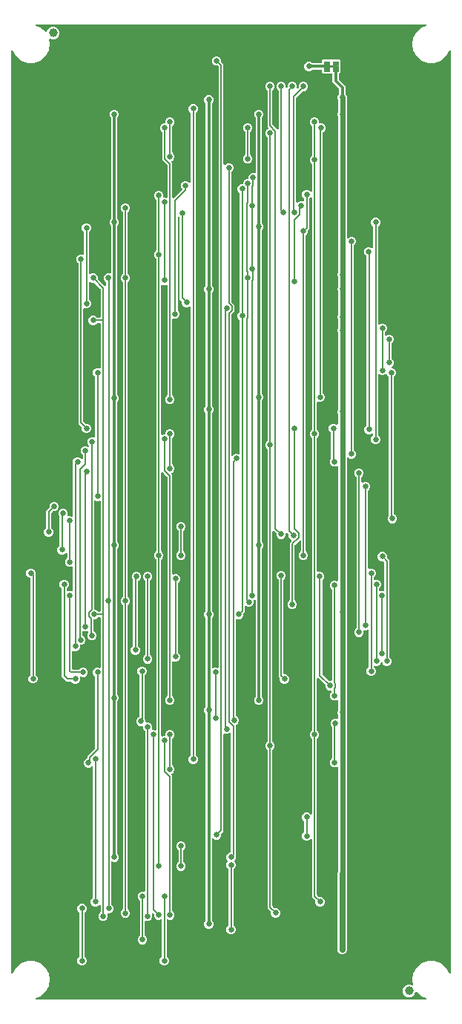
<source format=gbl>
G04 EAGLE Gerber RS-274X export*
G75*
%MOMM*%
%FSLAX34Y34*%
%LPD*%
%INBottom Copper*%
%IPPOS*%
%AMOC8*
5,1,8,0,0,1.08239X$1,22.5*%
G01*
%ADD10C,1.000000*%
%ADD11C,0.099059*%
%ADD12C,0.660400*%
%ADD13C,0.609600*%
%ADD14C,0.304800*%
%ADD15C,0.660400*%
%ADD16C,0.177800*%

G36*
X475929Y2810D02*
X475929Y2810D01*
X476037Y2818D01*
X476070Y2830D01*
X476104Y2835D01*
X476203Y2879D01*
X476304Y2916D01*
X476332Y2937D01*
X476364Y2951D01*
X476446Y3021D01*
X476533Y3084D01*
X476554Y3112D01*
X476581Y3134D01*
X476640Y3224D01*
X476706Y3310D01*
X476719Y3342D01*
X476738Y3371D01*
X476771Y3474D01*
X476810Y3574D01*
X476813Y3609D01*
X476824Y3642D01*
X476827Y3750D01*
X476837Y3857D01*
X476830Y3892D01*
X476831Y3926D01*
X476804Y4031D01*
X476784Y4137D01*
X476768Y4168D01*
X476759Y4201D01*
X476704Y4294D01*
X476656Y4390D01*
X476632Y4416D01*
X476614Y4446D01*
X476536Y4520D01*
X476462Y4599D01*
X476435Y4614D01*
X476407Y4640D01*
X476216Y4738D01*
X476170Y4764D01*
X471638Y6413D01*
X465701Y11395D01*
X465641Y11433D01*
X465587Y11478D01*
X465521Y11508D01*
X465460Y11546D01*
X465392Y11565D01*
X465327Y11594D01*
X465256Y11604D01*
X465186Y11623D01*
X465115Y11623D01*
X465045Y11633D01*
X464974Y11622D01*
X464902Y11622D01*
X464834Y11602D01*
X464764Y11592D01*
X464698Y11562D01*
X464629Y11542D01*
X464569Y11504D01*
X464505Y11475D01*
X464450Y11428D01*
X464389Y11390D01*
X464342Y11337D01*
X464288Y11291D01*
X464256Y11239D01*
X464201Y11177D01*
X464151Y11070D01*
X464110Y11006D01*
X463162Y8716D01*
X461184Y6738D01*
X458599Y5667D01*
X455801Y5667D01*
X453216Y6738D01*
X451238Y8716D01*
X450167Y11301D01*
X450167Y14099D01*
X451238Y16684D01*
X453216Y18662D01*
X455801Y19733D01*
X458599Y19733D01*
X460208Y19066D01*
X460267Y19051D01*
X460323Y19026D01*
X460404Y19016D01*
X460484Y18995D01*
X460545Y18997D01*
X460605Y18989D01*
X460686Y19001D01*
X460768Y19003D01*
X460826Y19022D01*
X460886Y19031D01*
X460961Y19065D01*
X461038Y19090D01*
X461089Y19124D01*
X461145Y19150D01*
X461207Y19203D01*
X461275Y19248D01*
X461314Y19295D01*
X461360Y19335D01*
X461405Y19403D01*
X461458Y19466D01*
X461482Y19522D01*
X461516Y19573D01*
X461540Y19651D01*
X461573Y19726D01*
X461581Y19786D01*
X461599Y19845D01*
X461599Y19912D01*
X461612Y20007D01*
X461597Y20110D01*
X461597Y20180D01*
X460676Y25400D01*
X461998Y32898D01*
X465805Y39492D01*
X471638Y44387D01*
X478793Y46991D01*
X486407Y46991D01*
X493562Y44387D01*
X499395Y39492D01*
X503211Y32882D01*
X503215Y32858D01*
X503251Y32777D01*
X503278Y32693D01*
X503309Y32648D01*
X503331Y32599D01*
X503388Y32531D01*
X503438Y32458D01*
X503479Y32423D01*
X503515Y32382D01*
X503588Y32333D01*
X503656Y32276D01*
X503706Y32254D01*
X503751Y32224D01*
X503836Y32197D01*
X503917Y32162D01*
X503970Y32155D01*
X504022Y32138D01*
X504111Y32136D01*
X504198Y32124D01*
X504252Y32132D01*
X504306Y32131D01*
X504392Y32153D01*
X504480Y32166D01*
X504529Y32189D01*
X504581Y32203D01*
X504657Y32248D01*
X504738Y32285D01*
X504779Y32320D01*
X504826Y32348D01*
X504886Y32413D01*
X504953Y32470D01*
X504983Y32516D01*
X505020Y32555D01*
X505061Y32634D01*
X505109Y32708D01*
X505125Y32760D01*
X505150Y32808D01*
X505162Y32879D01*
X505193Y32980D01*
X505192Y33060D01*
X505205Y33140D01*
X505205Y1084460D01*
X505198Y1084514D01*
X505200Y1084569D01*
X505178Y1084654D01*
X505165Y1084742D01*
X505143Y1084792D01*
X505130Y1084844D01*
X505085Y1084921D01*
X505049Y1085001D01*
X505014Y1085043D01*
X504987Y1085090D01*
X504923Y1085151D01*
X504866Y1085218D01*
X504820Y1085248D01*
X504781Y1085286D01*
X504703Y1085327D01*
X504629Y1085376D01*
X504577Y1085392D01*
X504529Y1085417D01*
X504442Y1085435D01*
X504358Y1085462D01*
X504304Y1085463D01*
X504250Y1085474D01*
X504162Y1085467D01*
X504074Y1085469D01*
X504021Y1085455D01*
X503967Y1085451D01*
X503884Y1085420D01*
X503799Y1085397D01*
X503752Y1085370D01*
X503701Y1085350D01*
X503630Y1085297D01*
X503554Y1085252D01*
X503517Y1085212D01*
X503474Y1085180D01*
X503420Y1085109D01*
X503360Y1085045D01*
X503335Y1084996D01*
X503302Y1084953D01*
X503278Y1084886D01*
X503230Y1084792D01*
X503221Y1084735D01*
X499395Y1078108D01*
X493562Y1073213D01*
X486407Y1070609D01*
X478793Y1070609D01*
X471638Y1073213D01*
X465805Y1078108D01*
X461998Y1084702D01*
X460676Y1092200D01*
X461998Y1099698D01*
X465805Y1106292D01*
X471638Y1111187D01*
X476170Y1112836D01*
X476265Y1112887D01*
X476364Y1112931D01*
X476390Y1112953D01*
X476421Y1112970D01*
X476498Y1113045D01*
X476581Y1113115D01*
X476600Y1113143D01*
X476625Y1113168D01*
X476678Y1113261D01*
X476738Y1113351D01*
X476749Y1113384D01*
X476766Y1113414D01*
X476791Y1113519D01*
X476824Y1113622D01*
X476825Y1113657D01*
X476833Y1113691D01*
X476829Y1113798D01*
X476831Y1113906D01*
X476822Y1113940D01*
X476821Y1113975D01*
X476787Y1114077D01*
X476759Y1114181D01*
X476742Y1114211D01*
X476731Y1114244D01*
X476669Y1114333D01*
X476614Y1114426D01*
X476589Y1114450D01*
X476569Y1114478D01*
X476486Y1114547D01*
X476407Y1114620D01*
X476376Y1114636D01*
X476349Y1114658D01*
X476250Y1114701D01*
X476154Y1114750D01*
X476123Y1114755D01*
X476088Y1114770D01*
X475875Y1114796D01*
X475823Y1114805D01*
X32177Y1114805D01*
X32071Y1114790D01*
X31963Y1114782D01*
X31930Y1114770D01*
X31896Y1114765D01*
X31797Y1114721D01*
X31696Y1114684D01*
X31668Y1114663D01*
X31636Y1114649D01*
X31554Y1114579D01*
X31467Y1114516D01*
X31446Y1114488D01*
X31419Y1114466D01*
X31360Y1114376D01*
X31294Y1114290D01*
X31281Y1114258D01*
X31262Y1114229D01*
X31229Y1114126D01*
X31190Y1114026D01*
X31187Y1113991D01*
X31176Y1113958D01*
X31173Y1113850D01*
X31163Y1113743D01*
X31170Y1113708D01*
X31169Y1113674D01*
X31196Y1113569D01*
X31216Y1113463D01*
X31232Y1113432D01*
X31241Y1113399D01*
X31296Y1113306D01*
X31344Y1113210D01*
X31368Y1113184D01*
X31386Y1113154D01*
X31464Y1113080D01*
X31538Y1113001D01*
X31565Y1112986D01*
X31593Y1112960D01*
X31784Y1112862D01*
X31830Y1112836D01*
X36362Y1111187D01*
X42299Y1106205D01*
X42359Y1106167D01*
X42413Y1106122D01*
X42479Y1106092D01*
X42540Y1106054D01*
X42608Y1106035D01*
X42673Y1106006D01*
X42744Y1105996D01*
X42814Y1105977D01*
X42885Y1105977D01*
X42955Y1105967D01*
X43026Y1105978D01*
X43098Y1105978D01*
X43166Y1105998D01*
X43236Y1106008D01*
X43302Y1106038D01*
X43371Y1106058D01*
X43431Y1106096D01*
X43495Y1106125D01*
X43550Y1106172D01*
X43611Y1106210D01*
X43658Y1106263D01*
X43712Y1106309D01*
X43744Y1106361D01*
X43799Y1106423D01*
X43849Y1106530D01*
X43890Y1106594D01*
X44838Y1108884D01*
X46816Y1110862D01*
X49401Y1111933D01*
X52199Y1111933D01*
X54784Y1110862D01*
X56762Y1108884D01*
X57833Y1106299D01*
X57833Y1103501D01*
X56762Y1100916D01*
X54784Y1098938D01*
X52199Y1097867D01*
X49401Y1097867D01*
X47792Y1098534D01*
X47733Y1098549D01*
X47677Y1098574D01*
X47596Y1098584D01*
X47517Y1098605D01*
X47455Y1098603D01*
X47395Y1098611D01*
X47314Y1098599D01*
X47232Y1098597D01*
X47174Y1098578D01*
X47114Y1098569D01*
X47039Y1098535D01*
X46962Y1098510D01*
X46911Y1098476D01*
X46855Y1098450D01*
X46793Y1098397D01*
X46725Y1098352D01*
X46686Y1098305D01*
X46640Y1098265D01*
X46595Y1098197D01*
X46542Y1098134D01*
X46518Y1098078D01*
X46484Y1098027D01*
X46460Y1097949D01*
X46427Y1097874D01*
X46419Y1097814D01*
X46401Y1097755D01*
X46401Y1097688D01*
X46388Y1097593D01*
X46403Y1097490D01*
X46403Y1097420D01*
X47324Y1092200D01*
X46002Y1084702D01*
X42195Y1078108D01*
X36362Y1073213D01*
X29207Y1070609D01*
X21593Y1070609D01*
X14438Y1073213D01*
X8605Y1078108D01*
X4789Y1084718D01*
X4785Y1084742D01*
X4749Y1084823D01*
X4722Y1084907D01*
X4691Y1084952D01*
X4669Y1085001D01*
X4612Y1085069D01*
X4562Y1085142D01*
X4521Y1085177D01*
X4485Y1085218D01*
X4412Y1085267D01*
X4344Y1085324D01*
X4294Y1085346D01*
X4249Y1085376D01*
X4164Y1085403D01*
X4083Y1085438D01*
X4030Y1085445D01*
X3978Y1085462D01*
X3889Y1085464D01*
X3802Y1085476D01*
X3748Y1085468D01*
X3694Y1085469D01*
X3608Y1085447D01*
X3520Y1085434D01*
X3471Y1085411D01*
X3419Y1085397D01*
X3343Y1085352D01*
X3262Y1085315D01*
X3221Y1085280D01*
X3174Y1085252D01*
X3114Y1085187D01*
X3047Y1085130D01*
X3017Y1085084D01*
X2980Y1085045D01*
X2939Y1084966D01*
X2891Y1084892D01*
X2875Y1084840D01*
X2850Y1084792D01*
X2838Y1084721D01*
X2807Y1084620D01*
X2808Y1084540D01*
X2795Y1084460D01*
X2795Y33140D01*
X2802Y33086D01*
X2800Y33031D01*
X2822Y32946D01*
X2835Y32858D01*
X2857Y32808D01*
X2870Y32756D01*
X2915Y32679D01*
X2951Y32599D01*
X2986Y32557D01*
X3013Y32510D01*
X3077Y32449D01*
X3134Y32382D01*
X3180Y32352D01*
X3219Y32314D01*
X3297Y32273D01*
X3371Y32224D01*
X3423Y32208D01*
X3471Y32183D01*
X3558Y32165D01*
X3642Y32138D01*
X3696Y32137D01*
X3750Y32126D01*
X3838Y32133D01*
X3926Y32131D01*
X3979Y32145D01*
X4033Y32149D01*
X4116Y32180D01*
X4201Y32203D01*
X4248Y32230D01*
X4299Y32250D01*
X4370Y32303D01*
X4446Y32348D01*
X4483Y32388D01*
X4526Y32420D01*
X4580Y32491D01*
X4640Y32555D01*
X4665Y32604D01*
X4698Y32647D01*
X4722Y32714D01*
X4770Y32808D01*
X4779Y32865D01*
X8605Y39492D01*
X14438Y44387D01*
X21593Y46991D01*
X29207Y46991D01*
X36362Y44387D01*
X42195Y39492D01*
X46002Y32898D01*
X47324Y25400D01*
X46002Y17902D01*
X42195Y11308D01*
X36362Y6413D01*
X31830Y4764D01*
X31735Y4713D01*
X31636Y4669D01*
X31610Y4647D01*
X31579Y4630D01*
X31502Y4555D01*
X31419Y4485D01*
X31400Y4457D01*
X31375Y4432D01*
X31322Y4339D01*
X31262Y4249D01*
X31251Y4216D01*
X31234Y4186D01*
X31209Y4081D01*
X31176Y3978D01*
X31175Y3943D01*
X31167Y3909D01*
X31171Y3802D01*
X31169Y3694D01*
X31178Y3660D01*
X31179Y3625D01*
X31213Y3523D01*
X31241Y3419D01*
X31258Y3389D01*
X31269Y3356D01*
X31331Y3267D01*
X31386Y3174D01*
X31411Y3150D01*
X31431Y3122D01*
X31514Y3053D01*
X31593Y2980D01*
X31624Y2964D01*
X31651Y2942D01*
X31750Y2899D01*
X31846Y2850D01*
X31877Y2845D01*
X31912Y2830D01*
X32125Y2804D01*
X32177Y2795D01*
X475823Y2795D01*
X475929Y2810D01*
G37*
%LPC*%
G36*
X379939Y54355D02*
X379939Y54355D01*
X377978Y55167D01*
X376477Y56668D01*
X375665Y58629D01*
X375665Y147111D01*
X375842Y147538D01*
X375850Y147568D01*
X375864Y147595D01*
X375877Y147673D01*
X375913Y147813D01*
X375911Y147877D01*
X375919Y147926D01*
X375919Y267334D01*
X375903Y267448D01*
X375893Y267562D01*
X375883Y267588D01*
X375879Y267616D01*
X375832Y267721D01*
X375791Y267828D01*
X375775Y267850D01*
X375763Y267875D01*
X375689Y267963D01*
X375620Y268054D01*
X375597Y268071D01*
X375580Y268092D01*
X375484Y268156D01*
X375392Y268224D01*
X375366Y268234D01*
X375343Y268250D01*
X375233Y268284D01*
X375126Y268325D01*
X375098Y268327D01*
X375072Y268335D01*
X374957Y268338D01*
X374843Y268348D01*
X374818Y268342D01*
X374788Y268343D01*
X374531Y268276D01*
X374515Y268272D01*
X373171Y267715D01*
X371049Y267715D01*
X369088Y268527D01*
X367587Y270028D01*
X366775Y271989D01*
X366775Y274111D01*
X367587Y276072D01*
X368891Y277375D01*
X368943Y277445D01*
X369003Y277509D01*
X369029Y277558D01*
X369062Y277603D01*
X369093Y277684D01*
X369133Y277762D01*
X369141Y277810D01*
X369163Y277868D01*
X369175Y278016D01*
X369188Y278093D01*
X369188Y313219D01*
X369176Y313305D01*
X369173Y313393D01*
X369156Y313445D01*
X369148Y313500D01*
X369113Y313580D01*
X369086Y313663D01*
X369058Y313703D01*
X369032Y313760D01*
X368936Y313873D01*
X368891Y313937D01*
X368349Y314478D01*
X367537Y316439D01*
X367537Y318561D01*
X368349Y320522D01*
X369850Y322023D01*
X371811Y322835D01*
X373933Y322835D01*
X374515Y322594D01*
X374627Y322565D01*
X374736Y322530D01*
X374764Y322529D01*
X374791Y322523D01*
X374905Y322526D01*
X375020Y322523D01*
X375047Y322530D01*
X375075Y322531D01*
X375184Y322566D01*
X375295Y322595D01*
X375319Y322609D01*
X375346Y322617D01*
X375441Y322681D01*
X375540Y322740D01*
X375559Y322760D01*
X375582Y322776D01*
X375656Y322863D01*
X375734Y322947D01*
X375747Y322972D01*
X375765Y322993D01*
X375811Y323098D01*
X375864Y323200D01*
X375868Y323225D01*
X375880Y323253D01*
X375917Y323516D01*
X375919Y323531D01*
X375919Y328324D01*
X375915Y328354D01*
X375917Y328385D01*
X375900Y328462D01*
X375879Y328605D01*
X375853Y328664D01*
X375842Y328712D01*
X375665Y329139D01*
X375665Y331261D01*
X375842Y331688D01*
X375850Y331718D01*
X375864Y331745D01*
X375877Y331823D01*
X375913Y331963D01*
X375911Y332027D01*
X375919Y332076D01*
X375919Y343534D01*
X375903Y343648D01*
X375893Y343762D01*
X375883Y343788D01*
X375879Y343816D01*
X375832Y343920D01*
X375791Y344028D01*
X375775Y344050D01*
X375763Y344075D01*
X375689Y344163D01*
X375620Y344254D01*
X375597Y344271D01*
X375580Y344292D01*
X375484Y344356D01*
X375392Y344424D01*
X375366Y344434D01*
X375343Y344450D01*
X375233Y344484D01*
X375126Y344525D01*
X375098Y344527D01*
X375072Y344535D01*
X374957Y344538D01*
X374843Y344548D01*
X374818Y344542D01*
X374788Y344543D01*
X374531Y344476D01*
X374515Y344472D01*
X373171Y343915D01*
X371049Y343915D01*
X369088Y344727D01*
X367587Y346228D01*
X366775Y348189D01*
X366775Y350311D01*
X367587Y352272D01*
X368891Y353575D01*
X368943Y353645D01*
X369003Y353709D01*
X369029Y353758D01*
X369062Y353803D01*
X369093Y353884D01*
X369133Y353962D01*
X369141Y354010D01*
X369163Y354068D01*
X369170Y354147D01*
X369174Y354162D01*
X369176Y354219D01*
X369188Y354293D01*
X369188Y354330D01*
X369186Y354346D01*
X369187Y354352D01*
X369182Y354375D01*
X369180Y354388D01*
X369182Y354446D01*
X369160Y354528D01*
X369148Y354612D01*
X369125Y354665D01*
X369110Y354721D01*
X369067Y354794D01*
X369032Y354871D01*
X368994Y354916D01*
X368965Y354966D01*
X368903Y355024D01*
X368849Y355088D01*
X368800Y355120D01*
X368757Y355160D01*
X368682Y355199D01*
X368612Y355246D01*
X368556Y355263D01*
X368504Y355290D01*
X368436Y355301D01*
X368341Y355331D01*
X368241Y355334D01*
X368173Y355345D01*
X365969Y355345D01*
X364008Y356157D01*
X362507Y357658D01*
X361695Y359619D01*
X361695Y361462D01*
X361683Y361549D01*
X361680Y361636D01*
X361663Y361689D01*
X361655Y361744D01*
X361620Y361824D01*
X361593Y361907D01*
X361565Y361946D01*
X361539Y362003D01*
X361443Y362116D01*
X361398Y362180D01*
X354306Y369272D01*
X353905Y369673D01*
X353881Y369691D01*
X353862Y369713D01*
X353768Y369776D01*
X353678Y369844D01*
X353650Y369855D01*
X353626Y369871D01*
X353518Y369905D01*
X353412Y369945D01*
X353383Y369948D01*
X353355Y369957D01*
X353242Y369959D01*
X353129Y369969D01*
X353100Y369963D01*
X353071Y369964D01*
X352961Y369935D01*
X352850Y369913D01*
X352824Y369899D01*
X352796Y369892D01*
X352698Y369834D01*
X352598Y369782D01*
X352576Y369762D01*
X352551Y369747D01*
X352474Y369664D01*
X352392Y369586D01*
X352377Y369561D01*
X352357Y369539D01*
X352305Y369439D01*
X352248Y369341D01*
X352241Y369312D01*
X352227Y369286D01*
X352214Y369209D01*
X352178Y369065D01*
X352180Y369003D01*
X352172Y368955D01*
X352172Y309843D01*
X352184Y309757D01*
X352187Y309669D01*
X352204Y309617D01*
X352212Y309562D01*
X352247Y309482D01*
X352274Y309399D01*
X352302Y309359D01*
X352328Y309302D01*
X352424Y309189D01*
X352469Y309125D01*
X353773Y307822D01*
X354585Y305861D01*
X354585Y303739D01*
X353773Y301778D01*
X352469Y300475D01*
X352417Y300405D01*
X352357Y300341D01*
X352331Y300292D01*
X352298Y300247D01*
X352267Y300166D01*
X352227Y300088D01*
X352219Y300040D01*
X352197Y299982D01*
X352185Y299834D01*
X352172Y299757D01*
X352172Y122281D01*
X352184Y122194D01*
X352187Y122107D01*
X352204Y122054D01*
X352212Y121999D01*
X352247Y121919D01*
X352274Y121836D01*
X352302Y121797D01*
X352328Y121740D01*
X352424Y121627D01*
X352469Y121563D01*
X354100Y119932D01*
X354170Y119880D01*
X354234Y119820D01*
X354283Y119794D01*
X354327Y119761D01*
X354409Y119730D01*
X354487Y119690D01*
X354534Y119682D01*
X354593Y119660D01*
X354740Y119648D01*
X354818Y119635D01*
X356661Y119635D01*
X358622Y118823D01*
X360123Y117322D01*
X360935Y115361D01*
X360935Y113239D01*
X360123Y111278D01*
X358622Y109777D01*
X356661Y108965D01*
X354539Y108965D01*
X352578Y109777D01*
X351077Y111278D01*
X350265Y113239D01*
X350265Y115082D01*
X350253Y115169D01*
X350250Y115256D01*
X350233Y115309D01*
X350225Y115364D01*
X350190Y115444D01*
X350163Y115527D01*
X350135Y115566D01*
X350109Y115623D01*
X350013Y115736D01*
X349968Y115800D01*
X346328Y119440D01*
X346328Y185203D01*
X346324Y185232D01*
X346327Y185261D01*
X346304Y185372D01*
X346288Y185484D01*
X346276Y185511D01*
X346271Y185540D01*
X346218Y185641D01*
X346172Y185744D01*
X346153Y185766D01*
X346140Y185792D01*
X346062Y185874D01*
X345989Y185961D01*
X345964Y185977D01*
X345944Y185998D01*
X345846Y186055D01*
X345752Y186118D01*
X345724Y186127D01*
X345699Y186142D01*
X345589Y186170D01*
X345481Y186204D01*
X345451Y186205D01*
X345423Y186212D01*
X345310Y186208D01*
X345197Y186211D01*
X345168Y186204D01*
X345139Y186203D01*
X345031Y186168D01*
X344922Y186140D01*
X344896Y186125D01*
X344868Y186116D01*
X344804Y186070D01*
X344677Y185994D01*
X344634Y185949D01*
X344595Y185921D01*
X343382Y184707D01*
X341421Y183895D01*
X339299Y183895D01*
X337338Y184707D01*
X335837Y186208D01*
X335025Y188169D01*
X335025Y190291D01*
X335837Y192252D01*
X337141Y193555D01*
X337193Y193625D01*
X337253Y193689D01*
X337279Y193738D01*
X337312Y193783D01*
X337343Y193864D01*
X337383Y193942D01*
X337391Y193990D01*
X337413Y194048D01*
X337425Y194196D01*
X337438Y194273D01*
X337438Y205777D01*
X337426Y205863D01*
X337423Y205951D01*
X337406Y206003D01*
X337398Y206058D01*
X337363Y206138D01*
X337336Y206221D01*
X337308Y206261D01*
X337282Y206318D01*
X337186Y206431D01*
X337141Y206495D01*
X335837Y207798D01*
X335025Y209759D01*
X335025Y211881D01*
X335837Y213842D01*
X337338Y215343D01*
X339299Y216155D01*
X341421Y216155D01*
X343382Y215343D01*
X344595Y214129D01*
X344619Y214112D01*
X344638Y214089D01*
X344732Y214027D01*
X344822Y213958D01*
X344850Y213948D01*
X344874Y213932D01*
X344982Y213898D01*
X345088Y213857D01*
X345117Y213855D01*
X345145Y213846D01*
X345259Y213843D01*
X345371Y213834D01*
X345400Y213839D01*
X345429Y213839D01*
X345539Y213867D01*
X345650Y213890D01*
X345676Y213903D01*
X345704Y213910D01*
X345802Y213968D01*
X345902Y214020D01*
X345924Y214041D01*
X345949Y214056D01*
X346026Y214138D01*
X346108Y214216D01*
X346123Y214242D01*
X346143Y214263D01*
X346195Y214364D01*
X346252Y214462D01*
X346259Y214490D01*
X346273Y214516D01*
X346286Y214593D01*
X346322Y214737D01*
X346320Y214800D01*
X346328Y214847D01*
X346328Y299757D01*
X346316Y299843D01*
X346313Y299931D01*
X346296Y299983D01*
X346288Y300038D01*
X346253Y300118D01*
X346226Y300201D01*
X346198Y300241D01*
X346172Y300298D01*
X346076Y300411D01*
X346031Y300475D01*
X344727Y301778D01*
X343915Y303739D01*
X343915Y305861D01*
X344727Y307822D01*
X346031Y309125D01*
X346083Y309195D01*
X346143Y309259D01*
X346169Y309308D01*
X346202Y309353D01*
X346233Y309434D01*
X346273Y309512D01*
X346281Y309560D01*
X346303Y309618D01*
X346315Y309766D01*
X346328Y309843D01*
X346328Y642657D01*
X346316Y642743D01*
X346313Y642831D01*
X346296Y642883D01*
X346288Y642938D01*
X346253Y643018D01*
X346226Y643101D01*
X346198Y643141D01*
X346172Y643198D01*
X346076Y643311D01*
X346031Y643375D01*
X344727Y644678D01*
X343915Y646639D01*
X343915Y648761D01*
X344727Y650722D01*
X346031Y652025D01*
X346083Y652095D01*
X346143Y652159D01*
X346169Y652208D01*
X346202Y652253D01*
X346233Y652334D01*
X346273Y652412D01*
X346281Y652460D01*
X346303Y652518D01*
X346315Y652666D01*
X346328Y652743D01*
X346328Y916723D01*
X346324Y916752D01*
X346327Y916781D01*
X346304Y916892D01*
X346288Y917004D01*
X346276Y917031D01*
X346271Y917060D01*
X346219Y917160D01*
X346172Y917264D01*
X346153Y917286D01*
X346140Y917312D01*
X346062Y917394D01*
X345989Y917481D01*
X345964Y917497D01*
X345944Y917518D01*
X345846Y917576D01*
X345752Y917638D01*
X345724Y917647D01*
X345699Y917662D01*
X345589Y917690D01*
X345481Y917724D01*
X345451Y917725D01*
X345423Y917732D01*
X345310Y917728D01*
X345197Y917731D01*
X345168Y917724D01*
X345139Y917723D01*
X345031Y917688D01*
X344922Y917660D01*
X344896Y917645D01*
X344868Y917636D01*
X344805Y917590D01*
X344677Y917514D01*
X344634Y917469D01*
X344595Y917441D01*
X343579Y916425D01*
X343527Y916355D01*
X343467Y916291D01*
X343441Y916242D01*
X343408Y916197D01*
X343377Y916116D01*
X343337Y916038D01*
X343329Y915990D01*
X343307Y915932D01*
X343295Y915784D01*
X343282Y915707D01*
X343282Y881440D01*
X342182Y880340D01*
X342130Y880270D01*
X342070Y880206D01*
X342044Y880157D01*
X342011Y880113D01*
X341980Y880031D01*
X341940Y879953D01*
X341932Y879906D01*
X341910Y879847D01*
X341898Y879700D01*
X341885Y879622D01*
X341885Y877779D01*
X341073Y875818D01*
X339769Y874515D01*
X339717Y874445D01*
X339657Y874381D01*
X339631Y874332D01*
X339598Y874287D01*
X339567Y874206D01*
X339527Y874128D01*
X339519Y874080D01*
X339497Y874022D01*
X339485Y873874D01*
X339472Y873797D01*
X339472Y514313D01*
X339484Y514227D01*
X339487Y514139D01*
X339504Y514087D01*
X339512Y514032D01*
X339547Y513952D01*
X339574Y513869D01*
X339602Y513829D01*
X339628Y513772D01*
X339724Y513659D01*
X339769Y513595D01*
X341073Y512292D01*
X341885Y510331D01*
X341885Y508209D01*
X341073Y506248D01*
X339572Y504747D01*
X337611Y503935D01*
X335489Y503935D01*
X333528Y504747D01*
X332027Y506248D01*
X331215Y508209D01*
X331215Y510331D01*
X332027Y512292D01*
X333331Y513595D01*
X333383Y513665D01*
X333443Y513729D01*
X333469Y513778D01*
X333502Y513823D01*
X333533Y513904D01*
X333573Y513982D01*
X333581Y514030D01*
X333603Y514088D01*
X333615Y514236D01*
X333628Y514313D01*
X333628Y525614D01*
X333624Y525643D01*
X333627Y525672D01*
X333604Y525783D01*
X333588Y525895D01*
X333576Y525922D01*
X333571Y525951D01*
X333519Y526051D01*
X333472Y526155D01*
X333453Y526177D01*
X333440Y526203D01*
X333362Y526285D01*
X333289Y526372D01*
X333264Y526388D01*
X333244Y526409D01*
X333146Y526466D01*
X333052Y526529D01*
X333024Y526538D01*
X332999Y526553D01*
X332889Y526581D01*
X332781Y526615D01*
X332751Y526616D01*
X332723Y526623D01*
X332610Y526619D01*
X332497Y526622D01*
X332468Y526615D01*
X332439Y526614D01*
X332331Y526579D01*
X332222Y526551D01*
X332196Y526536D01*
X332168Y526527D01*
X332105Y526481D01*
X331977Y526405D01*
X331934Y526360D01*
X331895Y526332D01*
X327069Y521506D01*
X327017Y521436D01*
X326957Y521372D01*
X326931Y521323D01*
X326898Y521278D01*
X326867Y521197D01*
X326827Y521119D01*
X326819Y521071D01*
X326797Y521013D01*
X326785Y520865D01*
X326772Y520788D01*
X326772Y458433D01*
X326784Y458347D01*
X326787Y458259D01*
X326804Y458207D01*
X326812Y458152D01*
X326847Y458072D01*
X326874Y457989D01*
X326902Y457949D01*
X326928Y457892D01*
X327024Y457779D01*
X327069Y457715D01*
X328373Y456412D01*
X329185Y454451D01*
X329185Y452329D01*
X328373Y450368D01*
X326872Y448867D01*
X324911Y448055D01*
X322789Y448055D01*
X320828Y448867D01*
X319327Y450368D01*
X318515Y452329D01*
X318515Y454451D01*
X319327Y456412D01*
X320631Y457715D01*
X320683Y457785D01*
X320743Y457849D01*
X320769Y457898D01*
X320802Y457943D01*
X320833Y458024D01*
X320873Y458102D01*
X320881Y458150D01*
X320903Y458208D01*
X320915Y458356D01*
X320928Y458433D01*
X320928Y523629D01*
X323010Y525710D01*
X323079Y525802D01*
X323153Y525890D01*
X323164Y525915D01*
X323181Y525938D01*
X323222Y526045D01*
X323268Y526150D01*
X323272Y526177D01*
X323282Y526203D01*
X323292Y526318D01*
X323307Y526431D01*
X323303Y526459D01*
X323306Y526486D01*
X323283Y526599D01*
X323267Y526713D01*
X323255Y526738D01*
X323250Y526765D01*
X323197Y526867D01*
X323149Y526972D01*
X323131Y526993D01*
X323119Y527018D01*
X323040Y527101D01*
X322965Y527188D01*
X322944Y527201D01*
X322923Y527224D01*
X322693Y527358D01*
X322681Y527366D01*
X322098Y527607D01*
X320597Y529108D01*
X319785Y531069D01*
X319785Y532912D01*
X319773Y532999D01*
X319770Y533086D01*
X319753Y533139D01*
X319745Y533194D01*
X319710Y533274D01*
X319683Y533357D01*
X319655Y533396D01*
X319629Y533453D01*
X319533Y533566D01*
X319488Y533630D01*
X318218Y534900D01*
X318194Y534918D01*
X318175Y534940D01*
X318081Y535003D01*
X317991Y535071D01*
X317963Y535082D01*
X317939Y535098D01*
X317831Y535132D01*
X317725Y535172D01*
X317696Y535175D01*
X317668Y535184D01*
X317554Y535186D01*
X317442Y535196D01*
X317413Y535190D01*
X317384Y535191D01*
X317274Y535162D01*
X317163Y535140D01*
X317137Y535126D01*
X317109Y535119D01*
X317011Y535061D01*
X316911Y535009D01*
X316889Y534989D01*
X316864Y534974D01*
X316787Y534891D01*
X316705Y534813D01*
X316690Y534788D01*
X316670Y534766D01*
X316618Y534666D01*
X316561Y534568D01*
X316554Y534539D01*
X316540Y534513D01*
X316527Y534436D01*
X316491Y534292D01*
X316493Y534230D01*
X316485Y534182D01*
X316485Y532339D01*
X315673Y530378D01*
X314172Y528877D01*
X312211Y528065D01*
X310089Y528065D01*
X308128Y528877D01*
X306627Y530378D01*
X305815Y532339D01*
X305815Y534182D01*
X305803Y534269D01*
X305800Y534356D01*
X305783Y534409D01*
X305775Y534464D01*
X305740Y534544D01*
X305713Y534627D01*
X305685Y534666D01*
X305659Y534723D01*
X305563Y534836D01*
X305518Y534900D01*
X303506Y536912D01*
X303105Y537313D01*
X303081Y537331D01*
X303062Y537353D01*
X302968Y537416D01*
X302878Y537484D01*
X302850Y537495D01*
X302826Y537511D01*
X302718Y537545D01*
X302612Y537585D01*
X302583Y537588D01*
X302555Y537597D01*
X302442Y537599D01*
X302329Y537609D01*
X302300Y537603D01*
X302271Y537604D01*
X302161Y537575D01*
X302050Y537553D01*
X302024Y537539D01*
X301996Y537532D01*
X301898Y537474D01*
X301798Y537422D01*
X301776Y537402D01*
X301751Y537387D01*
X301674Y537304D01*
X301592Y537226D01*
X301577Y537201D01*
X301557Y537179D01*
X301505Y537079D01*
X301448Y536981D01*
X301441Y536952D01*
X301427Y536926D01*
X301414Y536849D01*
X301378Y536705D01*
X301380Y536643D01*
X301372Y536595D01*
X301372Y297143D01*
X301384Y297057D01*
X301387Y296969D01*
X301404Y296917D01*
X301412Y296862D01*
X301447Y296782D01*
X301474Y296699D01*
X301502Y296659D01*
X301528Y296602D01*
X301624Y296489D01*
X301669Y296425D01*
X302973Y295122D01*
X303785Y293161D01*
X303785Y291039D01*
X302973Y289078D01*
X301669Y287775D01*
X301654Y287755D01*
X301637Y287740D01*
X301606Y287693D01*
X301557Y287641D01*
X301531Y287592D01*
X301498Y287547D01*
X301484Y287511D01*
X301479Y287504D01*
X301470Y287472D01*
X301467Y287466D01*
X301427Y287388D01*
X301419Y287340D01*
X301397Y287282D01*
X301385Y287134D01*
X301372Y287057D01*
X301372Y109581D01*
X301384Y109494D01*
X301387Y109407D01*
X301404Y109354D01*
X301412Y109299D01*
X301447Y109219D01*
X301474Y109136D01*
X301502Y109097D01*
X301528Y109040D01*
X301624Y108927D01*
X301669Y108863D01*
X303300Y107232D01*
X303370Y107180D01*
X303434Y107120D01*
X303483Y107094D01*
X303527Y107061D01*
X303609Y107030D01*
X303687Y106990D01*
X303734Y106982D01*
X303793Y106960D01*
X303940Y106948D01*
X304018Y106935D01*
X305861Y106935D01*
X307822Y106123D01*
X309323Y104622D01*
X310135Y102661D01*
X310135Y100539D01*
X309323Y98578D01*
X307822Y97077D01*
X305861Y96265D01*
X303739Y96265D01*
X301778Y97077D01*
X300277Y98578D01*
X299465Y100539D01*
X299465Y102382D01*
X299453Y102469D01*
X299450Y102556D01*
X299433Y102609D01*
X299425Y102664D01*
X299390Y102744D01*
X299363Y102827D01*
X299335Y102866D01*
X299309Y102923D01*
X299213Y103036D01*
X299168Y103100D01*
X295528Y106740D01*
X295528Y287057D01*
X295516Y287143D01*
X295513Y287231D01*
X295496Y287283D01*
X295488Y287338D01*
X295453Y287418D01*
X295448Y287434D01*
X295442Y287456D01*
X295439Y287461D01*
X295426Y287501D01*
X295398Y287541D01*
X295372Y287598D01*
X295323Y287655D01*
X295297Y287701D01*
X295258Y287737D01*
X295231Y287775D01*
X293927Y289078D01*
X293115Y291039D01*
X293115Y293161D01*
X293927Y295122D01*
X295231Y296425D01*
X295283Y296495D01*
X295343Y296559D01*
X295369Y296608D01*
X295402Y296653D01*
X295433Y296734D01*
X295473Y296812D01*
X295481Y296860D01*
X295503Y296918D01*
X295514Y297048D01*
X295514Y297049D01*
X295514Y297056D01*
X295515Y297066D01*
X295528Y297143D01*
X295528Y629957D01*
X295516Y630043D01*
X295513Y630131D01*
X295496Y630183D01*
X295488Y630238D01*
X295453Y630318D01*
X295426Y630401D01*
X295398Y630441D01*
X295372Y630498D01*
X295276Y630611D01*
X295231Y630675D01*
X293927Y631978D01*
X293115Y633939D01*
X293115Y636061D01*
X293927Y638022D01*
X295231Y639325D01*
X295283Y639395D01*
X295343Y639459D01*
X295369Y639508D01*
X295402Y639553D01*
X295433Y639634D01*
X295473Y639712D01*
X295481Y639760D01*
X295503Y639818D01*
X295515Y639966D01*
X295528Y640043D01*
X295528Y985557D01*
X295520Y985615D01*
X295522Y985673D01*
X295514Y985701D01*
X295513Y985731D01*
X295496Y985783D01*
X295488Y985838D01*
X295465Y985892D01*
X295450Y985948D01*
X295435Y985973D01*
X295426Y986001D01*
X295398Y986041D01*
X295372Y986098D01*
X295334Y986142D01*
X295305Y986193D01*
X295259Y986235D01*
X295231Y986275D01*
X293927Y987578D01*
X293115Y989539D01*
X293115Y991661D01*
X293927Y993622D01*
X295428Y995123D01*
X296011Y995364D01*
X296109Y995422D01*
X296211Y995475D01*
X296231Y995494D01*
X296255Y995508D01*
X296334Y995592D01*
X296417Y995671D01*
X296431Y995695D01*
X296451Y995715D01*
X296503Y995817D01*
X296561Y995916D01*
X296568Y995943D01*
X296581Y995968D01*
X296603Y996081D01*
X296631Y996192D01*
X296630Y996219D01*
X296636Y996247D01*
X296626Y996361D01*
X296622Y996476D01*
X296614Y996502D01*
X296611Y996530D01*
X296570Y996637D01*
X296535Y996746D01*
X296520Y996767D01*
X296509Y996795D01*
X296348Y997008D01*
X296340Y997020D01*
X295528Y997831D01*
X295528Y1038897D01*
X295516Y1038983D01*
X295513Y1039071D01*
X295496Y1039123D01*
X295488Y1039178D01*
X295453Y1039258D01*
X295426Y1039341D01*
X295398Y1039381D01*
X295372Y1039438D01*
X295276Y1039551D01*
X295231Y1039615D01*
X293927Y1040918D01*
X293115Y1042879D01*
X293115Y1045001D01*
X293927Y1046962D01*
X295428Y1048463D01*
X297389Y1049275D01*
X299511Y1049275D01*
X301472Y1048463D01*
X302973Y1046962D01*
X303785Y1045001D01*
X303785Y1042879D01*
X302973Y1040918D01*
X301669Y1039615D01*
X301617Y1039545D01*
X301557Y1039481D01*
X301531Y1039432D01*
X301498Y1039387D01*
X301467Y1039306D01*
X301427Y1039228D01*
X301419Y1039180D01*
X301397Y1039122D01*
X301385Y1038974D01*
X301372Y1038897D01*
X301372Y1000672D01*
X301384Y1000586D01*
X301387Y1000498D01*
X301404Y1000446D01*
X301412Y1000391D01*
X301447Y1000311D01*
X301474Y1000228D01*
X301502Y1000188D01*
X301528Y1000131D01*
X301624Y1000018D01*
X301669Y999954D01*
X305332Y996292D01*
X306495Y995128D01*
X306519Y995111D01*
X306538Y995088D01*
X306632Y995026D01*
X306722Y994957D01*
X306750Y994947D01*
X306774Y994931D01*
X306882Y994897D01*
X306988Y994856D01*
X307017Y994854D01*
X307045Y994845D01*
X307159Y994842D01*
X307271Y994833D01*
X307300Y994838D01*
X307329Y994838D01*
X307439Y994866D01*
X307550Y994889D01*
X307576Y994902D01*
X307604Y994909D01*
X307702Y994967D01*
X307802Y995019D01*
X307824Y995040D01*
X307849Y995055D01*
X307926Y995137D01*
X308008Y995215D01*
X308023Y995241D01*
X308043Y995262D01*
X308095Y995363D01*
X308152Y995461D01*
X308159Y995489D01*
X308173Y995515D01*
X308186Y995592D01*
X308222Y995736D01*
X308220Y995799D01*
X308228Y995846D01*
X308228Y1038897D01*
X308216Y1038983D01*
X308213Y1039071D01*
X308196Y1039123D01*
X308188Y1039178D01*
X308153Y1039258D01*
X308126Y1039341D01*
X308098Y1039381D01*
X308072Y1039438D01*
X307976Y1039551D01*
X307931Y1039615D01*
X306627Y1040918D01*
X305815Y1042879D01*
X305815Y1045001D01*
X306627Y1046962D01*
X308128Y1048463D01*
X310089Y1049275D01*
X312211Y1049275D01*
X314172Y1048463D01*
X315673Y1046962D01*
X316485Y1045001D01*
X316485Y1043158D01*
X316489Y1043129D01*
X316486Y1043099D01*
X316509Y1042988D01*
X316525Y1042876D01*
X316537Y1042849D01*
X316542Y1042821D01*
X316594Y1042720D01*
X316641Y1042617D01*
X316660Y1042594D01*
X316673Y1042568D01*
X316751Y1042486D01*
X316824Y1042400D01*
X316849Y1042384D01*
X316869Y1042362D01*
X316967Y1042305D01*
X317061Y1042242D01*
X317089Y1042233D01*
X317114Y1042219D01*
X317224Y1042191D01*
X317332Y1042156D01*
X317362Y1042156D01*
X317390Y1042148D01*
X317503Y1042152D01*
X317616Y1042149D01*
X317645Y1042157D01*
X317674Y1042157D01*
X317782Y1042192D01*
X317891Y1042221D01*
X317917Y1042236D01*
X317945Y1042245D01*
X318008Y1042290D01*
X318136Y1042366D01*
X318179Y1042412D01*
X318218Y1042440D01*
X318270Y1042510D01*
X318330Y1042574D01*
X318356Y1042623D01*
X318389Y1042667D01*
X318420Y1042749D01*
X318460Y1042827D01*
X318468Y1042874D01*
X318490Y1042933D01*
X318502Y1043080D01*
X318515Y1043158D01*
X318515Y1045001D01*
X319327Y1046962D01*
X320828Y1048463D01*
X322789Y1049275D01*
X324911Y1049275D01*
X326872Y1048463D01*
X328373Y1046962D01*
X329185Y1045001D01*
X329185Y1042709D01*
X329192Y1042660D01*
X329190Y1042610D01*
X329212Y1042520D01*
X329225Y1042428D01*
X329245Y1042382D01*
X329257Y1042333D01*
X329303Y1042253D01*
X329341Y1042168D01*
X329373Y1042130D01*
X329398Y1042087D01*
X329465Y1042022D01*
X329524Y1041951D01*
X329566Y1041924D01*
X329602Y1041889D01*
X329684Y1041845D01*
X329761Y1041794D01*
X329809Y1041779D01*
X329853Y1041755D01*
X329944Y1041736D01*
X330032Y1041708D01*
X330082Y1041707D01*
X330131Y1041696D01*
X330224Y1041703D01*
X330316Y1041701D01*
X330365Y1041713D01*
X330415Y1041717D01*
X330502Y1041749D01*
X330591Y1041772D01*
X330634Y1041798D01*
X330681Y1041815D01*
X330756Y1041870D01*
X330836Y1041918D01*
X330870Y1041954D01*
X330910Y1041984D01*
X330954Y1042043D01*
X331030Y1042125D01*
X331071Y1042204D01*
X331108Y1042255D01*
X331129Y1042319D01*
X331160Y1042378D01*
X331170Y1042441D01*
X331198Y1042525D01*
X331203Y1042637D01*
X331215Y1042709D01*
X331215Y1045001D01*
X332027Y1046962D01*
X333528Y1048463D01*
X335489Y1049275D01*
X337611Y1049275D01*
X339572Y1048463D01*
X341073Y1046962D01*
X341885Y1045001D01*
X341885Y1042879D01*
X341073Y1040918D01*
X339572Y1039417D01*
X337611Y1038605D01*
X336216Y1038605D01*
X336130Y1038593D01*
X336042Y1038590D01*
X335990Y1038573D01*
X335935Y1038565D01*
X335855Y1038530D01*
X335772Y1038503D01*
X335732Y1038475D01*
X335675Y1038449D01*
X335562Y1038353D01*
X335498Y1038308D01*
X328720Y1031530D01*
X328668Y1031460D01*
X328608Y1031396D01*
X328582Y1031347D01*
X328549Y1031302D01*
X328518Y1031221D01*
X328478Y1031143D01*
X328470Y1031095D01*
X328448Y1031037D01*
X328436Y1030889D01*
X328423Y1030812D01*
X328423Y912458D01*
X328427Y912429D01*
X328424Y912400D01*
X328430Y912371D01*
X328429Y912342D01*
X328451Y912261D01*
X328463Y912177D01*
X328475Y912150D01*
X328480Y912121D01*
X328494Y912095D01*
X328501Y912067D01*
X328543Y911997D01*
X328579Y911917D01*
X328598Y911895D01*
X328611Y911869D01*
X328632Y911847D01*
X328646Y911823D01*
X328706Y911767D01*
X328762Y911700D01*
X328787Y911684D01*
X328807Y911663D01*
X328834Y911647D01*
X328854Y911628D01*
X328925Y911592D01*
X328999Y911543D01*
X329027Y911534D01*
X329052Y911519D01*
X329083Y911511D01*
X329107Y911499D01*
X329171Y911488D01*
X329270Y911457D01*
X329300Y911456D01*
X329328Y911449D01*
X329393Y911451D01*
X329438Y911443D01*
X329439Y911443D01*
X329493Y911451D01*
X329554Y911450D01*
X329583Y911457D01*
X329612Y911458D01*
X329667Y911476D01*
X329720Y911483D01*
X329771Y911506D01*
X329829Y911521D01*
X329855Y911536D01*
X329883Y911545D01*
X329923Y911574D01*
X329979Y911600D01*
X330023Y911637D01*
X330074Y911667D01*
X330117Y911712D01*
X330156Y911740D01*
X330988Y912573D01*
X332949Y913385D01*
X335071Y913385D01*
X336034Y912986D01*
X336146Y912957D01*
X336255Y912922D01*
X336283Y912922D01*
X336310Y912915D01*
X336424Y912918D01*
X336539Y912915D01*
X336566Y912922D01*
X336594Y912923D01*
X336703Y912958D01*
X336814Y912987D01*
X336838Y913001D01*
X336865Y913010D01*
X336960Y913074D01*
X337059Y913132D01*
X337078Y913152D01*
X337101Y913168D01*
X337175Y913256D01*
X337253Y913339D01*
X337266Y913364D01*
X337284Y913385D01*
X337330Y913490D01*
X337383Y913593D01*
X337387Y913617D01*
X337399Y913645D01*
X337436Y913909D01*
X337438Y913924D01*
X337438Y915707D01*
X337426Y915793D01*
X337423Y915881D01*
X337406Y915934D01*
X337398Y915988D01*
X337363Y916068D01*
X337336Y916151D01*
X337308Y916191D01*
X337282Y916248D01*
X337186Y916361D01*
X337141Y916425D01*
X335837Y917728D01*
X335025Y919689D01*
X335025Y921811D01*
X335837Y923772D01*
X337338Y925273D01*
X339299Y926085D01*
X341421Y926085D01*
X343382Y925273D01*
X344595Y924059D01*
X344619Y924042D01*
X344638Y924019D01*
X344732Y923957D01*
X344822Y923888D01*
X344850Y923878D01*
X344874Y923862D01*
X344982Y923828D01*
X345088Y923787D01*
X345117Y923785D01*
X345145Y923776D01*
X345259Y923773D01*
X345371Y923764D01*
X345400Y923769D01*
X345429Y923769D01*
X345539Y923797D01*
X345650Y923820D01*
X345676Y923833D01*
X345704Y923840D01*
X345802Y923898D01*
X345902Y923950D01*
X345924Y923971D01*
X345949Y923986D01*
X346026Y924068D01*
X346108Y924146D01*
X346123Y924172D01*
X346143Y924193D01*
X346195Y924294D01*
X346252Y924392D01*
X346259Y924420D01*
X346273Y924446D01*
X346286Y924523D01*
X346322Y924667D01*
X346320Y924730D01*
X346328Y924777D01*
X346328Y955077D01*
X346316Y955163D01*
X346313Y955251D01*
X346296Y955304D01*
X346288Y955358D01*
X346253Y955438D01*
X346226Y955521D01*
X346198Y955561D01*
X346172Y955618D01*
X346104Y955699D01*
X346082Y955735D01*
X346056Y955759D01*
X346031Y955795D01*
X344727Y957098D01*
X343915Y959059D01*
X343915Y961181D01*
X344727Y963142D01*
X346031Y964445D01*
X346083Y964515D01*
X346143Y964579D01*
X346169Y964628D01*
X346202Y964673D01*
X346233Y964754D01*
X346273Y964832D01*
X346281Y964880D01*
X346303Y964938D01*
X346315Y965086D01*
X346328Y965163D01*
X346328Y998257D01*
X346316Y998343D01*
X346313Y998431D01*
X346296Y998483D01*
X346288Y998538D01*
X346253Y998618D01*
X346226Y998701D01*
X346198Y998741D01*
X346172Y998798D01*
X346076Y998911D01*
X346031Y998975D01*
X344727Y1000278D01*
X343915Y1002239D01*
X343915Y1004361D01*
X344727Y1006322D01*
X346228Y1007823D01*
X348189Y1008635D01*
X350311Y1008635D01*
X352272Y1007823D01*
X353773Y1006322D01*
X354585Y1004361D01*
X354585Y1002916D01*
X354599Y1002817D01*
X354598Y1002803D01*
X354602Y1002788D01*
X354611Y1002686D01*
X354621Y1002661D01*
X354625Y1002635D01*
X354667Y1002540D01*
X354670Y1002528D01*
X354677Y1002516D01*
X354714Y1002421D01*
X354730Y1002400D01*
X354741Y1002375D01*
X354808Y1002296D01*
X354815Y1002283D01*
X354826Y1002273D01*
X354886Y1002195D01*
X354907Y1002179D01*
X354924Y1002158D01*
X355007Y1002103D01*
X355023Y1002089D01*
X355040Y1002080D01*
X355114Y1002025D01*
X355139Y1002016D01*
X355161Y1002001D01*
X355250Y1001973D01*
X355276Y1001959D01*
X355299Y1001955D01*
X355380Y1001925D01*
X355406Y1001923D01*
X355432Y1001915D01*
X355548Y1001912D01*
X355568Y1001910D01*
X355607Y1001904D01*
X355652Y1001904D01*
X355663Y1001903D01*
X355667Y1001904D01*
X357931Y1001904D01*
X359892Y1001092D01*
X361393Y999591D01*
X362205Y997630D01*
X362205Y995508D01*
X361393Y993547D01*
X359892Y992046D01*
X359148Y991738D01*
X359147Y991738D01*
X359146Y991737D01*
X359027Y991667D01*
X358904Y991594D01*
X358903Y991593D01*
X358901Y991592D01*
X358804Y991488D01*
X358708Y991387D01*
X358708Y991386D01*
X358707Y991385D01*
X358641Y991257D01*
X358578Y991135D01*
X358578Y991133D01*
X358577Y991132D01*
X358575Y991117D01*
X358523Y990856D01*
X358526Y990825D01*
X358522Y990801D01*
X358522Y694653D01*
X358534Y694567D01*
X358537Y694479D01*
X358554Y694427D01*
X358562Y694372D01*
X358597Y694292D01*
X358624Y694209D01*
X358652Y694169D01*
X358678Y694112D01*
X358774Y693999D01*
X358819Y693935D01*
X360123Y692632D01*
X360935Y690671D01*
X360935Y688549D01*
X360123Y686588D01*
X358622Y685087D01*
X356661Y684275D01*
X354539Y684275D01*
X353576Y684674D01*
X353464Y684703D01*
X353355Y684738D01*
X353327Y684738D01*
X353300Y684745D01*
X353186Y684742D01*
X353071Y684745D01*
X353044Y684738D01*
X353016Y684737D01*
X352907Y684702D01*
X352796Y684673D01*
X352772Y684659D01*
X352745Y684650D01*
X352650Y684586D01*
X352551Y684528D01*
X352532Y684508D01*
X352509Y684492D01*
X352435Y684404D01*
X352357Y684321D01*
X352344Y684296D01*
X352326Y684275D01*
X352280Y684170D01*
X352227Y684067D01*
X352223Y684043D01*
X352211Y684015D01*
X352174Y683751D01*
X352172Y683736D01*
X352172Y652743D01*
X352184Y652657D01*
X352187Y652569D01*
X352204Y652517D01*
X352212Y652462D01*
X352247Y652382D01*
X352274Y652299D01*
X352302Y652259D01*
X352328Y652202D01*
X352424Y652089D01*
X352469Y652025D01*
X353773Y650722D01*
X354585Y648761D01*
X354585Y646639D01*
X353773Y644678D01*
X352469Y643375D01*
X352417Y643305D01*
X352357Y643241D01*
X352331Y643192D01*
X352298Y643147D01*
X352267Y643066D01*
X352227Y642988D01*
X352219Y642940D01*
X352197Y642882D01*
X352185Y642734D01*
X352172Y642657D01*
X352172Y491171D01*
X352188Y491058D01*
X352198Y490943D01*
X352208Y490917D01*
X352212Y490890D01*
X352259Y490785D01*
X352300Y490678D01*
X352316Y490656D01*
X352328Y490631D01*
X352402Y490543D01*
X352471Y490451D01*
X352494Y490435D01*
X352511Y490414D01*
X352607Y490350D01*
X352699Y490281D01*
X352725Y490271D01*
X352748Y490256D01*
X352858Y490221D01*
X352965Y490181D01*
X352993Y490179D01*
X353019Y490170D01*
X353134Y490167D01*
X353248Y490158D01*
X353273Y490164D01*
X353303Y490163D01*
X353560Y490230D01*
X353576Y490234D01*
X354158Y490475D01*
X356280Y490475D01*
X358241Y489663D01*
X359742Y488162D01*
X360554Y486201D01*
X360554Y484079D01*
X359742Y482118D01*
X358438Y480815D01*
X358386Y480745D01*
X358326Y480681D01*
X358300Y480632D01*
X358267Y480587D01*
X358236Y480506D01*
X358196Y480428D01*
X358188Y480380D01*
X358166Y480322D01*
X358154Y480174D01*
X358141Y480097D01*
X358141Y374122D01*
X358153Y374035D01*
X358156Y373948D01*
X358173Y373895D01*
X358181Y373840D01*
X358216Y373760D01*
X358243Y373677D01*
X358271Y373638D01*
X358297Y373581D01*
X358393Y373468D01*
X358438Y373404D01*
X365530Y366312D01*
X365600Y366260D01*
X365664Y366200D01*
X365713Y366174D01*
X365757Y366141D01*
X365839Y366110D01*
X365917Y366070D01*
X365964Y366062D01*
X366023Y366040D01*
X366170Y366028D01*
X366248Y366015D01*
X368173Y366015D01*
X368231Y366023D01*
X368289Y366021D01*
X368371Y366043D01*
X368455Y366055D01*
X368508Y366078D01*
X368564Y366093D01*
X368637Y366136D01*
X368714Y366171D01*
X368759Y366209D01*
X368809Y366238D01*
X368867Y366300D01*
X368931Y366354D01*
X368963Y366403D01*
X369003Y366446D01*
X369042Y366521D01*
X369089Y366591D01*
X369106Y366647D01*
X369133Y366699D01*
X369144Y366767D01*
X369174Y366862D01*
X369177Y366962D01*
X369188Y367030D01*
X369188Y469937D01*
X369176Y470023D01*
X369173Y470111D01*
X369156Y470164D01*
X369148Y470218D01*
X369113Y470298D01*
X369086Y470381D01*
X369058Y470421D01*
X369032Y470478D01*
X368936Y470591D01*
X368891Y470655D01*
X367587Y471958D01*
X366775Y473919D01*
X366775Y476041D01*
X367587Y478002D01*
X369088Y479503D01*
X371049Y480315D01*
X373171Y480315D01*
X374515Y479758D01*
X374627Y479729D01*
X374736Y479695D01*
X374764Y479694D01*
X374791Y479687D01*
X374905Y479690D01*
X375020Y479687D01*
X375047Y479694D01*
X375075Y479695D01*
X375184Y479730D01*
X375295Y479759D01*
X375319Y479773D01*
X375346Y479782D01*
X375441Y479846D01*
X375540Y479904D01*
X375559Y479924D01*
X375582Y479940D01*
X375656Y480028D01*
X375734Y480112D01*
X375747Y480136D01*
X375765Y480158D01*
X375811Y480262D01*
X375864Y480365D01*
X375868Y480389D01*
X375880Y480417D01*
X375917Y480681D01*
X375919Y480696D01*
X375919Y610234D01*
X375903Y610348D01*
X375893Y610462D01*
X375883Y610488D01*
X375879Y610516D01*
X375832Y610621D01*
X375791Y610728D01*
X375775Y610750D01*
X375763Y610775D01*
X375689Y610863D01*
X375620Y610954D01*
X375597Y610971D01*
X375580Y610992D01*
X375484Y611056D01*
X375392Y611124D01*
X375366Y611134D01*
X375343Y611150D01*
X375233Y611184D01*
X375126Y611225D01*
X375098Y611227D01*
X375072Y611235D01*
X374957Y611238D01*
X374843Y611248D01*
X374818Y611242D01*
X374788Y611243D01*
X374531Y611176D01*
X374515Y611172D01*
X373171Y610615D01*
X371049Y610615D01*
X369088Y611427D01*
X367587Y612928D01*
X366775Y614889D01*
X366775Y617011D01*
X367587Y618972D01*
X367621Y619005D01*
X367673Y619075D01*
X367733Y619139D01*
X367759Y619188D01*
X367792Y619233D01*
X367823Y619314D01*
X367863Y619392D01*
X367871Y619440D01*
X367893Y619498D01*
X367905Y619646D01*
X367918Y619723D01*
X367918Y649007D01*
X367906Y649093D01*
X367903Y649181D01*
X367886Y649233D01*
X367878Y649288D01*
X367843Y649368D01*
X367816Y649451D01*
X367788Y649491D01*
X367762Y649548D01*
X367666Y649661D01*
X367621Y649725D01*
X366317Y651028D01*
X365505Y652989D01*
X365505Y655111D01*
X366317Y657072D01*
X367818Y658573D01*
X369779Y659385D01*
X371901Y659385D01*
X373862Y658573D01*
X374186Y658248D01*
X374210Y658231D01*
X374229Y658208D01*
X374323Y658146D01*
X374413Y658077D01*
X374441Y658067D01*
X374465Y658051D01*
X374573Y658017D01*
X374679Y657976D01*
X374708Y657974D01*
X374736Y657965D01*
X374849Y657962D01*
X374962Y657953D01*
X374991Y657958D01*
X375020Y657958D01*
X375130Y657986D01*
X375241Y658009D01*
X375267Y658022D01*
X375295Y658029D01*
X375393Y658087D01*
X375493Y658139D01*
X375515Y658160D01*
X375540Y658175D01*
X375617Y658257D01*
X375699Y658335D01*
X375714Y658361D01*
X375734Y658382D01*
X375786Y658483D01*
X375843Y658581D01*
X375850Y658609D01*
X375864Y658635D01*
X375877Y658712D01*
X375913Y658856D01*
X375911Y658919D01*
X375919Y658966D01*
X375919Y671224D01*
X375915Y671254D01*
X375917Y671285D01*
X375900Y671362D01*
X375879Y671505D01*
X375853Y671564D01*
X375842Y671612D01*
X375665Y672039D01*
X375665Y674161D01*
X375842Y674588D01*
X375850Y674618D01*
X375864Y674645D01*
X375877Y674723D01*
X375913Y674863D01*
X375911Y674927D01*
X375919Y674976D01*
X375919Y763934D01*
X375915Y763964D01*
X375917Y763995D01*
X375900Y764072D01*
X375879Y764215D01*
X375853Y764274D01*
X375842Y764322D01*
X375665Y764749D01*
X375665Y766871D01*
X375842Y767298D01*
X375850Y767328D01*
X375864Y767355D01*
X375877Y767433D01*
X375913Y767573D01*
X375911Y767637D01*
X375919Y767686D01*
X375919Y779174D01*
X375915Y779204D01*
X375917Y779235D01*
X375900Y779312D01*
X375879Y779455D01*
X375853Y779514D01*
X375842Y779562D01*
X375665Y779989D01*
X375665Y782111D01*
X375842Y782538D01*
X375850Y782568D01*
X375864Y782595D01*
X375877Y782673D01*
X375913Y782813D01*
X375911Y782877D01*
X375919Y782926D01*
X375919Y810924D01*
X375915Y810954D01*
X375917Y810985D01*
X375908Y811027D01*
X375908Y811050D01*
X375893Y811109D01*
X375879Y811205D01*
X375853Y811264D01*
X375842Y811312D01*
X375665Y811739D01*
X375665Y813861D01*
X375842Y814288D01*
X375850Y814318D01*
X375864Y814345D01*
X375877Y814423D01*
X375913Y814563D01*
X375911Y814627D01*
X375919Y814676D01*
X375919Y827434D01*
X375915Y827464D01*
X375917Y827495D01*
X375900Y827572D01*
X375879Y827715D01*
X375853Y827774D01*
X375842Y827822D01*
X375665Y828249D01*
X375665Y830371D01*
X375842Y830798D01*
X375850Y830828D01*
X375864Y830855D01*
X375877Y830933D01*
X375913Y831073D01*
X375911Y831137D01*
X375919Y831186D01*
X375919Y1010314D01*
X375915Y1010344D01*
X375917Y1010375D01*
X375900Y1010452D01*
X375879Y1010595D01*
X375853Y1010654D01*
X375842Y1010702D01*
X375665Y1011129D01*
X375665Y1013251D01*
X375842Y1013678D01*
X375850Y1013708D01*
X375864Y1013735D01*
X375877Y1013813D01*
X375913Y1013953D01*
X375911Y1014017D01*
X375919Y1014066D01*
X375919Y1029364D01*
X375915Y1029394D01*
X375917Y1029425D01*
X375900Y1029502D01*
X375879Y1029645D01*
X375853Y1029704D01*
X375842Y1029752D01*
X375665Y1030179D01*
X375665Y1032301D01*
X376477Y1034262D01*
X377146Y1034930D01*
X377198Y1035000D01*
X377258Y1035064D01*
X377284Y1035113D01*
X377317Y1035158D01*
X377348Y1035239D01*
X377388Y1035317D01*
X377396Y1035365D01*
X377418Y1035423D01*
X377430Y1035571D01*
X377443Y1035648D01*
X377443Y1040776D01*
X377431Y1040863D01*
X377428Y1040950D01*
X377411Y1041003D01*
X377403Y1041058D01*
X377368Y1041138D01*
X377341Y1041221D01*
X377313Y1041260D01*
X377287Y1041317D01*
X377191Y1041430D01*
X377146Y1041494D01*
X369950Y1048690D01*
X369950Y1057700D01*
X369943Y1057748D01*
X369944Y1057756D01*
X369941Y1057766D01*
X369938Y1057786D01*
X369935Y1057874D01*
X369918Y1057926D01*
X369910Y1057981D01*
X369875Y1058061D01*
X369848Y1058144D01*
X369820Y1058184D01*
X369794Y1058241D01*
X369698Y1058354D01*
X369653Y1058418D01*
X369018Y1059053D01*
X368971Y1059088D01*
X368931Y1059130D01*
X368858Y1059173D01*
X368791Y1059223D01*
X368736Y1059244D01*
X368686Y1059274D01*
X368604Y1059295D01*
X368525Y1059325D01*
X368467Y1059329D01*
X368410Y1059344D01*
X368326Y1059341D01*
X368242Y1059348D01*
X368184Y1059337D01*
X368126Y1059335D01*
X368046Y1059309D01*
X367963Y1059292D01*
X367911Y1059265D01*
X367855Y1059247D01*
X367799Y1059207D01*
X367711Y1059161D01*
X367638Y1059093D01*
X367582Y1059053D01*
X366947Y1058417D01*
X359239Y1058417D01*
X357758Y1059898D01*
X357758Y1062228D01*
X357750Y1062286D01*
X357752Y1062344D01*
X357730Y1062426D01*
X357718Y1062510D01*
X357695Y1062563D01*
X357680Y1062619D01*
X357637Y1062692D01*
X357602Y1062769D01*
X357564Y1062814D01*
X357535Y1062864D01*
X357473Y1062922D01*
X357419Y1062986D01*
X357370Y1063018D01*
X357327Y1063058D01*
X357252Y1063097D01*
X357182Y1063144D01*
X357126Y1063161D01*
X357074Y1063188D01*
X357006Y1063199D01*
X356911Y1063229D01*
X356811Y1063232D01*
X356743Y1063243D01*
X347308Y1063243D01*
X347222Y1063231D01*
X347134Y1063228D01*
X347082Y1063211D01*
X347027Y1063203D01*
X346947Y1063168D01*
X346864Y1063141D01*
X346824Y1063113D01*
X346767Y1063087D01*
X346654Y1062991D01*
X346590Y1062946D01*
X345922Y1062277D01*
X343961Y1061465D01*
X341839Y1061465D01*
X339878Y1062277D01*
X338377Y1063778D01*
X337565Y1065739D01*
X337565Y1067861D01*
X338377Y1069822D01*
X339878Y1071323D01*
X341839Y1072135D01*
X343961Y1072135D01*
X345922Y1071323D01*
X346590Y1070654D01*
X346660Y1070602D01*
X346724Y1070542D01*
X346773Y1070516D01*
X346818Y1070483D01*
X346899Y1070452D01*
X346977Y1070412D01*
X347025Y1070404D01*
X347083Y1070382D01*
X347231Y1070370D01*
X347308Y1070357D01*
X356743Y1070357D01*
X356801Y1070365D01*
X356859Y1070363D01*
X356941Y1070385D01*
X357025Y1070397D01*
X357078Y1070420D01*
X357134Y1070435D01*
X357207Y1070478D01*
X357284Y1070513D01*
X357329Y1070551D01*
X357379Y1070580D01*
X357437Y1070642D01*
X357501Y1070696D01*
X357533Y1070745D01*
X357573Y1070788D01*
X357612Y1070863D01*
X357659Y1070933D01*
X357676Y1070989D01*
X357703Y1071041D01*
X357714Y1071109D01*
X357744Y1071204D01*
X357747Y1071304D01*
X357758Y1071372D01*
X357758Y1073702D01*
X359239Y1075183D01*
X366947Y1075183D01*
X367582Y1074547D01*
X367629Y1074512D01*
X367669Y1074470D01*
X367742Y1074427D01*
X367809Y1074377D01*
X367864Y1074356D01*
X367914Y1074326D01*
X367996Y1074305D01*
X368075Y1074275D01*
X368133Y1074271D01*
X368190Y1074256D01*
X368274Y1074259D01*
X368358Y1074252D01*
X368416Y1074263D01*
X368474Y1074265D01*
X368554Y1074291D01*
X368637Y1074308D01*
X368689Y1074335D01*
X368745Y1074353D01*
X368801Y1074393D01*
X368889Y1074439D01*
X368962Y1074507D01*
X369018Y1074547D01*
X369653Y1075183D01*
X377361Y1075183D01*
X378842Y1073702D01*
X378842Y1059898D01*
X377361Y1058418D01*
X377309Y1058348D01*
X377249Y1058284D01*
X377223Y1058235D01*
X377190Y1058190D01*
X377159Y1058109D01*
X377119Y1058031D01*
X377111Y1057983D01*
X377089Y1057925D01*
X377080Y1057814D01*
X377078Y1057807D01*
X377077Y1057781D01*
X377077Y1057777D01*
X377064Y1057700D01*
X377064Y1052057D01*
X377076Y1051970D01*
X377079Y1051883D01*
X377096Y1051830D01*
X377104Y1051775D01*
X377139Y1051695D01*
X377166Y1051612D01*
X377194Y1051573D01*
X377220Y1051516D01*
X377316Y1051403D01*
X377361Y1051339D01*
X384557Y1044143D01*
X384557Y1035648D01*
X384569Y1035562D01*
X384572Y1035474D01*
X384589Y1035421D01*
X384597Y1035367D01*
X384632Y1035287D01*
X384659Y1035204D01*
X384687Y1035164D01*
X384713Y1035107D01*
X384809Y1034994D01*
X384854Y1034930D01*
X385523Y1034262D01*
X386335Y1032301D01*
X386335Y1030179D01*
X386158Y1029752D01*
X386150Y1029722D01*
X386136Y1029695D01*
X386123Y1029617D01*
X386087Y1029477D01*
X386089Y1029413D01*
X386081Y1029364D01*
X386081Y1014066D01*
X386085Y1014036D01*
X386083Y1014005D01*
X386100Y1013928D01*
X386121Y1013785D01*
X386147Y1013726D01*
X386158Y1013678D01*
X386335Y1013251D01*
X386335Y1011129D01*
X386158Y1010702D01*
X386150Y1010672D01*
X386136Y1010645D01*
X386123Y1010567D01*
X386087Y1010427D01*
X386089Y1010363D01*
X386081Y1010314D01*
X386081Y871848D01*
X386085Y871819D01*
X386082Y871790D01*
X386088Y871761D01*
X386087Y871732D01*
X386109Y871651D01*
X386121Y871567D01*
X386133Y871540D01*
X386138Y871511D01*
X386152Y871485D01*
X386159Y871457D01*
X386201Y871387D01*
X386237Y871307D01*
X386256Y871285D01*
X386269Y871259D01*
X386290Y871237D01*
X386304Y871213D01*
X386364Y871157D01*
X386420Y871090D01*
X386445Y871074D01*
X386465Y871053D01*
X386492Y871037D01*
X386512Y871018D01*
X386583Y870982D01*
X386657Y870933D01*
X386685Y870924D01*
X386710Y870909D01*
X386741Y870901D01*
X386765Y870889D01*
X386829Y870878D01*
X386928Y870847D01*
X386958Y870846D01*
X386986Y870839D01*
X387051Y870841D01*
X387096Y870833D01*
X387097Y870833D01*
X387151Y870841D01*
X387212Y870840D01*
X387241Y870847D01*
X387270Y870848D01*
X387325Y870866D01*
X387378Y870873D01*
X387429Y870896D01*
X387487Y870911D01*
X387513Y870926D01*
X387541Y870935D01*
X387581Y870964D01*
X387637Y870990D01*
X387681Y871027D01*
X387732Y871057D01*
X387775Y871102D01*
X387814Y871130D01*
X388646Y871963D01*
X390607Y872775D01*
X392729Y872775D01*
X394690Y871963D01*
X396191Y870462D01*
X397003Y868501D01*
X397003Y866379D01*
X396191Y864418D01*
X394683Y862910D01*
X394592Y862856D01*
X394464Y862781D01*
X394462Y862779D01*
X394461Y862779D01*
X394364Y862675D01*
X394268Y862574D01*
X394268Y862572D01*
X394267Y862571D01*
X394202Y862445D01*
X394138Y862321D01*
X394138Y862320D01*
X394137Y862318D01*
X394135Y862303D01*
X394083Y862042D01*
X394086Y862012D01*
X394082Y861987D01*
X394082Y629883D01*
X394094Y629797D01*
X394097Y629709D01*
X394114Y629657D01*
X394122Y629602D01*
X394157Y629522D01*
X394184Y629439D01*
X394212Y629399D01*
X394238Y629342D01*
X394334Y629229D01*
X394379Y629165D01*
X395683Y627862D01*
X396495Y625901D01*
X396495Y623779D01*
X395683Y621818D01*
X394182Y620317D01*
X392221Y619505D01*
X390099Y619505D01*
X388138Y620317D01*
X387814Y620642D01*
X387790Y620659D01*
X387771Y620682D01*
X387677Y620744D01*
X387587Y620813D01*
X387559Y620823D01*
X387535Y620839D01*
X387427Y620873D01*
X387321Y620914D01*
X387292Y620916D01*
X387264Y620925D01*
X387151Y620928D01*
X387038Y620937D01*
X387009Y620932D01*
X386980Y620932D01*
X386870Y620904D01*
X386759Y620881D01*
X386733Y620868D01*
X386705Y620861D01*
X386607Y620803D01*
X386507Y620751D01*
X386485Y620730D01*
X386460Y620715D01*
X386383Y620633D01*
X386301Y620555D01*
X386286Y620529D01*
X386266Y620508D01*
X386214Y620407D01*
X386157Y620309D01*
X386150Y620281D01*
X386136Y620255D01*
X386123Y620178D01*
X386087Y620034D01*
X386089Y619971D01*
X386081Y619924D01*
X386081Y446376D01*
X386085Y446346D01*
X386083Y446315D01*
X386100Y446238D01*
X386121Y446095D01*
X386147Y446036D01*
X386158Y445988D01*
X386335Y445561D01*
X386335Y443439D01*
X386158Y443012D01*
X386150Y442982D01*
X386136Y442955D01*
X386123Y442877D01*
X386087Y442737D01*
X386089Y442673D01*
X386081Y442624D01*
X386081Y332076D01*
X386085Y332046D01*
X386083Y332015D01*
X386100Y331938D01*
X386121Y331795D01*
X386147Y331736D01*
X386158Y331688D01*
X386335Y331261D01*
X386335Y329139D01*
X386158Y328712D01*
X386150Y328682D01*
X386136Y328655D01*
X386123Y328577D01*
X386087Y328437D01*
X386089Y328373D01*
X386081Y328324D01*
X386081Y147926D01*
X386085Y147896D01*
X386083Y147865D01*
X386100Y147788D01*
X386121Y147645D01*
X386147Y147586D01*
X386158Y147538D01*
X386335Y147111D01*
X386335Y58629D01*
X385523Y56668D01*
X384022Y55167D01*
X382061Y54355D01*
X379939Y54355D01*
G37*
%LPD*%
%LPC*%
G36*
X252939Y77215D02*
X252939Y77215D01*
X250978Y78027D01*
X249477Y79528D01*
X248665Y81489D01*
X248665Y83611D01*
X249477Y85572D01*
X250781Y86875D01*
X250833Y86945D01*
X250893Y87009D01*
X250919Y87058D01*
X250952Y87103D01*
X250983Y87184D01*
X251023Y87262D01*
X251031Y87310D01*
X251053Y87368D01*
X251065Y87516D01*
X251078Y87593D01*
X251078Y151167D01*
X251066Y151253D01*
X251063Y151341D01*
X251046Y151393D01*
X251038Y151448D01*
X251003Y151528D01*
X250976Y151611D01*
X250948Y151651D01*
X250922Y151708D01*
X250826Y151821D01*
X250781Y151885D01*
X249477Y153188D01*
X248665Y155149D01*
X248665Y157271D01*
X249477Y159232D01*
X250183Y159937D01*
X250218Y159984D01*
X250260Y160024D01*
X250303Y160097D01*
X250354Y160164D01*
X250374Y160219D01*
X250404Y160269D01*
X250425Y160351D01*
X250455Y160430D01*
X250460Y160488D01*
X250474Y160545D01*
X250471Y160629D01*
X250478Y160713D01*
X250467Y160771D01*
X250465Y160829D01*
X250439Y160909D01*
X250422Y160992D01*
X250395Y161044D01*
X250378Y161100D01*
X250338Y161156D01*
X250291Y161244D01*
X250223Y161317D01*
X250183Y161373D01*
X249477Y162078D01*
X248665Y164039D01*
X248665Y166161D01*
X249477Y168122D01*
X250978Y169623D01*
X252992Y170457D01*
X252993Y170457D01*
X252994Y170458D01*
X253115Y170529D01*
X253236Y170601D01*
X253237Y170602D01*
X253239Y170603D01*
X253336Y170707D01*
X253432Y170808D01*
X253432Y170809D01*
X253433Y170810D01*
X253497Y170935D01*
X253562Y171060D01*
X253562Y171062D01*
X253563Y171063D01*
X253565Y171078D01*
X253617Y171339D01*
X253614Y171370D01*
X253618Y171395D01*
X253618Y305853D01*
X253614Y305882D01*
X253617Y305911D01*
X253594Y306022D01*
X253578Y306134D01*
X253566Y306161D01*
X253561Y306190D01*
X253508Y306291D01*
X253462Y306394D01*
X253443Y306416D01*
X253430Y306442D01*
X253352Y306524D01*
X253279Y306611D01*
X253254Y306627D01*
X253234Y306648D01*
X253136Y306706D01*
X253042Y306768D01*
X253014Y306777D01*
X252988Y306792D01*
X252879Y306820D01*
X252771Y306854D01*
X252741Y306855D01*
X252713Y306862D01*
X252600Y306858D01*
X252487Y306861D01*
X252458Y306854D01*
X252429Y306853D01*
X252321Y306818D01*
X252212Y306790D01*
X252186Y306775D01*
X252158Y306765D01*
X252094Y306720D01*
X251967Y306644D01*
X251957Y306634D01*
X249981Y305815D01*
X247859Y305815D01*
X246896Y306214D01*
X246784Y306243D01*
X246675Y306278D01*
X246647Y306278D01*
X246620Y306285D01*
X246506Y306282D01*
X246391Y306285D01*
X246364Y306278D01*
X246336Y306277D01*
X246227Y306242D01*
X246116Y306213D01*
X246092Y306199D01*
X246065Y306190D01*
X245970Y306126D01*
X245871Y306068D01*
X245852Y306048D01*
X245829Y306032D01*
X245755Y305944D01*
X245677Y305861D01*
X245664Y305836D01*
X245646Y305815D01*
X245600Y305710D01*
X245547Y305607D01*
X245543Y305583D01*
X245531Y305555D01*
X245494Y305291D01*
X245492Y305276D01*
X245492Y194370D01*
X243122Y192000D01*
X243070Y191930D01*
X243010Y191866D01*
X242984Y191817D01*
X242951Y191773D01*
X242920Y191691D01*
X242880Y191613D01*
X242872Y191566D01*
X242850Y191507D01*
X242838Y191360D01*
X242825Y191282D01*
X242825Y189439D01*
X242013Y187478D01*
X240512Y185977D01*
X238551Y185165D01*
X236429Y185165D01*
X234468Y185977D01*
X233890Y186556D01*
X233866Y186573D01*
X233847Y186596D01*
X233753Y186658D01*
X233663Y186727D01*
X233635Y186737D01*
X233611Y186753D01*
X233503Y186787D01*
X233397Y186828D01*
X233368Y186830D01*
X233340Y186839D01*
X233226Y186842D01*
X233114Y186851D01*
X233085Y186846D01*
X233056Y186846D01*
X232946Y186818D01*
X232835Y186795D01*
X232809Y186782D01*
X232781Y186775D01*
X232683Y186717D01*
X232583Y186665D01*
X232561Y186644D01*
X232536Y186629D01*
X232459Y186547D01*
X232377Y186469D01*
X232362Y186443D01*
X232342Y186422D01*
X232290Y186321D01*
X232233Y186223D01*
X232226Y186195D01*
X232212Y186169D01*
X232199Y186092D01*
X232163Y185948D01*
X232165Y185885D01*
X232157Y185838D01*
X232157Y93308D01*
X232169Y93222D01*
X232172Y93134D01*
X232189Y93081D01*
X232197Y93027D01*
X232232Y92947D01*
X232259Y92864D01*
X232287Y92824D01*
X232313Y92767D01*
X232409Y92654D01*
X232454Y92590D01*
X233123Y91922D01*
X233935Y89961D01*
X233935Y87839D01*
X233123Y85878D01*
X231622Y84377D01*
X229661Y83565D01*
X227539Y83565D01*
X225578Y84377D01*
X224077Y85878D01*
X223265Y87839D01*
X223265Y89961D01*
X224077Y91922D01*
X224746Y92590D01*
X224798Y92660D01*
X224858Y92724D01*
X224884Y92773D01*
X224917Y92818D01*
X224948Y92899D01*
X224988Y92977D01*
X224996Y93025D01*
X225018Y93083D01*
X225030Y93231D01*
X225043Y93308D01*
X225043Y328332D01*
X225031Y328418D01*
X225028Y328506D01*
X225011Y328558D01*
X225003Y328613D01*
X224968Y328693D01*
X224941Y328776D01*
X224913Y328816D01*
X224887Y328873D01*
X224791Y328986D01*
X224746Y329050D01*
X224077Y329718D01*
X223265Y331679D01*
X223265Y333801D01*
X224077Y335762D01*
X224746Y336430D01*
X224798Y336500D01*
X224858Y336564D01*
X224884Y336613D01*
X224917Y336658D01*
X224948Y336739D01*
X224988Y336817D01*
X224996Y336865D01*
X225018Y336923D01*
X225030Y337071D01*
X225043Y337148D01*
X225043Y437552D01*
X225031Y437638D01*
X225028Y437726D01*
X225011Y437778D01*
X225003Y437833D01*
X224968Y437913D01*
X224941Y437996D01*
X224913Y438036D01*
X224887Y438093D01*
X224791Y438206D01*
X224746Y438270D01*
X224077Y438938D01*
X223265Y440899D01*
X223265Y443021D01*
X224077Y444982D01*
X224746Y445650D01*
X224798Y445720D01*
X224858Y445784D01*
X224884Y445833D01*
X224917Y445878D01*
X224948Y445959D01*
X224988Y446037D01*
X224996Y446085D01*
X225018Y446143D01*
X225030Y446291D01*
X225043Y446368D01*
X225043Y671232D01*
X225031Y671318D01*
X225028Y671406D01*
X225011Y671458D01*
X225003Y671513D01*
X224968Y671593D01*
X224941Y671676D01*
X224913Y671716D01*
X224887Y671773D01*
X224791Y671886D01*
X224746Y671950D01*
X224077Y672618D01*
X223265Y674579D01*
X223265Y676701D01*
X224077Y678662D01*
X224746Y679330D01*
X224798Y679400D01*
X224858Y679464D01*
X224884Y679513D01*
X224917Y679558D01*
X224948Y679639D01*
X224988Y679717D01*
X224996Y679765D01*
X225018Y679823D01*
X225030Y679971D01*
X225043Y680048D01*
X225043Y808392D01*
X225031Y808478D01*
X225028Y808566D01*
X225011Y808618D01*
X225003Y808673D01*
X224968Y808753D01*
X224941Y808836D01*
X224913Y808876D01*
X224887Y808933D01*
X224791Y809046D01*
X224746Y809110D01*
X224077Y809778D01*
X223265Y811739D01*
X223265Y813861D01*
X224077Y815822D01*
X224746Y816490D01*
X224798Y816560D01*
X224858Y816624D01*
X224884Y816673D01*
X224917Y816718D01*
X224948Y816799D01*
X224988Y816877D01*
X224996Y816925D01*
X225018Y816983D01*
X225030Y817131D01*
X225043Y817208D01*
X225043Y1024292D01*
X225031Y1024378D01*
X225028Y1024466D01*
X225011Y1024518D01*
X225003Y1024573D01*
X224968Y1024653D01*
X224941Y1024736D01*
X224913Y1024776D01*
X224887Y1024833D01*
X224791Y1024946D01*
X224746Y1025010D01*
X224077Y1025678D01*
X223265Y1027639D01*
X223265Y1029761D01*
X224077Y1031722D01*
X225578Y1033223D01*
X227539Y1034035D01*
X229661Y1034035D01*
X231622Y1033223D01*
X233123Y1031722D01*
X233935Y1029761D01*
X233935Y1027639D01*
X233123Y1025678D01*
X232454Y1025010D01*
X232402Y1024940D01*
X232342Y1024876D01*
X232316Y1024827D01*
X232283Y1024782D01*
X232252Y1024701D01*
X232212Y1024623D01*
X232204Y1024575D01*
X232182Y1024517D01*
X232170Y1024369D01*
X232157Y1024292D01*
X232157Y817208D01*
X232169Y817122D01*
X232172Y817034D01*
X232189Y816982D01*
X232197Y816927D01*
X232232Y816847D01*
X232259Y816764D01*
X232287Y816724D01*
X232313Y816667D01*
X232409Y816554D01*
X232454Y816490D01*
X233123Y815822D01*
X233935Y813861D01*
X233935Y811739D01*
X233123Y809778D01*
X232454Y809110D01*
X232402Y809040D01*
X232342Y808976D01*
X232316Y808927D01*
X232283Y808882D01*
X232252Y808801D01*
X232212Y808723D01*
X232204Y808675D01*
X232182Y808617D01*
X232170Y808469D01*
X232157Y808392D01*
X232157Y680048D01*
X232169Y679962D01*
X232172Y679874D01*
X232189Y679822D01*
X232197Y679767D01*
X232232Y679687D01*
X232259Y679604D01*
X232287Y679564D01*
X232313Y679507D01*
X232409Y679394D01*
X232454Y679330D01*
X233123Y678662D01*
X233935Y676701D01*
X233935Y674579D01*
X233123Y672618D01*
X232454Y671950D01*
X232402Y671880D01*
X232342Y671816D01*
X232316Y671767D01*
X232283Y671722D01*
X232252Y671641D01*
X232212Y671563D01*
X232204Y671515D01*
X232182Y671457D01*
X232170Y671309D01*
X232157Y671232D01*
X232157Y446368D01*
X232169Y446282D01*
X232172Y446194D01*
X232189Y446142D01*
X232197Y446087D01*
X232232Y446007D01*
X232259Y445924D01*
X232287Y445884D01*
X232313Y445827D01*
X232409Y445714D01*
X232454Y445650D01*
X233123Y444982D01*
X233935Y443021D01*
X233935Y440899D01*
X233123Y438938D01*
X232454Y438270D01*
X232402Y438200D01*
X232342Y438136D01*
X232316Y438087D01*
X232283Y438042D01*
X232252Y437961D01*
X232212Y437883D01*
X232204Y437835D01*
X232182Y437777D01*
X232170Y437629D01*
X232157Y437552D01*
X232157Y381531D01*
X232173Y381417D01*
X232183Y381303D01*
X232193Y381277D01*
X232197Y381249D01*
X232244Y381144D01*
X232285Y381037D01*
X232301Y381015D01*
X232313Y380990D01*
X232387Y380902D01*
X232456Y380811D01*
X232479Y380794D01*
X232496Y380773D01*
X232592Y380709D01*
X232684Y380640D01*
X232710Y380631D01*
X232733Y380615D01*
X232843Y380580D01*
X232950Y380540D01*
X232978Y380538D01*
X233004Y380529D01*
X233119Y380526D01*
X233233Y380517D01*
X233258Y380523D01*
X233288Y380522D01*
X233545Y380589D01*
X233561Y380593D01*
X235159Y381255D01*
X237281Y381255D01*
X238244Y380856D01*
X238356Y380827D01*
X238465Y380792D01*
X238493Y380792D01*
X238520Y380785D01*
X238634Y380788D01*
X238749Y380785D01*
X238776Y380792D01*
X238804Y380793D01*
X238913Y380828D01*
X239024Y380857D01*
X239048Y380871D01*
X239075Y380880D01*
X239170Y380944D01*
X239269Y381002D01*
X239288Y381022D01*
X239311Y381038D01*
X239385Y381126D01*
X239463Y381209D01*
X239476Y381234D01*
X239494Y381255D01*
X239540Y381360D01*
X239593Y381463D01*
X239597Y381487D01*
X239609Y381515D01*
X239646Y381779D01*
X239648Y381794D01*
X239648Y1066439D01*
X239636Y1066526D01*
X239633Y1066613D01*
X239616Y1066666D01*
X239608Y1066721D01*
X239573Y1066801D01*
X239546Y1066884D01*
X239518Y1066923D01*
X239492Y1066980D01*
X239396Y1067093D01*
X239351Y1067157D01*
X238990Y1067518D01*
X238920Y1067570D01*
X238856Y1067630D01*
X238807Y1067656D01*
X238763Y1067689D01*
X238681Y1067720D01*
X238603Y1067760D01*
X238556Y1067768D01*
X238497Y1067790D01*
X238350Y1067802D01*
X238272Y1067815D01*
X236429Y1067815D01*
X234468Y1068627D01*
X232967Y1070128D01*
X232155Y1072089D01*
X232155Y1074211D01*
X232967Y1076172D01*
X234468Y1077673D01*
X236429Y1078485D01*
X238551Y1078485D01*
X240512Y1077673D01*
X242013Y1076172D01*
X242825Y1074211D01*
X242825Y1072368D01*
X242837Y1072281D01*
X242840Y1072194D01*
X242857Y1072141D01*
X242865Y1072086D01*
X242900Y1072006D01*
X242927Y1071923D01*
X242955Y1071884D01*
X242981Y1071827D01*
X243077Y1071714D01*
X243122Y1071650D01*
X245492Y1069280D01*
X245492Y955257D01*
X245496Y955228D01*
X245493Y955199D01*
X245516Y955088D01*
X245532Y954976D01*
X245544Y954949D01*
X245549Y954920D01*
X245602Y954819D01*
X245648Y954716D01*
X245667Y954694D01*
X245680Y954668D01*
X245758Y954586D01*
X245831Y954499D01*
X245856Y954483D01*
X245876Y954462D01*
X245974Y954405D01*
X246068Y954342D01*
X246096Y954333D01*
X246121Y954318D01*
X246231Y954290D01*
X246339Y954256D01*
X246369Y954255D01*
X246397Y954248D01*
X246510Y954252D01*
X246623Y954249D01*
X246652Y954256D01*
X246681Y954257D01*
X246789Y954292D01*
X246898Y954320D01*
X246924Y954335D01*
X246952Y954344D01*
X247016Y954390D01*
X247143Y954466D01*
X247186Y954511D01*
X247225Y954539D01*
X248438Y955753D01*
X250399Y956565D01*
X252521Y956565D01*
X254482Y955753D01*
X255983Y954252D01*
X256795Y952291D01*
X256795Y950169D01*
X255983Y948208D01*
X254679Y946905D01*
X254627Y946835D01*
X254567Y946771D01*
X254541Y946722D01*
X254508Y946677D01*
X254477Y946596D01*
X254437Y946518D01*
X254429Y946470D01*
X254407Y946412D01*
X254395Y946264D01*
X254382Y946187D01*
X254382Y798742D01*
X254390Y798686D01*
X254388Y798634D01*
X254396Y798607D01*
X254397Y798568D01*
X254414Y798516D01*
X254422Y798461D01*
X254451Y798396D01*
X254460Y798359D01*
X254469Y798344D01*
X254484Y798298D01*
X254512Y798258D01*
X254538Y798201D01*
X254593Y798137D01*
X254605Y798115D01*
X254632Y798090D01*
X254634Y798088D01*
X254679Y798024D01*
X257811Y794893D01*
X257811Y787527D01*
X254679Y784396D01*
X254627Y784326D01*
X254567Y784262D01*
X254541Y784213D01*
X254508Y784168D01*
X254477Y784087D01*
X254437Y784009D01*
X254429Y783961D01*
X254407Y783903D01*
X254395Y783755D01*
X254382Y783678D01*
X254382Y623787D01*
X254386Y623758D01*
X254383Y623729D01*
X254406Y623618D01*
X254422Y623506D01*
X254434Y623479D01*
X254439Y623450D01*
X254492Y623349D01*
X254538Y623246D01*
X254557Y623224D01*
X254570Y623198D01*
X254648Y623116D01*
X254721Y623029D01*
X254746Y623013D01*
X254766Y622992D01*
X254864Y622935D01*
X254958Y622872D01*
X254986Y622863D01*
X255011Y622848D01*
X255121Y622820D01*
X255229Y622786D01*
X255259Y622785D01*
X255287Y622778D01*
X255400Y622782D01*
X255513Y622779D01*
X255542Y622786D01*
X255571Y622787D01*
X255679Y622822D01*
X255788Y622850D01*
X255814Y622865D01*
X255842Y622874D01*
X255906Y622920D01*
X256033Y622996D01*
X256076Y623041D01*
X256115Y623069D01*
X257328Y624283D01*
X259289Y625095D01*
X261411Y625095D01*
X262374Y624696D01*
X262486Y624667D01*
X262595Y624632D01*
X262623Y624632D01*
X262650Y624625D01*
X262764Y624628D01*
X262879Y624625D01*
X262906Y624632D01*
X262934Y624633D01*
X263043Y624668D01*
X263154Y624697D01*
X263178Y624711D01*
X263205Y624720D01*
X263300Y624784D01*
X263399Y624842D01*
X263418Y624862D01*
X263441Y624878D01*
X263515Y624966D01*
X263593Y625049D01*
X263606Y625074D01*
X263624Y625095D01*
X263670Y625200D01*
X263723Y625303D01*
X263727Y625327D01*
X263739Y625355D01*
X263776Y625619D01*
X263778Y625634D01*
X263778Y777277D01*
X263766Y777363D01*
X263763Y777451D01*
X263746Y777503D01*
X263738Y777558D01*
X263703Y777638D01*
X263676Y777721D01*
X263648Y777761D01*
X263622Y777818D01*
X263526Y777931D01*
X263481Y777995D01*
X262177Y779298D01*
X261365Y781259D01*
X261365Y783381D01*
X262177Y785342D01*
X263481Y786645D01*
X263533Y786715D01*
X263593Y786779D01*
X263619Y786828D01*
X263652Y786873D01*
X263683Y786954D01*
X263723Y787032D01*
X263731Y787080D01*
X263753Y787138D01*
X263765Y787286D01*
X263778Y787363D01*
X263778Y922057D01*
X263766Y922143D01*
X263763Y922231D01*
X263746Y922283D01*
X263738Y922338D01*
X263703Y922418D01*
X263676Y922501D01*
X263648Y922541D01*
X263622Y922598D01*
X263526Y922711D01*
X263481Y922775D01*
X262177Y924078D01*
X261365Y926039D01*
X261365Y928161D01*
X262177Y930122D01*
X263678Y931623D01*
X265639Y932435D01*
X266700Y932435D01*
X266758Y932443D01*
X266816Y932441D01*
X266898Y932463D01*
X266982Y932475D01*
X267035Y932498D01*
X267091Y932513D01*
X267164Y932556D01*
X267241Y932591D01*
X267286Y932629D01*
X267336Y932658D01*
X267394Y932720D01*
X267458Y932774D01*
X267490Y932823D01*
X267530Y932866D01*
X267569Y932941D01*
X267616Y933011D01*
X267633Y933067D01*
X267660Y933119D01*
X267671Y933187D01*
X267701Y933282D01*
X267704Y933382D01*
X267715Y933450D01*
X267715Y934130D01*
X268527Y936091D01*
X270028Y937592D01*
X271989Y938404D01*
X272796Y938404D01*
X272854Y938412D01*
X272912Y938410D01*
X272994Y938432D01*
X273078Y938444D01*
X273131Y938467D01*
X273187Y938482D01*
X273260Y938525D01*
X273337Y938560D01*
X273382Y938598D01*
X273432Y938627D01*
X273490Y938689D01*
X273554Y938743D01*
X273586Y938792D01*
X273626Y938835D01*
X273665Y938910D01*
X273712Y938980D01*
X273729Y939036D01*
X273756Y939088D01*
X273767Y939156D01*
X273797Y939251D01*
X273800Y939351D01*
X273811Y939419D01*
X273811Y940861D01*
X274623Y942822D01*
X276124Y944323D01*
X278085Y945135D01*
X280207Y945135D01*
X280789Y944894D01*
X280901Y944865D01*
X281010Y944830D01*
X281038Y944829D01*
X281065Y944823D01*
X281179Y944826D01*
X281294Y944823D01*
X281321Y944830D01*
X281349Y944831D01*
X281458Y944866D01*
X281569Y944895D01*
X281593Y944909D01*
X281620Y944917D01*
X281715Y944981D01*
X281814Y945040D01*
X281833Y945060D01*
X281856Y945076D01*
X281930Y945163D01*
X282008Y945247D01*
X282021Y945272D01*
X282039Y945293D01*
X282085Y945398D01*
X282138Y945500D01*
X282142Y945525D01*
X282154Y945553D01*
X282191Y945816D01*
X282193Y945831D01*
X282193Y1007782D01*
X282181Y1007868D01*
X282178Y1007956D01*
X282161Y1008008D01*
X282153Y1008063D01*
X282118Y1008143D01*
X282091Y1008226D01*
X282063Y1008266D01*
X282037Y1008323D01*
X281941Y1008436D01*
X281896Y1008500D01*
X281227Y1009168D01*
X280415Y1011129D01*
X280415Y1013251D01*
X281227Y1015212D01*
X282728Y1016713D01*
X284689Y1017525D01*
X286811Y1017525D01*
X288772Y1016713D01*
X290273Y1015212D01*
X291085Y1013251D01*
X291085Y1011129D01*
X290273Y1009168D01*
X289604Y1008500D01*
X289552Y1008430D01*
X289492Y1008366D01*
X289466Y1008317D01*
X289433Y1008272D01*
X289402Y1008191D01*
X289362Y1008113D01*
X289354Y1008065D01*
X289332Y1008007D01*
X289320Y1007859D01*
X289307Y1007782D01*
X289307Y888328D01*
X289319Y888242D01*
X289322Y888154D01*
X289339Y888102D01*
X289347Y888047D01*
X289382Y887967D01*
X289409Y887884D01*
X289437Y887844D01*
X289463Y887787D01*
X289559Y887674D01*
X289604Y887610D01*
X290273Y886942D01*
X291085Y884981D01*
X291085Y882859D01*
X290273Y880898D01*
X289604Y880230D01*
X289552Y880160D01*
X289492Y880096D01*
X289466Y880047D01*
X289433Y880002D01*
X289402Y879921D01*
X289362Y879843D01*
X289354Y879795D01*
X289332Y879737D01*
X289320Y879589D01*
X289307Y879512D01*
X289307Y694018D01*
X289319Y693932D01*
X289322Y693844D01*
X289339Y693791D01*
X289347Y693737D01*
X289382Y693657D01*
X289409Y693574D01*
X289437Y693534D01*
X289463Y693477D01*
X289559Y693364D01*
X289604Y693300D01*
X290273Y692632D01*
X291085Y690671D01*
X291085Y688549D01*
X290273Y686588D01*
X289604Y685920D01*
X289552Y685850D01*
X289492Y685786D01*
X289466Y685737D01*
X289433Y685692D01*
X289402Y685611D01*
X289362Y685533D01*
X289354Y685485D01*
X289332Y685427D01*
X289320Y685279D01*
X289307Y685202D01*
X289307Y525108D01*
X289319Y525022D01*
X289322Y524934D01*
X289339Y524881D01*
X289347Y524827D01*
X289382Y524747D01*
X289409Y524664D01*
X289437Y524624D01*
X289463Y524567D01*
X289559Y524454D01*
X289604Y524390D01*
X290273Y523722D01*
X291085Y521761D01*
X291085Y519639D01*
X290273Y517678D01*
X289604Y517010D01*
X289552Y516940D01*
X289492Y516876D01*
X289466Y516827D01*
X289433Y516782D01*
X289402Y516701D01*
X289362Y516623D01*
X289354Y516575D01*
X289332Y516517D01*
X289320Y516369D01*
X289307Y516292D01*
X289307Y348578D01*
X289319Y348492D01*
X289322Y348404D01*
X289339Y348352D01*
X289347Y348297D01*
X289382Y348217D01*
X289409Y348134D01*
X289437Y348094D01*
X289463Y348037D01*
X289559Y347924D01*
X289604Y347860D01*
X290273Y347192D01*
X291085Y345231D01*
X291085Y343109D01*
X290273Y341148D01*
X288772Y339647D01*
X286811Y338835D01*
X284689Y338835D01*
X282728Y339647D01*
X281227Y341148D01*
X280415Y343109D01*
X280415Y345231D01*
X281227Y347192D01*
X281896Y347860D01*
X281948Y347930D01*
X282008Y347994D01*
X282034Y348043D01*
X282067Y348088D01*
X282098Y348169D01*
X282138Y348247D01*
X282146Y348295D01*
X282168Y348353D01*
X282180Y348501D01*
X282193Y348578D01*
X282193Y458064D01*
X282177Y458177D01*
X282167Y458292D01*
X282157Y458318D01*
X282153Y458345D01*
X282107Y458450D01*
X282065Y458557D01*
X282049Y458579D01*
X282037Y458604D01*
X281963Y458692D01*
X281894Y458784D01*
X281871Y458800D01*
X281854Y458821D01*
X281758Y458885D01*
X281666Y458954D01*
X281640Y458964D01*
X281617Y458979D01*
X281507Y459014D01*
X281400Y459054D01*
X281372Y459056D01*
X281346Y459065D01*
X281231Y459068D01*
X281117Y459077D01*
X281092Y459071D01*
X281062Y459072D01*
X280805Y459005D01*
X280790Y459002D01*
X280048Y458694D01*
X279998Y458665D01*
X279943Y458644D01*
X279876Y458593D01*
X279803Y458550D01*
X279763Y458507D01*
X279716Y458472D01*
X279666Y458405D01*
X279608Y458343D01*
X279581Y458291D01*
X279546Y458244D01*
X279517Y458166D01*
X279478Y458091D01*
X279467Y458033D01*
X279446Y457978D01*
X279439Y457894D01*
X279423Y457812D01*
X279428Y457753D01*
X279423Y457695D01*
X279439Y457628D01*
X279447Y457528D01*
X279483Y457435D01*
X279499Y457368D01*
X279655Y456991D01*
X279655Y454869D01*
X278843Y452908D01*
X277342Y451407D01*
X275381Y450595D01*
X273259Y450595D01*
X271270Y451419D01*
X271218Y451453D01*
X271128Y451521D01*
X271100Y451532D01*
X271076Y451548D01*
X270968Y451582D01*
X270862Y451623D01*
X270833Y451625D01*
X270805Y451634D01*
X270692Y451637D01*
X270579Y451646D01*
X270550Y451641D01*
X270521Y451641D01*
X270411Y451613D01*
X270300Y451591D01*
X270274Y451577D01*
X270246Y451570D01*
X270149Y451512D01*
X270048Y451460D01*
X270026Y451439D01*
X270001Y451424D01*
X269924Y451342D01*
X269842Y451264D01*
X269827Y451238D01*
X269807Y451217D01*
X269755Y451116D01*
X269698Y451019D01*
X269691Y450990D01*
X269677Y450964D01*
X269664Y450887D01*
X269628Y450743D01*
X269630Y450680D01*
X269622Y450633D01*
X269622Y444560D01*
X268522Y443460D01*
X268470Y443390D01*
X268410Y443326D01*
X268384Y443277D01*
X268351Y443233D01*
X268320Y443151D01*
X268280Y443073D01*
X268272Y443026D01*
X268250Y442967D01*
X268238Y442820D01*
X268225Y442742D01*
X268225Y440899D01*
X267413Y438938D01*
X265912Y437437D01*
X263951Y436625D01*
X261829Y436625D01*
X261247Y436866D01*
X261135Y436895D01*
X261026Y436930D01*
X260998Y436931D01*
X260971Y436937D01*
X260857Y436934D01*
X260742Y436937D01*
X260715Y436930D01*
X260687Y436929D01*
X260578Y436894D01*
X260467Y436865D01*
X260443Y436851D01*
X260416Y436843D01*
X260321Y436779D01*
X260222Y436720D01*
X260203Y436700D01*
X260180Y436684D01*
X260106Y436597D01*
X260028Y436513D01*
X260015Y436488D01*
X259997Y436467D01*
X259951Y436362D01*
X259898Y436260D01*
X259894Y436235D01*
X259882Y436207D01*
X259845Y435943D01*
X259843Y435929D01*
X259843Y326921D01*
X259843Y326919D01*
X259843Y326917D01*
X259863Y326775D01*
X259883Y326639D01*
X259883Y326638D01*
X259883Y326636D01*
X259943Y326503D01*
X259999Y326380D01*
X260000Y326379D01*
X260001Y326377D01*
X260094Y326268D01*
X260182Y326163D01*
X260184Y326162D01*
X260185Y326161D01*
X260198Y326152D01*
X260419Y326005D01*
X260448Y325996D01*
X260470Y325983D01*
X260832Y325833D01*
X262333Y324332D01*
X263145Y322371D01*
X263145Y320249D01*
X262333Y318288D01*
X260832Y316787D01*
X260088Y316480D01*
X260087Y316479D01*
X260086Y316478D01*
X259967Y316408D01*
X259844Y316335D01*
X259843Y316334D01*
X259841Y316333D01*
X259743Y316229D01*
X259648Y316128D01*
X259648Y316127D01*
X259647Y316126D01*
X259582Y315998D01*
X259518Y315876D01*
X259518Y315874D01*
X259517Y315873D01*
X259515Y315858D01*
X259463Y315597D01*
X259466Y315566D01*
X259462Y315542D01*
X259462Y166374D01*
X259461Y166373D01*
X259430Y166291D01*
X259390Y166213D01*
X259382Y166166D01*
X259360Y166107D01*
X259348Y165960D01*
X259335Y165882D01*
X259335Y164039D01*
X258523Y162078D01*
X257817Y161373D01*
X257782Y161326D01*
X257740Y161286D01*
X257697Y161213D01*
X257646Y161146D01*
X257626Y161091D01*
X257596Y161041D01*
X257575Y160959D01*
X257545Y160880D01*
X257540Y160822D01*
X257526Y160765D01*
X257529Y160681D01*
X257522Y160597D01*
X257533Y160539D01*
X257535Y160481D01*
X257561Y160401D01*
X257578Y160318D01*
X257604Y160266D01*
X257622Y160210D01*
X257663Y160154D01*
X257709Y160066D01*
X257777Y159993D01*
X257817Y159937D01*
X258523Y159232D01*
X259335Y157271D01*
X259335Y155149D01*
X258523Y153188D01*
X257219Y151885D01*
X257167Y151815D01*
X257107Y151751D01*
X257081Y151702D01*
X257048Y151657D01*
X257017Y151576D01*
X256977Y151498D01*
X256969Y151450D01*
X256947Y151392D01*
X256935Y151244D01*
X256922Y151167D01*
X256922Y87593D01*
X256934Y87507D01*
X256937Y87419D01*
X256954Y87367D01*
X256962Y87312D01*
X256997Y87232D01*
X257024Y87149D01*
X257052Y87109D01*
X257078Y87052D01*
X257174Y86939D01*
X257219Y86875D01*
X258523Y85572D01*
X259335Y83611D01*
X259335Y81489D01*
X258523Y79528D01*
X257022Y78027D01*
X255061Y77215D01*
X252939Y77215D01*
G37*
%LPD*%
%LPC*%
G36*
X106889Y92455D02*
X106889Y92455D01*
X104928Y93267D01*
X103427Y94768D01*
X102615Y96729D01*
X102615Y98851D01*
X103427Y100812D01*
X104731Y102115D01*
X104783Y102185D01*
X104843Y102249D01*
X104869Y102298D01*
X104902Y102343D01*
X104933Y102424D01*
X104973Y102502D01*
X104981Y102550D01*
X105003Y102608D01*
X105015Y102756D01*
X105028Y102833D01*
X105028Y110273D01*
X105024Y110302D01*
X105027Y110331D01*
X105004Y110442D01*
X104988Y110554D01*
X104976Y110581D01*
X104971Y110610D01*
X104918Y110711D01*
X104872Y110814D01*
X104853Y110836D01*
X104840Y110862D01*
X104762Y110944D01*
X104689Y111031D01*
X104664Y111047D01*
X104644Y111068D01*
X104546Y111125D01*
X104452Y111188D01*
X104424Y111197D01*
X104399Y111212D01*
X104289Y111240D01*
X104181Y111274D01*
X104151Y111275D01*
X104123Y111282D01*
X104010Y111278D01*
X103897Y111281D01*
X103868Y111274D01*
X103839Y111273D01*
X103731Y111238D01*
X103622Y111210D01*
X103596Y111195D01*
X103568Y111186D01*
X103504Y111140D01*
X103377Y111064D01*
X103334Y111019D01*
X103295Y110991D01*
X102082Y109777D01*
X100121Y108965D01*
X97999Y108965D01*
X96038Y109777D01*
X94537Y111278D01*
X93725Y113239D01*
X93725Y115361D01*
X94537Y117322D01*
X95841Y118625D01*
X95893Y118695D01*
X95953Y118759D01*
X95979Y118808D01*
X96012Y118853D01*
X96043Y118934D01*
X96083Y119012D01*
X96091Y119060D01*
X96113Y119118D01*
X96125Y119266D01*
X96138Y119343D01*
X96138Y267753D01*
X96134Y267782D01*
X96137Y267811D01*
X96114Y267922D01*
X96098Y268034D01*
X96086Y268061D01*
X96081Y268090D01*
X96029Y268190D01*
X95982Y268294D01*
X95963Y268316D01*
X95950Y268342D01*
X95872Y268424D01*
X95799Y268511D01*
X95774Y268527D01*
X95754Y268548D01*
X95656Y268605D01*
X95562Y268668D01*
X95534Y268677D01*
X95509Y268692D01*
X95399Y268720D01*
X95291Y268754D01*
X95262Y268755D01*
X95233Y268762D01*
X95120Y268758D01*
X95007Y268761D01*
X94978Y268754D01*
X94949Y268753D01*
X94841Y268718D01*
X94732Y268690D01*
X94706Y268675D01*
X94678Y268666D01*
X94615Y268620D01*
X94487Y268544D01*
X94444Y268499D01*
X94405Y268471D01*
X94250Y268315D01*
X92289Y267503D01*
X90167Y267503D01*
X88206Y268315D01*
X86705Y269816D01*
X85893Y271777D01*
X85893Y273899D01*
X86705Y275860D01*
X88206Y277361D01*
X89543Y277914D01*
X89544Y277915D01*
X89545Y277915D01*
X89664Y277986D01*
X89787Y278059D01*
X89788Y278060D01*
X89790Y278061D01*
X89887Y278165D01*
X89983Y278265D01*
X89983Y278267D01*
X89984Y278268D01*
X90049Y278394D01*
X90113Y278518D01*
X90113Y278520D01*
X90114Y278521D01*
X90116Y278536D01*
X90168Y278797D01*
X90165Y278827D01*
X90169Y278852D01*
X90169Y280543D01*
X98381Y288754D01*
X98433Y288824D01*
X98493Y288888D01*
X98519Y288937D01*
X98552Y288982D01*
X98583Y289063D01*
X98623Y289141D01*
X98631Y289189D01*
X98653Y289247D01*
X98665Y289395D01*
X98678Y289472D01*
X98678Y370877D01*
X98666Y370963D01*
X98663Y371051D01*
X98646Y371103D01*
X98638Y371158D01*
X98603Y371238D01*
X98576Y371321D01*
X98548Y371361D01*
X98522Y371418D01*
X98426Y371531D01*
X98381Y371595D01*
X97077Y372898D01*
X96265Y374859D01*
X96265Y376981D01*
X97077Y378942D01*
X98578Y380443D01*
X100539Y381255D01*
X102661Y381255D01*
X103624Y380856D01*
X103736Y380827D01*
X103845Y380792D01*
X103873Y380792D01*
X103900Y380785D01*
X104014Y380788D01*
X104129Y380785D01*
X104156Y380792D01*
X104184Y380793D01*
X104293Y380828D01*
X104404Y380857D01*
X104428Y380871D01*
X104455Y380880D01*
X104550Y380944D01*
X104649Y381002D01*
X104668Y381022D01*
X104691Y381038D01*
X104765Y381126D01*
X104843Y381209D01*
X104856Y381234D01*
X104874Y381255D01*
X104920Y381360D01*
X104973Y381463D01*
X104977Y381487D01*
X104989Y381515D01*
X105026Y381779D01*
X105028Y381794D01*
X105028Y438023D01*
X105020Y438081D01*
X105022Y438139D01*
X105000Y438221D01*
X104988Y438305D01*
X104965Y438358D01*
X104950Y438414D01*
X104907Y438487D01*
X104872Y438564D01*
X104834Y438609D01*
X104805Y438659D01*
X104743Y438717D01*
X104689Y438781D01*
X104640Y438813D01*
X104597Y438853D01*
X104522Y438892D01*
X104452Y438939D01*
X104396Y438956D01*
X104344Y438983D01*
X104276Y438994D01*
X104181Y439024D01*
X104081Y439027D01*
X104013Y439038D01*
X102833Y439038D01*
X102747Y439026D01*
X102659Y439023D01*
X102607Y439006D01*
X102552Y438998D01*
X102472Y438963D01*
X102389Y438936D01*
X102349Y438908D01*
X102292Y438882D01*
X102179Y438786D01*
X102115Y438741D01*
X100812Y437437D01*
X98851Y436625D01*
X97917Y436625D01*
X97859Y436617D01*
X97801Y436619D01*
X97719Y436597D01*
X97635Y436585D01*
X97582Y436562D01*
X97526Y436547D01*
X97453Y436504D01*
X97376Y436469D01*
X97331Y436431D01*
X97281Y436402D01*
X97223Y436340D01*
X97159Y436286D01*
X97127Y436237D01*
X97087Y436194D01*
X97048Y436119D01*
X97001Y436049D01*
X96984Y435993D01*
X96957Y435941D01*
X96946Y435873D01*
X96916Y435778D01*
X96913Y435678D01*
X96902Y435610D01*
X96902Y423598D01*
X96902Y423597D01*
X96902Y423595D01*
X96922Y423454D01*
X96942Y423317D01*
X96942Y423316D01*
X96942Y423314D01*
X97001Y423184D01*
X97058Y423058D01*
X97059Y423056D01*
X97060Y423055D01*
X97150Y422948D01*
X97241Y422841D01*
X97243Y422840D01*
X97244Y422838D01*
X97256Y422831D01*
X97478Y422683D01*
X97507Y422674D01*
X97528Y422660D01*
X98272Y422353D01*
X99773Y420852D01*
X100585Y418891D01*
X100585Y416769D01*
X99773Y414808D01*
X98272Y413307D01*
X96311Y412495D01*
X94189Y412495D01*
X92228Y413307D01*
X90727Y414808D01*
X89915Y416769D01*
X89915Y418891D01*
X90727Y420852D01*
X90761Y420885D01*
X90813Y420955D01*
X90873Y421019D01*
X90899Y421068D01*
X90932Y421113D01*
X90963Y421194D01*
X91003Y421272D01*
X91011Y421320D01*
X91033Y421378D01*
X91045Y421526D01*
X91058Y421603D01*
X91058Y422116D01*
X91051Y422171D01*
X91052Y422209D01*
X91040Y422253D01*
X91032Y422344D01*
X91022Y422370D01*
X91018Y422398D01*
X90980Y422484D01*
X90979Y422485D01*
X90971Y422503D01*
X90930Y422610D01*
X90914Y422632D01*
X90902Y422657D01*
X90828Y422745D01*
X90759Y422836D01*
X90736Y422853D01*
X90719Y422874D01*
X90623Y422938D01*
X90531Y423007D01*
X90505Y423016D01*
X90482Y423032D01*
X90372Y423067D01*
X90265Y423107D01*
X90237Y423109D01*
X90211Y423118D01*
X90096Y423121D01*
X89982Y423130D01*
X89957Y423124D01*
X89927Y423125D01*
X89717Y423070D01*
X89705Y423068D01*
X89698Y423065D01*
X89670Y423058D01*
X89654Y423054D01*
X88691Y422655D01*
X86569Y422655D01*
X85606Y423054D01*
X85494Y423083D01*
X85385Y423118D01*
X85357Y423118D01*
X85330Y423125D01*
X85216Y423122D01*
X85101Y423125D01*
X85074Y423118D01*
X85046Y423117D01*
X84937Y423082D01*
X84826Y423053D01*
X84802Y423039D01*
X84775Y423030D01*
X84680Y422966D01*
X84581Y422908D01*
X84562Y422888D01*
X84539Y422872D01*
X84465Y422784D01*
X84387Y422701D01*
X84374Y422676D01*
X84356Y422655D01*
X84310Y422550D01*
X84257Y422447D01*
X84253Y422423D01*
X84241Y422395D01*
X84227Y422297D01*
X84216Y422261D01*
X84214Y422204D01*
X84204Y422131D01*
X84202Y422116D01*
X84202Y418518D01*
X84202Y418517D01*
X84202Y418515D01*
X84222Y418375D01*
X84242Y418237D01*
X84242Y418236D01*
X84242Y418234D01*
X84301Y418104D01*
X84358Y417978D01*
X84359Y417976D01*
X84360Y417975D01*
X84451Y417868D01*
X84541Y417761D01*
X84543Y417760D01*
X84544Y417758D01*
X84557Y417750D01*
X84778Y417603D01*
X84807Y417594D01*
X84828Y417581D01*
X85572Y417273D01*
X87073Y415772D01*
X87885Y413811D01*
X87885Y411689D01*
X87073Y409728D01*
X85572Y408227D01*
X83611Y407415D01*
X82550Y407415D01*
X82492Y407407D01*
X82434Y407409D01*
X82352Y407387D01*
X82268Y407375D01*
X82215Y407352D01*
X82159Y407337D01*
X82086Y407294D01*
X82009Y407259D01*
X81964Y407221D01*
X81914Y407192D01*
X81856Y407130D01*
X81792Y407076D01*
X81760Y407027D01*
X81720Y406984D01*
X81681Y406909D01*
X81634Y406839D01*
X81617Y406783D01*
X81590Y406731D01*
X81579Y406663D01*
X81549Y406568D01*
X81546Y406468D01*
X81535Y406400D01*
X81535Y404458D01*
X80723Y402497D01*
X79222Y400996D01*
X77261Y400184D01*
X75139Y400184D01*
X74176Y400583D01*
X74064Y400612D01*
X73955Y400647D01*
X73927Y400647D01*
X73900Y400654D01*
X73786Y400651D01*
X73671Y400654D01*
X73644Y400647D01*
X73616Y400646D01*
X73507Y400611D01*
X73396Y400582D01*
X73372Y400568D01*
X73345Y400559D01*
X73250Y400495D01*
X73151Y400437D01*
X73132Y400417D01*
X73109Y400401D01*
X73035Y400313D01*
X72957Y400230D01*
X72944Y400205D01*
X72926Y400184D01*
X72880Y400079D01*
X72827Y399976D01*
X72823Y399952D01*
X72811Y399924D01*
X72774Y399660D01*
X72772Y399645D01*
X72772Y379857D01*
X72780Y379799D01*
X72778Y379741D01*
X72800Y379659D01*
X72812Y379575D01*
X72835Y379522D01*
X72850Y379466D01*
X72893Y379393D01*
X72928Y379316D01*
X72966Y379271D01*
X72995Y379221D01*
X73057Y379163D01*
X73111Y379099D01*
X73160Y379067D01*
X73203Y379027D01*
X73278Y378988D01*
X73348Y378941D01*
X73404Y378924D01*
X73456Y378897D01*
X73524Y378886D01*
X73619Y378856D01*
X73719Y378853D01*
X73787Y378842D01*
X80047Y378842D01*
X80133Y378854D01*
X80221Y378857D01*
X80273Y378874D01*
X80328Y378882D01*
X80408Y378917D01*
X80491Y378944D01*
X80531Y378972D01*
X80588Y378998D01*
X80701Y379094D01*
X80765Y379139D01*
X82068Y380443D01*
X84029Y381255D01*
X86151Y381255D01*
X88112Y380443D01*
X89613Y378942D01*
X90425Y376981D01*
X90425Y374859D01*
X89613Y372898D01*
X88112Y371397D01*
X86151Y370585D01*
X84029Y370585D01*
X82671Y371148D01*
X82642Y371155D01*
X82616Y371169D01*
X82505Y371191D01*
X82395Y371219D01*
X82366Y371218D01*
X82337Y371224D01*
X82224Y371214D01*
X82111Y371211D01*
X82083Y371202D01*
X82054Y371199D01*
X81948Y371159D01*
X81840Y371124D01*
X81816Y371108D01*
X81789Y371097D01*
X81698Y371029D01*
X81604Y370966D01*
X81585Y370943D01*
X81562Y370926D01*
X81494Y370835D01*
X81421Y370748D01*
X81409Y370721D01*
X81392Y370698D01*
X81352Y370592D01*
X81306Y370488D01*
X81302Y370459D01*
X81291Y370432D01*
X81282Y370319D01*
X81267Y370207D01*
X81271Y370178D01*
X81269Y370148D01*
X81286Y370072D01*
X81307Y369925D01*
X81333Y369868D01*
X81344Y369821D01*
X81535Y369361D01*
X81535Y367239D01*
X80723Y365278D01*
X79222Y363777D01*
X77261Y362965D01*
X75139Y362965D01*
X73178Y363777D01*
X71875Y365081D01*
X71805Y365133D01*
X71741Y365193D01*
X71692Y365219D01*
X71647Y365252D01*
X71566Y365283D01*
X71488Y365323D01*
X71440Y365331D01*
X71382Y365353D01*
X71234Y365365D01*
X71157Y365378D01*
X66100Y365378D01*
X60578Y370900D01*
X60578Y471207D01*
X60566Y471293D01*
X60563Y471381D01*
X60546Y471433D01*
X60538Y471488D01*
X60503Y471568D01*
X60476Y471651D01*
X60448Y471691D01*
X60422Y471748D01*
X60326Y471861D01*
X60281Y471925D01*
X58977Y473228D01*
X58165Y475189D01*
X58165Y477311D01*
X58977Y479272D01*
X60478Y480773D01*
X62439Y481585D01*
X64561Y481585D01*
X66522Y480773D01*
X68023Y479272D01*
X68835Y477311D01*
X68835Y475189D01*
X68023Y473228D01*
X66719Y471925D01*
X66667Y471855D01*
X66607Y471791D01*
X66581Y471742D01*
X66548Y471697D01*
X66517Y471616D01*
X66477Y471538D01*
X66469Y471490D01*
X66447Y471432D01*
X66435Y471284D01*
X66422Y471207D01*
X66422Y469424D01*
X66438Y469310D01*
X66448Y469196D01*
X66458Y469170D01*
X66462Y469142D01*
X66509Y469037D01*
X66550Y468930D01*
X66566Y468908D01*
X66578Y468883D01*
X66652Y468795D01*
X66721Y468704D01*
X66744Y468687D01*
X66761Y468666D01*
X66857Y468602D01*
X66949Y468533D01*
X66975Y468524D01*
X66998Y468508D01*
X67108Y468473D01*
X67215Y468433D01*
X67243Y468431D01*
X67269Y468422D01*
X67384Y468419D01*
X67498Y468410D01*
X67523Y468416D01*
X67553Y468415D01*
X67810Y468482D01*
X67826Y468486D01*
X68789Y468885D01*
X70911Y468885D01*
X71874Y468486D01*
X71986Y468457D01*
X72095Y468422D01*
X72123Y468422D01*
X72150Y468415D01*
X72264Y468418D01*
X72379Y468415D01*
X72406Y468422D01*
X72434Y468423D01*
X72543Y468458D01*
X72654Y468487D01*
X72678Y468501D01*
X72705Y468510D01*
X72800Y468574D01*
X72899Y468632D01*
X72918Y468652D01*
X72941Y468668D01*
X73015Y468756D01*
X73093Y468839D01*
X73106Y468864D01*
X73124Y468885D01*
X73170Y468990D01*
X73223Y469093D01*
X73227Y469117D01*
X73239Y469145D01*
X73276Y469409D01*
X73278Y469424D01*
X73278Y495776D01*
X73262Y495890D01*
X73252Y496004D01*
X73242Y496030D01*
X73238Y496058D01*
X73191Y496163D01*
X73150Y496270D01*
X73134Y496292D01*
X73122Y496317D01*
X73048Y496405D01*
X72979Y496496D01*
X72956Y496513D01*
X72939Y496534D01*
X72843Y496598D01*
X72751Y496667D01*
X72725Y496676D01*
X72702Y496692D01*
X72592Y496727D01*
X72485Y496767D01*
X72457Y496769D01*
X72431Y496778D01*
X72316Y496781D01*
X72202Y496790D01*
X72177Y496784D01*
X72147Y496785D01*
X71890Y496718D01*
X71874Y496714D01*
X70911Y496315D01*
X68789Y496315D01*
X66828Y497127D01*
X65327Y498628D01*
X64515Y500589D01*
X64515Y502711D01*
X65327Y504672D01*
X66631Y505975D01*
X66683Y506045D01*
X66743Y506109D01*
X66769Y506158D01*
X66802Y506203D01*
X66833Y506284D01*
X66873Y506362D01*
X66881Y506410D01*
X66903Y506468D01*
X66915Y506616D01*
X66928Y506693D01*
X66928Y511593D01*
X66924Y511622D01*
X66927Y511651D01*
X66904Y511762D01*
X66888Y511874D01*
X66876Y511901D01*
X66871Y511930D01*
X66818Y512031D01*
X66772Y512134D01*
X66753Y512156D01*
X66740Y512182D01*
X66662Y512264D01*
X66589Y512351D01*
X66564Y512367D01*
X66544Y512388D01*
X66446Y512445D01*
X66352Y512508D01*
X66324Y512517D01*
X66299Y512532D01*
X66189Y512560D01*
X66081Y512594D01*
X66051Y512595D01*
X66023Y512602D01*
X65910Y512598D01*
X65797Y512601D01*
X65768Y512594D01*
X65739Y512593D01*
X65631Y512558D01*
X65522Y512530D01*
X65496Y512515D01*
X65468Y512506D01*
X65404Y512460D01*
X65277Y512384D01*
X65234Y512339D01*
X65195Y512311D01*
X63982Y511097D01*
X62021Y510285D01*
X59899Y510285D01*
X57938Y511097D01*
X56437Y512598D01*
X55625Y514559D01*
X55625Y516681D01*
X56437Y518642D01*
X57741Y519945D01*
X57793Y520015D01*
X57853Y520079D01*
X57879Y520128D01*
X57912Y520173D01*
X57943Y520254D01*
X57983Y520332D01*
X57991Y520380D01*
X58013Y520438D01*
X58025Y520586D01*
X58038Y520663D01*
X58038Y553757D01*
X58026Y553843D01*
X58023Y553931D01*
X58006Y553983D01*
X57998Y554038D01*
X57963Y554118D01*
X57936Y554201D01*
X57908Y554241D01*
X57882Y554298D01*
X57786Y554411D01*
X57741Y554475D01*
X57707Y554508D01*
X56895Y556469D01*
X56895Y558591D01*
X57657Y560430D01*
X57679Y560514D01*
X57709Y560594D01*
X57714Y560651D01*
X57728Y560706D01*
X57726Y560792D01*
X57731Y560860D01*
X57755Y560861D01*
X57809Y560878D01*
X57865Y560887D01*
X57944Y560922D01*
X58025Y560948D01*
X58066Y560977D01*
X58124Y561004D01*
X58235Y561098D01*
X58299Y561143D01*
X59208Y562053D01*
X61169Y562865D01*
X63291Y562865D01*
X65252Y562053D01*
X66753Y560552D01*
X67565Y558591D01*
X67565Y556469D01*
X67002Y555111D01*
X66995Y555082D01*
X66981Y555056D01*
X66959Y554945D01*
X66931Y554835D01*
X66932Y554806D01*
X66926Y554777D01*
X66936Y554664D01*
X66939Y554551D01*
X66948Y554523D01*
X66951Y554494D01*
X66991Y554388D01*
X67026Y554280D01*
X67042Y554256D01*
X67053Y554229D01*
X67121Y554138D01*
X67184Y554044D01*
X67207Y554025D01*
X67224Y554002D01*
X67315Y553934D01*
X67402Y553861D01*
X67429Y553849D01*
X67452Y553832D01*
X67558Y553792D01*
X67662Y553746D01*
X67691Y553742D01*
X67718Y553731D01*
X67831Y553722D01*
X67943Y553707D01*
X67972Y553711D01*
X68002Y553709D01*
X68078Y553726D01*
X68225Y553747D01*
X68282Y553773D01*
X68329Y553784D01*
X68789Y553975D01*
X70911Y553975D01*
X71874Y553576D01*
X71986Y553547D01*
X72095Y553512D01*
X72123Y553512D01*
X72150Y553505D01*
X72264Y553508D01*
X72379Y553505D01*
X72406Y553512D01*
X72434Y553513D01*
X72543Y553548D01*
X72654Y553577D01*
X72678Y553591D01*
X72705Y553600D01*
X72800Y553664D01*
X72899Y553722D01*
X72918Y553742D01*
X72941Y553758D01*
X73015Y553846D01*
X73093Y553929D01*
X73106Y553954D01*
X73124Y553975D01*
X73170Y554080D01*
X73223Y554183D01*
X73227Y554207D01*
X73239Y554235D01*
X73276Y554499D01*
X73278Y554514D01*
X73278Y614676D01*
X73279Y614677D01*
X73310Y614759D01*
X73350Y614837D01*
X73358Y614884D01*
X73380Y614943D01*
X73392Y615090D01*
X73405Y615168D01*
X73405Y617011D01*
X74217Y618972D01*
X75718Y620473D01*
X77679Y621285D01*
X79801Y621285D01*
X81762Y620473D01*
X82975Y619259D01*
X82999Y619242D01*
X83018Y619219D01*
X83112Y619157D01*
X83202Y619088D01*
X83230Y619078D01*
X83254Y619062D01*
X83362Y619028D01*
X83468Y618987D01*
X83497Y618985D01*
X83525Y618976D01*
X83639Y618973D01*
X83751Y618964D01*
X83780Y618969D01*
X83809Y618969D01*
X83919Y618997D01*
X84030Y619020D01*
X84056Y619033D01*
X84084Y619040D01*
X84182Y619098D01*
X84282Y619150D01*
X84304Y619171D01*
X84329Y619186D01*
X84406Y619268D01*
X84488Y619346D01*
X84503Y619372D01*
X84523Y619393D01*
X84575Y619494D01*
X84632Y619592D01*
X84639Y619620D01*
X84653Y619646D01*
X84666Y619723D01*
X84702Y619867D01*
X84700Y619930D01*
X84708Y619977D01*
X84708Y623607D01*
X84696Y623693D01*
X84693Y623781D01*
X84676Y623833D01*
X84668Y623888D01*
X84633Y623968D01*
X84606Y624051D01*
X84578Y624091D01*
X84552Y624148D01*
X84456Y624261D01*
X84411Y624325D01*
X83107Y625628D01*
X82295Y627589D01*
X82295Y629711D01*
X83107Y631672D01*
X84608Y633173D01*
X86569Y633985D01*
X88691Y633985D01*
X90530Y633223D01*
X90614Y633201D01*
X90694Y633171D01*
X90751Y633166D01*
X90806Y633152D01*
X90892Y633154D01*
X90977Y633147D01*
X91033Y633158D01*
X91090Y633160D01*
X91172Y633186D01*
X91256Y633203D01*
X91306Y633229D01*
X91361Y633247D01*
X91432Y633295D01*
X91508Y633334D01*
X91550Y633373D01*
X91597Y633405D01*
X91652Y633471D01*
X91714Y633530D01*
X91743Y633579D01*
X91780Y633623D01*
X91815Y633701D01*
X91858Y633775D01*
X91872Y633830D01*
X91895Y633882D01*
X91907Y633968D01*
X91928Y634051D01*
X91926Y634108D01*
X91934Y634164D01*
X91922Y634249D01*
X91919Y634335D01*
X91902Y634389D01*
X91893Y634445D01*
X91858Y634524D01*
X91832Y634605D01*
X91803Y634646D01*
X91776Y634704D01*
X91682Y634815D01*
X91637Y634879D01*
X90727Y635788D01*
X89915Y637749D01*
X89915Y639871D01*
X90727Y641832D01*
X92228Y643333D01*
X94189Y644145D01*
X96311Y644145D01*
X97274Y643746D01*
X97386Y643717D01*
X97495Y643682D01*
X97523Y643682D01*
X97550Y643675D01*
X97664Y643678D01*
X97779Y643675D01*
X97806Y643682D01*
X97834Y643683D01*
X97943Y643718D01*
X98054Y643747D01*
X98078Y643761D01*
X98105Y643770D01*
X98200Y643833D01*
X98299Y643892D01*
X98318Y643912D01*
X98341Y643928D01*
X98415Y644016D01*
X98493Y644099D01*
X98506Y644124D01*
X98524Y644145D01*
X98571Y644250D01*
X98623Y644353D01*
X98627Y644377D01*
X98639Y644405D01*
X98676Y644669D01*
X98678Y644684D01*
X98678Y712507D01*
X98671Y712557D01*
X98672Y712571D01*
X98666Y712591D01*
X98666Y712593D01*
X98663Y712681D01*
X98646Y712733D01*
X98638Y712788D01*
X98603Y712868D01*
X98576Y712951D01*
X98548Y712991D01*
X98522Y713048D01*
X98426Y713161D01*
X98381Y713225D01*
X97077Y714528D01*
X96265Y716489D01*
X96265Y718611D01*
X97077Y720572D01*
X98578Y722073D01*
X100539Y722885D01*
X102661Y722885D01*
X103624Y722486D01*
X103736Y722457D01*
X103845Y722422D01*
X103873Y722422D01*
X103900Y722415D01*
X104014Y722418D01*
X104129Y722415D01*
X104156Y722422D01*
X104184Y722423D01*
X104293Y722458D01*
X104404Y722487D01*
X104428Y722501D01*
X104455Y722510D01*
X104550Y722574D01*
X104649Y722632D01*
X104668Y722652D01*
X104691Y722668D01*
X104765Y722756D01*
X104843Y722839D01*
X104856Y722864D01*
X104874Y722885D01*
X104920Y722990D01*
X104973Y723093D01*
X104977Y723117D01*
X104989Y723145D01*
X105026Y723409D01*
X105028Y723424D01*
X105028Y773303D01*
X105020Y773361D01*
X105022Y773419D01*
X105000Y773501D01*
X104988Y773585D01*
X104965Y773638D01*
X104950Y773694D01*
X104907Y773767D01*
X104872Y773844D01*
X104834Y773889D01*
X104805Y773939D01*
X104743Y773997D01*
X104689Y774061D01*
X104640Y774093D01*
X104597Y774133D01*
X104522Y774172D01*
X104452Y774219D01*
X104396Y774236D01*
X104344Y774263D01*
X104276Y774274D01*
X104181Y774304D01*
X104081Y774307D01*
X104013Y774318D01*
X101563Y774318D01*
X101477Y774306D01*
X101389Y774303D01*
X101337Y774286D01*
X101282Y774278D01*
X101202Y774243D01*
X101119Y774216D01*
X101079Y774188D01*
X101022Y774162D01*
X100909Y774066D01*
X100845Y774021D01*
X99542Y772717D01*
X97581Y771905D01*
X95459Y771905D01*
X93498Y772717D01*
X91997Y774218D01*
X91185Y776179D01*
X91185Y778301D01*
X91997Y780262D01*
X93498Y781763D01*
X95459Y782575D01*
X97581Y782575D01*
X99542Y781763D01*
X100845Y780459D01*
X100915Y780407D01*
X100979Y780347D01*
X101028Y780321D01*
X101073Y780288D01*
X101154Y780257D01*
X101232Y780217D01*
X101280Y780209D01*
X101338Y780187D01*
X101486Y780175D01*
X101563Y780162D01*
X104013Y780162D01*
X104071Y780170D01*
X104129Y780168D01*
X104211Y780190D01*
X104295Y780202D01*
X104348Y780225D01*
X104404Y780240D01*
X104477Y780283D01*
X104554Y780318D01*
X104599Y780356D01*
X104649Y780385D01*
X104707Y780447D01*
X104771Y780501D01*
X104803Y780550D01*
X104843Y780593D01*
X104882Y780668D01*
X104929Y780738D01*
X104946Y780794D01*
X104973Y780846D01*
X104984Y780914D01*
X105014Y781009D01*
X105017Y781109D01*
X105028Y781177D01*
X105028Y812439D01*
X105016Y812526D01*
X105013Y812613D01*
X104996Y812666D01*
X104988Y812721D01*
X104953Y812801D01*
X104926Y812884D01*
X104898Y812923D01*
X104872Y812980D01*
X104776Y813093D01*
X104731Y813157D01*
X98020Y819868D01*
X97950Y819920D01*
X97886Y819980D01*
X97837Y820006D01*
X97793Y820039D01*
X97711Y820070D01*
X97633Y820110D01*
X97586Y820118D01*
X97527Y820140D01*
X97380Y820152D01*
X97302Y820165D01*
X95459Y820165D01*
X93470Y820989D01*
X93418Y821023D01*
X93328Y821091D01*
X93300Y821102D01*
X93276Y821118D01*
X93168Y821152D01*
X93062Y821193D01*
X93033Y821195D01*
X93005Y821204D01*
X92892Y821207D01*
X92779Y821216D01*
X92750Y821211D01*
X92721Y821211D01*
X92611Y821183D01*
X92500Y821161D01*
X92474Y821147D01*
X92446Y821140D01*
X92349Y821082D01*
X92248Y821030D01*
X92226Y821009D01*
X92201Y820994D01*
X92124Y820912D01*
X92042Y820834D01*
X92027Y820808D01*
X92007Y820787D01*
X91955Y820686D01*
X91898Y820589D01*
X91891Y820560D01*
X91877Y820534D01*
X91864Y820457D01*
X91828Y820313D01*
X91830Y820250D01*
X91822Y820203D01*
X91822Y801333D01*
X91834Y801247D01*
X91837Y801159D01*
X91854Y801107D01*
X91862Y801052D01*
X91897Y800972D01*
X91924Y800889D01*
X91952Y800849D01*
X91978Y800792D01*
X92074Y800679D01*
X92119Y800615D01*
X93423Y799312D01*
X94235Y797351D01*
X94235Y795229D01*
X93423Y793268D01*
X91922Y791767D01*
X89961Y790955D01*
X87839Y790955D01*
X86876Y791354D01*
X86764Y791383D01*
X86655Y791418D01*
X86627Y791418D01*
X86600Y791425D01*
X86486Y791422D01*
X86371Y791425D01*
X86344Y791418D01*
X86316Y791417D01*
X86207Y791382D01*
X86096Y791353D01*
X86072Y791339D01*
X86045Y791330D01*
X85950Y791266D01*
X85851Y791208D01*
X85832Y791188D01*
X85809Y791172D01*
X85735Y791084D01*
X85657Y791001D01*
X85644Y790976D01*
X85626Y790955D01*
X85580Y790850D01*
X85527Y790747D01*
X85523Y790723D01*
X85511Y790695D01*
X85474Y790431D01*
X85472Y790416D01*
X85472Y662031D01*
X85484Y661944D01*
X85487Y661857D01*
X85504Y661804D01*
X85512Y661749D01*
X85547Y661669D01*
X85574Y661586D01*
X85602Y661547D01*
X85628Y661490D01*
X85724Y661377D01*
X85769Y661313D01*
X87400Y659682D01*
X87470Y659630D01*
X87534Y659570D01*
X87583Y659544D01*
X87627Y659511D01*
X87709Y659480D01*
X87787Y659440D01*
X87834Y659432D01*
X87893Y659410D01*
X88040Y659398D01*
X88118Y659385D01*
X89961Y659385D01*
X91922Y658573D01*
X93423Y657072D01*
X94235Y655111D01*
X94235Y652989D01*
X93423Y651028D01*
X91922Y649527D01*
X89961Y648715D01*
X87839Y648715D01*
X85878Y649527D01*
X84377Y651028D01*
X83565Y652989D01*
X83565Y654832D01*
X83553Y654919D01*
X83550Y655006D01*
X83533Y655059D01*
X83525Y655114D01*
X83490Y655194D01*
X83463Y655277D01*
X83435Y655316D01*
X83409Y655373D01*
X83313Y655486D01*
X83268Y655550D01*
X79628Y659190D01*
X79628Y842047D01*
X79616Y842133D01*
X79613Y842221D01*
X79596Y842273D01*
X79588Y842328D01*
X79553Y842408D01*
X79526Y842491D01*
X79498Y842531D01*
X79472Y842588D01*
X79376Y842701D01*
X79331Y842765D01*
X78027Y844068D01*
X77215Y846029D01*
X77215Y848151D01*
X78027Y850112D01*
X79528Y851613D01*
X81489Y852425D01*
X83611Y852425D01*
X84574Y852026D01*
X84686Y851997D01*
X84795Y851962D01*
X84823Y851962D01*
X84850Y851955D01*
X84964Y851958D01*
X85079Y851955D01*
X85106Y851962D01*
X85134Y851963D01*
X85243Y851998D01*
X85354Y852027D01*
X85378Y852041D01*
X85405Y852050D01*
X85500Y852114D01*
X85599Y852172D01*
X85618Y852192D01*
X85641Y852208D01*
X85715Y852296D01*
X85793Y852379D01*
X85806Y852404D01*
X85824Y852425D01*
X85870Y852530D01*
X85923Y852633D01*
X85927Y852657D01*
X85939Y852685D01*
X85976Y852949D01*
X85978Y852964D01*
X85978Y877607D01*
X85966Y877693D01*
X85963Y877781D01*
X85946Y877833D01*
X85938Y877888D01*
X85903Y877968D01*
X85876Y878051D01*
X85848Y878091D01*
X85822Y878148D01*
X85726Y878261D01*
X85681Y878325D01*
X84377Y879628D01*
X83565Y881589D01*
X83565Y883711D01*
X84377Y885672D01*
X85878Y887173D01*
X87839Y887985D01*
X89961Y887985D01*
X91922Y887173D01*
X93423Y885672D01*
X94235Y883711D01*
X94235Y881589D01*
X93423Y879628D01*
X92119Y878325D01*
X92067Y878255D01*
X92007Y878191D01*
X91981Y878142D01*
X91948Y878097D01*
X91917Y878016D01*
X91877Y877938D01*
X91869Y877890D01*
X91847Y877832D01*
X91835Y877684D01*
X91822Y877607D01*
X91822Y830797D01*
X91826Y830768D01*
X91823Y830739D01*
X91846Y830628D01*
X91862Y830516D01*
X91874Y830489D01*
X91879Y830460D01*
X91932Y830359D01*
X91978Y830256D01*
X91997Y830234D01*
X92010Y830208D01*
X92088Y830126D01*
X92161Y830039D01*
X92186Y830023D01*
X92206Y830002D01*
X92304Y829944D01*
X92398Y829882D01*
X92426Y829873D01*
X92452Y829858D01*
X92561Y829830D01*
X92669Y829796D01*
X92699Y829795D01*
X92727Y829788D01*
X92840Y829792D01*
X92953Y829789D01*
X92982Y829796D01*
X93011Y829797D01*
X93119Y829832D01*
X93228Y829860D01*
X93254Y829875D01*
X93282Y829885D01*
X93346Y829930D01*
X93473Y830006D01*
X93483Y830016D01*
X95459Y830835D01*
X97581Y830835D01*
X99542Y830023D01*
X101043Y828522D01*
X101855Y826561D01*
X101855Y824718D01*
X101867Y824631D01*
X101870Y824544D01*
X101887Y824491D01*
X101895Y824436D01*
X101930Y824356D01*
X101957Y824273D01*
X101985Y824234D01*
X102011Y824177D01*
X102107Y824064D01*
X102152Y824000D01*
X109645Y816507D01*
X109669Y816489D01*
X109688Y816467D01*
X109782Y816404D01*
X109872Y816336D01*
X109900Y816325D01*
X109924Y816309D01*
X110032Y816275D01*
X110138Y816235D01*
X110167Y816232D01*
X110195Y816223D01*
X110309Y816221D01*
X110421Y816211D01*
X110450Y816217D01*
X110479Y816216D01*
X110589Y816245D01*
X110700Y816267D01*
X110726Y816281D01*
X110754Y816288D01*
X110852Y816346D01*
X110952Y816398D01*
X110974Y816418D01*
X110999Y816433D01*
X111076Y816516D01*
X111158Y816594D01*
X111173Y816619D01*
X111193Y816641D01*
X111245Y816741D01*
X111302Y816839D01*
X111309Y816868D01*
X111323Y816894D01*
X111336Y816971D01*
X111372Y817115D01*
X111370Y817177D01*
X111378Y817225D01*
X111378Y820203D01*
X111366Y820289D01*
X111363Y820377D01*
X111346Y820429D01*
X111338Y820484D01*
X111303Y820564D01*
X111276Y820647D01*
X111248Y820687D01*
X111222Y820744D01*
X111126Y820857D01*
X111081Y820921D01*
X109523Y822478D01*
X108711Y824439D01*
X108711Y826561D01*
X109523Y828522D01*
X111024Y830023D01*
X112985Y830835D01*
X115107Y830835D01*
X115689Y830594D01*
X115801Y830565D01*
X115910Y830530D01*
X115938Y830529D01*
X115965Y830523D01*
X116079Y830526D01*
X116194Y830523D01*
X116221Y830530D01*
X116249Y830531D01*
X116358Y830566D01*
X116469Y830595D01*
X116493Y830609D01*
X116520Y830617D01*
X116615Y830681D01*
X116714Y830740D01*
X116733Y830760D01*
X116756Y830776D01*
X116830Y830863D01*
X116908Y830947D01*
X116921Y830972D01*
X116939Y830993D01*
X116985Y831098D01*
X117038Y831200D01*
X117042Y831225D01*
X117054Y831253D01*
X117091Y831516D01*
X117093Y831531D01*
X117093Y884592D01*
X117081Y884678D01*
X117078Y884766D01*
X117061Y884819D01*
X117053Y884873D01*
X117018Y884953D01*
X116991Y885036D01*
X116963Y885076D01*
X116937Y885133D01*
X116841Y885246D01*
X116796Y885310D01*
X116127Y885978D01*
X115315Y887939D01*
X115315Y890061D01*
X116127Y892022D01*
X116796Y892690D01*
X116848Y892760D01*
X116908Y892824D01*
X116934Y892873D01*
X116967Y892918D01*
X116998Y892999D01*
X117038Y893077D01*
X117046Y893125D01*
X117068Y893183D01*
X117080Y893331D01*
X117093Y893408D01*
X117093Y1007782D01*
X117081Y1007868D01*
X117078Y1007956D01*
X117061Y1008008D01*
X117053Y1008063D01*
X117018Y1008143D01*
X116991Y1008226D01*
X116963Y1008266D01*
X116937Y1008323D01*
X116841Y1008436D01*
X116796Y1008500D01*
X116127Y1009168D01*
X115315Y1011129D01*
X115315Y1013251D01*
X116127Y1015212D01*
X117628Y1016713D01*
X119589Y1017525D01*
X121711Y1017525D01*
X123672Y1016713D01*
X125173Y1015212D01*
X125985Y1013251D01*
X125985Y1011129D01*
X125173Y1009168D01*
X124504Y1008500D01*
X124452Y1008430D01*
X124392Y1008366D01*
X124366Y1008317D01*
X124333Y1008272D01*
X124302Y1008191D01*
X124262Y1008113D01*
X124254Y1008065D01*
X124232Y1008007D01*
X124220Y1007859D01*
X124207Y1007782D01*
X124207Y893408D01*
X124219Y893322D01*
X124222Y893234D01*
X124239Y893181D01*
X124247Y893127D01*
X124282Y893047D01*
X124309Y892964D01*
X124337Y892924D01*
X124363Y892867D01*
X124459Y892754D01*
X124504Y892690D01*
X125173Y892022D01*
X125985Y890061D01*
X125985Y887939D01*
X125173Y885978D01*
X124504Y885310D01*
X124452Y885240D01*
X124392Y885176D01*
X124366Y885127D01*
X124333Y885082D01*
X124302Y885001D01*
X124262Y884923D01*
X124254Y884875D01*
X124232Y884817D01*
X124220Y884669D01*
X124207Y884592D01*
X124207Y692748D01*
X124219Y692662D01*
X124222Y692574D01*
X124239Y692521D01*
X124247Y692467D01*
X124282Y692387D01*
X124309Y692304D01*
X124337Y692264D01*
X124363Y692207D01*
X124459Y692094D01*
X124504Y692030D01*
X125173Y691362D01*
X125985Y689401D01*
X125985Y687279D01*
X125173Y685318D01*
X124504Y684650D01*
X124452Y684580D01*
X124392Y684516D01*
X124366Y684467D01*
X124333Y684422D01*
X124302Y684341D01*
X124262Y684263D01*
X124254Y684215D01*
X124232Y684157D01*
X124220Y684009D01*
X124207Y683932D01*
X124207Y525108D01*
X124219Y525022D01*
X124222Y524934D01*
X124239Y524881D01*
X124247Y524827D01*
X124282Y524747D01*
X124309Y524664D01*
X124337Y524624D01*
X124363Y524567D01*
X124459Y524454D01*
X124504Y524390D01*
X125173Y523722D01*
X125985Y521761D01*
X125985Y519639D01*
X125173Y517678D01*
X124504Y517010D01*
X124452Y516940D01*
X124392Y516876D01*
X124366Y516827D01*
X124333Y516782D01*
X124302Y516701D01*
X124262Y516623D01*
X124254Y516575D01*
X124232Y516517D01*
X124220Y516369D01*
X124207Y516292D01*
X124207Y351118D01*
X124219Y351032D01*
X124222Y350944D01*
X124239Y350891D01*
X124247Y350837D01*
X124282Y350757D01*
X124309Y350674D01*
X124337Y350634D01*
X124363Y350577D01*
X124459Y350464D01*
X124504Y350400D01*
X125173Y349732D01*
X125985Y347771D01*
X125985Y345649D01*
X125173Y343688D01*
X124504Y343020D01*
X124452Y342950D01*
X124392Y342886D01*
X124366Y342837D01*
X124333Y342792D01*
X124302Y342711D01*
X124262Y342633D01*
X124254Y342585D01*
X124232Y342527D01*
X124220Y342379D01*
X124207Y342302D01*
X124207Y169508D01*
X124219Y169422D01*
X124222Y169334D01*
X124239Y169282D01*
X124247Y169227D01*
X124282Y169147D01*
X124309Y169064D01*
X124337Y169024D01*
X124363Y168967D01*
X124459Y168854D01*
X124504Y168790D01*
X125173Y168122D01*
X125985Y166161D01*
X125985Y164039D01*
X125173Y162078D01*
X123672Y160577D01*
X121711Y159765D01*
X119589Y159765D01*
X118626Y160164D01*
X118514Y160193D01*
X118405Y160228D01*
X118377Y160228D01*
X118350Y160235D01*
X118236Y160232D01*
X118121Y160235D01*
X118094Y160228D01*
X118066Y160227D01*
X117957Y160192D01*
X117846Y160163D01*
X117822Y160149D01*
X117795Y160140D01*
X117700Y160076D01*
X117601Y160018D01*
X117582Y159998D01*
X117559Y159982D01*
X117485Y159894D01*
X117407Y159811D01*
X117394Y159786D01*
X117376Y159765D01*
X117330Y159660D01*
X117277Y159557D01*
X117273Y159533D01*
X117261Y159505D01*
X117224Y159241D01*
X117222Y159226D01*
X117222Y111723D01*
X117234Y111637D01*
X117237Y111549D01*
X117254Y111497D01*
X117262Y111442D01*
X117297Y111362D01*
X117324Y111279D01*
X117352Y111239D01*
X117378Y111182D01*
X117474Y111069D01*
X117519Y111005D01*
X118823Y109702D01*
X119635Y107741D01*
X119635Y105619D01*
X118823Y103658D01*
X117322Y102157D01*
X115361Y101345D01*
X113771Y101345D01*
X113657Y101329D01*
X113543Y101319D01*
X113517Y101309D01*
X113490Y101305D01*
X113385Y101258D01*
X113278Y101217D01*
X113255Y101201D01*
X113230Y101189D01*
X113143Y101115D01*
X113051Y101046D01*
X113034Y101023D01*
X113013Y101006D01*
X112950Y100910D01*
X112881Y100818D01*
X112871Y100792D01*
X112856Y100769D01*
X112821Y100659D01*
X112780Y100552D01*
X112778Y100524D01*
X112770Y100498D01*
X112767Y100383D01*
X112758Y100269D01*
X112763Y100244D01*
X112762Y100214D01*
X112830Y99957D01*
X112833Y99941D01*
X113285Y98851D01*
X113285Y96729D01*
X112473Y94768D01*
X110972Y93267D01*
X109011Y92455D01*
X106889Y92455D01*
G37*
%LPD*%
%LPC*%
G36*
X176739Y41655D02*
X176739Y41655D01*
X174778Y42467D01*
X173277Y43968D01*
X172465Y45929D01*
X172465Y48051D01*
X173277Y50012D01*
X174581Y51315D01*
X174633Y51385D01*
X174693Y51449D01*
X174719Y51498D01*
X174752Y51543D01*
X174783Y51624D01*
X174823Y51702D01*
X174831Y51750D01*
X174853Y51808D01*
X174865Y51956D01*
X174878Y52033D01*
X174878Y93186D01*
X174871Y93239D01*
X174872Y93268D01*
X174862Y93306D01*
X174852Y93414D01*
X174842Y93440D01*
X174838Y93468D01*
X174791Y93573D01*
X174750Y93680D01*
X174734Y93702D01*
X174722Y93727D01*
X174648Y93815D01*
X174579Y93906D01*
X174556Y93923D01*
X174539Y93944D01*
X174443Y94008D01*
X174351Y94077D01*
X174325Y94086D01*
X174302Y94102D01*
X174192Y94137D01*
X174085Y94177D01*
X174057Y94179D01*
X174031Y94188D01*
X173916Y94191D01*
X173802Y94200D01*
X173777Y94194D01*
X173747Y94195D01*
X173490Y94128D01*
X173474Y94124D01*
X172511Y93725D01*
X170389Y93725D01*
X168428Y94537D01*
X166927Y96038D01*
X166115Y97999D01*
X166115Y99842D01*
X166103Y99929D01*
X166100Y100016D01*
X166083Y100069D01*
X166075Y100124D01*
X166040Y100204D01*
X166013Y100287D01*
X165985Y100326D01*
X165959Y100383D01*
X165863Y100496D01*
X165818Y100560D01*
X165260Y101118D01*
X165191Y101170D01*
X165129Y101229D01*
X165078Y101255D01*
X165033Y101289D01*
X164952Y101320D01*
X164876Y101359D01*
X164820Y101370D01*
X164767Y101390D01*
X164681Y101397D01*
X164597Y101414D01*
X164540Y101409D01*
X164484Y101414D01*
X164399Y101397D01*
X164314Y101390D01*
X164261Y101369D01*
X164205Y101358D01*
X164129Y101318D01*
X164048Y101288D01*
X164003Y101253D01*
X163953Y101227D01*
X163890Y101168D01*
X163822Y101116D01*
X163788Y101070D01*
X163747Y101031D01*
X163703Y100957D01*
X163652Y100888D01*
X163632Y100835D01*
X163603Y100786D01*
X163582Y100703D01*
X163551Y100622D01*
X163547Y100566D01*
X163533Y100510D01*
X163535Y100425D01*
X163529Y100339D01*
X163540Y100291D01*
X163542Y100226D01*
X163586Y100089D01*
X163604Y100012D01*
X164085Y98851D01*
X164085Y96729D01*
X163273Y94768D01*
X161772Y93267D01*
X159811Y92455D01*
X157689Y92455D01*
X157107Y92696D01*
X156995Y92725D01*
X156886Y92760D01*
X156858Y92761D01*
X156831Y92767D01*
X156717Y92764D01*
X156602Y92767D01*
X156575Y92760D01*
X156547Y92759D01*
X156438Y92724D01*
X156327Y92695D01*
X156303Y92681D01*
X156276Y92673D01*
X156181Y92609D01*
X156082Y92550D01*
X156063Y92530D01*
X156040Y92514D01*
X155966Y92427D01*
X155888Y92343D01*
X155875Y92318D01*
X155857Y92297D01*
X155811Y92192D01*
X155758Y92090D01*
X155754Y92065D01*
X155742Y92037D01*
X155705Y91773D01*
X155703Y91759D01*
X155703Y76163D01*
X155715Y76077D01*
X155718Y75989D01*
X155735Y75937D01*
X155743Y75882D01*
X155778Y75802D01*
X155805Y75719D01*
X155833Y75679D01*
X155859Y75622D01*
X155955Y75509D01*
X156000Y75445D01*
X157304Y74142D01*
X158116Y72181D01*
X158116Y70059D01*
X157304Y68098D01*
X155803Y66597D01*
X153842Y65785D01*
X151720Y65785D01*
X149759Y66597D01*
X148258Y68098D01*
X147446Y70059D01*
X147446Y72181D01*
X148258Y74142D01*
X149562Y75445D01*
X149614Y75515D01*
X149674Y75579D01*
X149700Y75628D01*
X149733Y75673D01*
X149764Y75754D01*
X149804Y75832D01*
X149812Y75880D01*
X149834Y75938D01*
X149846Y76086D01*
X149859Y76163D01*
X149859Y115607D01*
X149847Y115693D01*
X149844Y115781D01*
X149827Y115833D01*
X149819Y115888D01*
X149784Y115968D01*
X149757Y116051D01*
X149729Y116091D01*
X149703Y116148D01*
X149607Y116261D01*
X149562Y116325D01*
X148258Y117628D01*
X147446Y119589D01*
X147446Y121711D01*
X148258Y123672D01*
X149759Y125173D01*
X151720Y125985D01*
X153842Y125985D01*
X154424Y125744D01*
X154536Y125715D01*
X154645Y125680D01*
X154673Y125679D01*
X154700Y125673D01*
X154814Y125676D01*
X154929Y125673D01*
X154956Y125680D01*
X154984Y125681D01*
X155093Y125716D01*
X155204Y125745D01*
X155228Y125759D01*
X155255Y125767D01*
X155350Y125831D01*
X155449Y125890D01*
X155468Y125910D01*
X155491Y125926D01*
X155565Y126013D01*
X155643Y126097D01*
X155656Y126122D01*
X155674Y126143D01*
X155720Y126248D01*
X155773Y126350D01*
X155777Y126375D01*
X155789Y126403D01*
X155826Y126666D01*
X155828Y126681D01*
X155828Y308647D01*
X155816Y308733D01*
X155813Y308821D01*
X155796Y308873D01*
X155788Y308928D01*
X155753Y309008D01*
X155726Y309091D01*
X155698Y309131D01*
X155672Y309188D01*
X155576Y309301D01*
X155531Y309365D01*
X154227Y310668D01*
X153415Y312629D01*
X153415Y313693D01*
X153401Y313792D01*
X153402Y313806D01*
X153398Y313821D01*
X153389Y313923D01*
X153379Y313948D01*
X153375Y313974D01*
X153333Y314069D01*
X153330Y314081D01*
X153323Y314093D01*
X153286Y314188D01*
X153270Y314209D01*
X153259Y314234D01*
X153192Y314313D01*
X153185Y314326D01*
X153174Y314336D01*
X153114Y314414D01*
X153093Y314430D01*
X153076Y314451D01*
X152993Y314506D01*
X152977Y314520D01*
X152960Y314529D01*
X152886Y314584D01*
X152861Y314593D01*
X152839Y314608D01*
X152750Y314636D01*
X152724Y314650D01*
X152701Y314654D01*
X152620Y314684D01*
X152594Y314686D01*
X152568Y314694D01*
X152452Y314697D01*
X152432Y314699D01*
X152393Y314705D01*
X152348Y314705D01*
X152337Y314706D01*
X152333Y314705D01*
X150069Y314705D01*
X148108Y315517D01*
X146607Y317018D01*
X145795Y318979D01*
X145795Y321101D01*
X146607Y323062D01*
X148108Y324563D01*
X148852Y324871D01*
X148853Y324871D01*
X148854Y324872D01*
X148973Y324942D01*
X149096Y325015D01*
X149097Y325016D01*
X149099Y325017D01*
X149196Y325121D01*
X149292Y325222D01*
X149292Y325223D01*
X149293Y325224D01*
X149358Y325350D01*
X149422Y325474D01*
X149422Y325476D01*
X149423Y325477D01*
X149425Y325492D01*
X149477Y325753D01*
X149474Y325784D01*
X149478Y325808D01*
X149478Y372147D01*
X149466Y372233D01*
X149463Y372321D01*
X149446Y372373D01*
X149438Y372428D01*
X149403Y372508D01*
X149376Y372591D01*
X149348Y372631D01*
X149322Y372688D01*
X149226Y372801D01*
X149181Y372865D01*
X147877Y374168D01*
X147065Y376129D01*
X147065Y378251D01*
X147877Y380212D01*
X149378Y381713D01*
X151339Y382525D01*
X153461Y382525D01*
X155422Y381713D01*
X156923Y380212D01*
X157735Y378251D01*
X157735Y376129D01*
X156923Y374168D01*
X155619Y372865D01*
X155567Y372795D01*
X155507Y372731D01*
X155481Y372682D01*
X155448Y372637D01*
X155417Y372556D01*
X155377Y372478D01*
X155369Y372430D01*
X155347Y372372D01*
X155335Y372224D01*
X155322Y372147D01*
X155322Y323813D01*
X155334Y323727D01*
X155337Y323639D01*
X155354Y323587D01*
X155362Y323532D01*
X155397Y323452D01*
X155424Y323369D01*
X155452Y323329D01*
X155478Y323272D01*
X155574Y323159D01*
X155619Y323095D01*
X155653Y323062D01*
X156465Y321101D01*
X156465Y320037D01*
X156479Y319938D01*
X156478Y319924D01*
X156482Y319909D01*
X156491Y319807D01*
X156501Y319782D01*
X156505Y319756D01*
X156547Y319661D01*
X156550Y319649D01*
X156557Y319637D01*
X156594Y319542D01*
X156610Y319521D01*
X156621Y319496D01*
X156688Y319417D01*
X156695Y319404D01*
X156706Y319394D01*
X156766Y319316D01*
X156787Y319300D01*
X156804Y319279D01*
X156887Y319224D01*
X156903Y319210D01*
X156920Y319201D01*
X156994Y319146D01*
X157019Y319137D01*
X157041Y319122D01*
X157130Y319094D01*
X157156Y319080D01*
X157179Y319076D01*
X157260Y319046D01*
X157286Y319044D01*
X157312Y319036D01*
X157428Y319033D01*
X157448Y319031D01*
X157487Y319025D01*
X157532Y319025D01*
X157543Y319024D01*
X157547Y319025D01*
X159811Y319025D01*
X161772Y318213D01*
X163273Y316712D01*
X164085Y314751D01*
X164085Y312629D01*
X163633Y311539D01*
X163604Y311427D01*
X163570Y311318D01*
X163569Y311290D01*
X163562Y311263D01*
X163565Y311149D01*
X163562Y311034D01*
X163570Y311007D01*
X163570Y310979D01*
X163605Y310870D01*
X163634Y310759D01*
X163648Y310735D01*
X163657Y310708D01*
X163721Y310613D01*
X163780Y310514D01*
X163800Y310495D01*
X163815Y310472D01*
X163903Y310398D01*
X163987Y310320D01*
X164012Y310307D01*
X164033Y310289D01*
X164138Y310243D01*
X164240Y310190D01*
X164265Y310186D01*
X164293Y310174D01*
X164556Y310137D01*
X164571Y310135D01*
X166161Y310135D01*
X167124Y309736D01*
X167236Y309707D01*
X167345Y309672D01*
X167373Y309672D01*
X167400Y309665D01*
X167514Y309668D01*
X167629Y309665D01*
X167656Y309672D01*
X167684Y309673D01*
X167793Y309708D01*
X167904Y309737D01*
X167928Y309751D01*
X167955Y309760D01*
X168050Y309823D01*
X168149Y309882D01*
X168168Y309902D01*
X168191Y309918D01*
X168265Y310006D01*
X168343Y310089D01*
X168356Y310114D01*
X168374Y310135D01*
X168421Y310240D01*
X168473Y310343D01*
X168477Y310367D01*
X168489Y310395D01*
X168526Y310659D01*
X168528Y310674D01*
X168528Y504227D01*
X168516Y504313D01*
X168513Y504401D01*
X168496Y504453D01*
X168488Y504508D01*
X168453Y504588D01*
X168426Y504671D01*
X168398Y504711D01*
X168372Y504768D01*
X168276Y504881D01*
X168231Y504945D01*
X166927Y506248D01*
X166115Y508209D01*
X166115Y510331D01*
X166927Y512292D01*
X168231Y513595D01*
X168283Y513665D01*
X168343Y513729D01*
X168369Y513778D01*
X168402Y513823D01*
X168433Y513904D01*
X168473Y513982D01*
X168481Y514030D01*
X168503Y514088D01*
X168515Y514236D01*
X168528Y514313D01*
X168528Y847127D01*
X168516Y847213D01*
X168513Y847301D01*
X168496Y847353D01*
X168488Y847408D01*
X168453Y847488D01*
X168426Y847571D01*
X168398Y847611D01*
X168372Y847668D01*
X168276Y847781D01*
X168231Y847845D01*
X166927Y849148D01*
X166115Y851109D01*
X166115Y853231D01*
X166927Y855192D01*
X168231Y856495D01*
X168283Y856565D01*
X168343Y856629D01*
X168369Y856678D01*
X168402Y856723D01*
X168433Y856804D01*
X168473Y856882D01*
X168481Y856930D01*
X168503Y856988D01*
X168515Y857136D01*
X168528Y857213D01*
X168528Y914437D01*
X168516Y914523D01*
X168513Y914611D01*
X168496Y914663D01*
X168488Y914718D01*
X168453Y914798D01*
X168426Y914881D01*
X168398Y914921D01*
X168372Y914978D01*
X168276Y915091D01*
X168252Y915125D01*
X168231Y915155D01*
X166927Y916458D01*
X166115Y918419D01*
X166115Y920541D01*
X166927Y922502D01*
X168428Y924003D01*
X170389Y924815D01*
X172511Y924815D01*
X174472Y924003D01*
X175973Y922502D01*
X176785Y920541D01*
X176785Y918217D01*
X176791Y918175D01*
X176789Y918094D01*
X176795Y918068D01*
X176796Y918041D01*
X176821Y917964D01*
X176825Y917935D01*
X176837Y917907D01*
X176860Y917819D01*
X176874Y917796D01*
X176882Y917770D01*
X176932Y917695D01*
X176941Y917676D01*
X176955Y917659D01*
X177006Y917574D01*
X177025Y917556D01*
X177040Y917533D01*
X177115Y917470D01*
X177124Y917459D01*
X177138Y917450D01*
X177213Y917380D01*
X177237Y917367D01*
X177257Y917350D01*
X177350Y917309D01*
X177361Y917301D01*
X177374Y917297D01*
X177466Y917250D01*
X177490Y917246D01*
X177517Y917234D01*
X177618Y917220D01*
X177632Y917216D01*
X177653Y917215D01*
X177790Y917196D01*
X177797Y917195D01*
X178861Y917195D01*
X179824Y916796D01*
X179936Y916767D01*
X180045Y916732D01*
X180073Y916732D01*
X180100Y916725D01*
X180214Y916728D01*
X180329Y916725D01*
X180356Y916732D01*
X180384Y916733D01*
X180493Y916768D01*
X180604Y916797D01*
X180628Y916811D01*
X180655Y916820D01*
X180750Y916884D01*
X180849Y916942D01*
X180868Y916962D01*
X180891Y916978D01*
X180965Y917066D01*
X181043Y917149D01*
X181056Y917174D01*
X181074Y917195D01*
X181120Y917300D01*
X181173Y917403D01*
X181177Y917427D01*
X181189Y917455D01*
X181226Y917719D01*
X181228Y917734D01*
X181228Y953858D01*
X181216Y953944D01*
X181213Y954032D01*
X181196Y954084D01*
X181188Y954139D01*
X181153Y954219D01*
X181126Y954302D01*
X181098Y954342D01*
X181072Y954399D01*
X180976Y954512D01*
X180931Y954576D01*
X175259Y960247D01*
X175259Y991526D01*
X175247Y991612D01*
X175244Y991700D01*
X175227Y991752D01*
X175219Y991807D01*
X175184Y991887D01*
X175157Y991970D01*
X175129Y992010D01*
X175103Y992067D01*
X175007Y992180D01*
X174962Y992244D01*
X173658Y993547D01*
X172846Y995508D01*
X172846Y997630D01*
X173658Y999591D01*
X175159Y1001092D01*
X177120Y1001904D01*
X177800Y1001904D01*
X177858Y1001912D01*
X177916Y1001910D01*
X177998Y1001932D01*
X178082Y1001944D01*
X178135Y1001967D01*
X178191Y1001982D01*
X178264Y1002025D01*
X178341Y1002060D01*
X178386Y1002098D01*
X178436Y1002127D01*
X178494Y1002189D01*
X178558Y1002243D01*
X178590Y1002292D01*
X178630Y1002335D01*
X178669Y1002410D01*
X178716Y1002480D01*
X178733Y1002536D01*
X178760Y1002588D01*
X178771Y1002656D01*
X178801Y1002751D01*
X178804Y1002851D01*
X178815Y1002919D01*
X178815Y1004361D01*
X179627Y1006322D01*
X181128Y1007823D01*
X183089Y1008635D01*
X185211Y1008635D01*
X187172Y1007823D01*
X188673Y1006322D01*
X189485Y1004361D01*
X189485Y1002239D01*
X188673Y1000278D01*
X187369Y998975D01*
X187317Y998905D01*
X187257Y998841D01*
X187231Y998792D01*
X187198Y998747D01*
X187167Y998666D01*
X187127Y998588D01*
X187119Y998540D01*
X187097Y998482D01*
X187085Y998334D01*
X187072Y998257D01*
X187072Y968973D01*
X187084Y968887D01*
X187087Y968799D01*
X187104Y968747D01*
X187112Y968692D01*
X187147Y968612D01*
X187174Y968529D01*
X187202Y968489D01*
X187228Y968432D01*
X187324Y968319D01*
X187369Y968255D01*
X188673Y966952D01*
X189485Y964991D01*
X189485Y962869D01*
X188673Y960908D01*
X187172Y959407D01*
X186589Y959166D01*
X186491Y959108D01*
X186389Y959055D01*
X186369Y959036D01*
X186345Y959022D01*
X186266Y958938D01*
X186183Y958859D01*
X186169Y958835D01*
X186149Y958815D01*
X186097Y958713D01*
X186039Y958614D01*
X186032Y958587D01*
X186019Y958562D01*
X185997Y958449D01*
X185969Y958338D01*
X185970Y958311D01*
X185964Y958283D01*
X185974Y958169D01*
X185978Y958054D01*
X185986Y958028D01*
X185989Y958000D01*
X186030Y957893D01*
X186065Y957784D01*
X186080Y957763D01*
X186091Y957735D01*
X186252Y957522D01*
X186260Y957510D01*
X187072Y956699D01*
X187072Y917555D01*
X187076Y917526D01*
X187073Y917496D01*
X187096Y917385D01*
X187112Y917273D01*
X187124Y917246D01*
X187129Y917218D01*
X187181Y917117D01*
X187228Y917014D01*
X187247Y916991D01*
X187260Y916965D01*
X187338Y916883D01*
X187411Y916797D01*
X187436Y916781D01*
X187456Y916759D01*
X187554Y916702D01*
X187648Y916639D01*
X187676Y916630D01*
X187701Y916616D01*
X187811Y916588D01*
X187919Y916553D01*
X187949Y916553D01*
X187977Y916545D01*
X188090Y916549D01*
X188203Y916546D01*
X188232Y916554D01*
X188261Y916554D01*
X188369Y916589D01*
X188478Y916618D01*
X188504Y916633D01*
X188532Y916642D01*
X188595Y916687D01*
X188723Y916763D01*
X188766Y916809D01*
X188805Y916837D01*
X197914Y925946D01*
X197949Y925993D01*
X197991Y926033D01*
X198034Y926106D01*
X198085Y926173D01*
X198106Y926228D01*
X198135Y926278D01*
X198156Y926360D01*
X198186Y926439D01*
X198191Y926497D01*
X198205Y926554D01*
X198203Y926638D01*
X198210Y926722D01*
X198198Y926779D01*
X198196Y926838D01*
X198170Y926918D01*
X198154Y927001D01*
X198128Y927051D01*
X198124Y927064D01*
X198122Y927068D01*
X198109Y927108D01*
X198069Y927165D01*
X198023Y927253D01*
X197993Y927284D01*
X197979Y927308D01*
X197941Y927344D01*
X197914Y927382D01*
X197407Y927888D01*
X196595Y929849D01*
X196595Y931971D01*
X197407Y933932D01*
X198908Y935433D01*
X200869Y936245D01*
X202991Y936245D01*
X204952Y935433D01*
X206165Y934219D01*
X206189Y934202D01*
X206208Y934179D01*
X206302Y934117D01*
X206392Y934048D01*
X206420Y934038D01*
X206444Y934022D01*
X206552Y933988D01*
X206658Y933947D01*
X206687Y933945D01*
X206715Y933936D01*
X206829Y933933D01*
X206941Y933924D01*
X206970Y933929D01*
X206999Y933929D01*
X207109Y933957D01*
X207220Y933980D01*
X207246Y933993D01*
X207274Y934000D01*
X207372Y934058D01*
X207472Y934110D01*
X207494Y934131D01*
X207519Y934146D01*
X207596Y934228D01*
X207678Y934306D01*
X207693Y934332D01*
X207713Y934353D01*
X207765Y934454D01*
X207822Y934552D01*
X207829Y934580D01*
X207843Y934606D01*
X207856Y934683D01*
X207892Y934827D01*
X207890Y934890D01*
X207898Y934937D01*
X207898Y1013497D01*
X207886Y1013583D01*
X207883Y1013671D01*
X207866Y1013723D01*
X207858Y1013778D01*
X207823Y1013858D01*
X207796Y1013941D01*
X207768Y1013981D01*
X207742Y1014038D01*
X207646Y1014151D01*
X207601Y1014215D01*
X206297Y1015518D01*
X205485Y1017479D01*
X205485Y1019601D01*
X206297Y1021562D01*
X207798Y1023063D01*
X209759Y1023875D01*
X211881Y1023875D01*
X213842Y1023063D01*
X215343Y1021562D01*
X216155Y1019601D01*
X216155Y1017479D01*
X215343Y1015518D01*
X214039Y1014215D01*
X213987Y1014145D01*
X213927Y1014081D01*
X213901Y1014032D01*
X213868Y1013987D01*
X213837Y1013906D01*
X213797Y1013828D01*
X213789Y1013780D01*
X213767Y1013722D01*
X213755Y1013574D01*
X213742Y1013497D01*
X213742Y281903D01*
X213754Y281817D01*
X213757Y281729D01*
X213774Y281677D01*
X213782Y281622D01*
X213817Y281542D01*
X213844Y281459D01*
X213872Y281419D01*
X213898Y281362D01*
X213994Y281249D01*
X214039Y281185D01*
X215343Y279882D01*
X216155Y277921D01*
X216155Y275799D01*
X215343Y273838D01*
X213842Y272337D01*
X211881Y271525D01*
X209759Y271525D01*
X207798Y272337D01*
X206297Y273838D01*
X205485Y275799D01*
X205485Y277921D01*
X206297Y279882D01*
X207601Y281185D01*
X207653Y281255D01*
X207713Y281319D01*
X207739Y281368D01*
X207772Y281413D01*
X207803Y281494D01*
X207843Y281572D01*
X207851Y281620D01*
X207873Y281678D01*
X207885Y281826D01*
X207898Y281903D01*
X207898Y792263D01*
X207894Y792292D01*
X207897Y792321D01*
X207874Y792432D01*
X207858Y792544D01*
X207846Y792571D01*
X207841Y792600D01*
X207788Y792701D01*
X207742Y792804D01*
X207723Y792826D01*
X207710Y792852D01*
X207632Y792934D01*
X207559Y793021D01*
X207534Y793037D01*
X207514Y793058D01*
X207416Y793116D01*
X207322Y793178D01*
X207294Y793187D01*
X207268Y793202D01*
X207159Y793230D01*
X207051Y793264D01*
X207021Y793265D01*
X206993Y793272D01*
X206880Y793268D01*
X206767Y793271D01*
X206738Y793264D01*
X206709Y793263D01*
X206601Y793228D01*
X206492Y793200D01*
X206466Y793185D01*
X206438Y793175D01*
X206374Y793130D01*
X206247Y793054D01*
X206237Y793044D01*
X204261Y792225D01*
X202139Y792225D01*
X200178Y793037D01*
X198677Y794538D01*
X197865Y796499D01*
X197865Y798342D01*
X197853Y798429D01*
X197850Y798516D01*
X197833Y798569D01*
X197825Y798624D01*
X197790Y798704D01*
X197763Y798787D01*
X197735Y798826D01*
X197709Y798883D01*
X197613Y798996D01*
X197568Y799060D01*
X195198Y801430D01*
X195198Y894498D01*
X195186Y894584D01*
X195183Y894672D01*
X195166Y894724D01*
X195158Y894779D01*
X195123Y894859D01*
X195096Y894942D01*
X195068Y894982D01*
X195042Y895039D01*
X194947Y895152D01*
X194901Y895216D01*
X194774Y895343D01*
X194750Y895360D01*
X194731Y895383D01*
X194637Y895445D01*
X194547Y895514D01*
X194519Y895524D01*
X194495Y895540D01*
X194387Y895575D01*
X194281Y895615D01*
X194252Y895617D01*
X194224Y895626D01*
X194111Y895629D01*
X193998Y895638D01*
X193969Y895633D01*
X193940Y895633D01*
X193830Y895605D01*
X193719Y895583D01*
X193693Y895569D01*
X193665Y895562D01*
X193568Y895504D01*
X193467Y895452D01*
X193445Y895431D01*
X193420Y895416D01*
X193343Y895334D01*
X193261Y895256D01*
X193246Y895230D01*
X193226Y895209D01*
X193174Y895108D01*
X193117Y895011D01*
X193110Y894982D01*
X193096Y894956D01*
X193083Y894879D01*
X193047Y894735D01*
X193049Y894672D01*
X193041Y894625D01*
X193041Y789522D01*
X193053Y789436D01*
X193056Y789348D01*
X193073Y789296D01*
X193081Y789241D01*
X193116Y789161D01*
X193143Y789078D01*
X193171Y789038D01*
X193197Y788981D01*
X193293Y788868D01*
X193338Y788804D01*
X194642Y787501D01*
X195454Y785540D01*
X195454Y783418D01*
X194642Y781457D01*
X193141Y779956D01*
X191180Y779144D01*
X189058Y779144D01*
X188476Y779385D01*
X188447Y779393D01*
X188422Y779405D01*
X188357Y779416D01*
X188255Y779449D01*
X188227Y779450D01*
X188200Y779456D01*
X188130Y779454D01*
X188091Y779461D01*
X188087Y779461D01*
X188040Y779454D01*
X187971Y779456D01*
X187944Y779449D01*
X187916Y779448D01*
X187852Y779428D01*
X187805Y779421D01*
X187762Y779402D01*
X187696Y779384D01*
X187672Y779370D01*
X187645Y779362D01*
X187590Y779325D01*
X187546Y779305D01*
X187508Y779273D01*
X187451Y779239D01*
X187432Y779219D01*
X187409Y779203D01*
X187367Y779154D01*
X187329Y779121D01*
X187301Y779079D01*
X187257Y779032D01*
X187244Y779007D01*
X187226Y778986D01*
X187201Y778928D01*
X187171Y778885D01*
X187155Y778833D01*
X187127Y778779D01*
X187123Y778754D01*
X187111Y778726D01*
X187102Y778666D01*
X187086Y778614D01*
X187084Y778530D01*
X187074Y778462D01*
X187072Y778448D01*
X187072Y692113D01*
X187079Y692061D01*
X187078Y692033D01*
X187085Y692010D01*
X187087Y691939D01*
X187104Y691887D01*
X187112Y691832D01*
X187147Y691752D01*
X187174Y691669D01*
X187202Y691629D01*
X187228Y691572D01*
X187324Y691459D01*
X187369Y691395D01*
X188673Y690092D01*
X189485Y688131D01*
X189485Y686009D01*
X188673Y684048D01*
X187172Y682547D01*
X185211Y681735D01*
X183089Y681735D01*
X181128Y682547D01*
X179627Y684048D01*
X178815Y686009D01*
X178815Y688131D01*
X179627Y690092D01*
X180931Y691395D01*
X180983Y691465D01*
X181043Y691529D01*
X181069Y691578D01*
X181102Y691623D01*
X181133Y691704D01*
X181173Y691782D01*
X181181Y691830D01*
X181203Y691888D01*
X181210Y691967D01*
X181214Y691982D01*
X181216Y692039D01*
X181228Y692113D01*
X181228Y817086D01*
X181221Y817135D01*
X181222Y817142D01*
X181219Y817151D01*
X181212Y817200D01*
X181202Y817314D01*
X181192Y817340D01*
X181188Y817368D01*
X181141Y817473D01*
X181100Y817580D01*
X181084Y817602D01*
X181072Y817627D01*
X180998Y817715D01*
X180929Y817806D01*
X180906Y817823D01*
X180889Y817844D01*
X180793Y817908D01*
X180701Y817977D01*
X180675Y817986D01*
X180652Y818002D01*
X180542Y818037D01*
X180435Y818077D01*
X180407Y818079D01*
X180381Y818088D01*
X180266Y818091D01*
X180152Y818100D01*
X180127Y818094D01*
X180097Y818095D01*
X179840Y818028D01*
X179824Y818024D01*
X178861Y817625D01*
X176739Y817625D01*
X175776Y818024D01*
X175664Y818053D01*
X175555Y818088D01*
X175527Y818088D01*
X175500Y818095D01*
X175386Y818092D01*
X175271Y818095D01*
X175244Y818088D01*
X175216Y818087D01*
X175107Y818052D01*
X174996Y818023D01*
X174972Y818009D01*
X174945Y818000D01*
X174850Y817936D01*
X174751Y817878D01*
X174732Y817858D01*
X174709Y817842D01*
X174635Y817754D01*
X174557Y817671D01*
X174544Y817646D01*
X174526Y817625D01*
X174480Y817520D01*
X174427Y817417D01*
X174423Y817393D01*
X174411Y817365D01*
X174388Y817200D01*
X174386Y817193D01*
X174385Y817182D01*
X174374Y817101D01*
X174372Y817086D01*
X174372Y647531D01*
X174388Y647417D01*
X174398Y647303D01*
X174408Y647277D01*
X174412Y647249D01*
X174459Y647145D01*
X174500Y647037D01*
X174516Y647015D01*
X174528Y646990D01*
X174602Y646902D01*
X174671Y646811D01*
X174694Y646794D01*
X174711Y646773D01*
X174807Y646709D01*
X174899Y646641D01*
X174925Y646631D01*
X174948Y646615D01*
X175058Y646581D01*
X175165Y646540D01*
X175193Y646538D01*
X175219Y646530D01*
X175334Y646527D01*
X175448Y646517D01*
X175473Y646523D01*
X175503Y646522D01*
X175760Y646589D01*
X175776Y646593D01*
X177120Y647150D01*
X177800Y647150D01*
X177858Y647158D01*
X177916Y647156D01*
X177998Y647178D01*
X178082Y647190D01*
X178135Y647213D01*
X178191Y647228D01*
X178264Y647271D01*
X178341Y647306D01*
X178386Y647344D01*
X178436Y647373D01*
X178494Y647435D01*
X178558Y647489D01*
X178590Y647538D01*
X178630Y647581D01*
X178669Y647656D01*
X178716Y647726D01*
X178733Y647782D01*
X178760Y647834D01*
X178771Y647902D01*
X178801Y647997D01*
X178804Y648097D01*
X178815Y648165D01*
X178815Y648761D01*
X179627Y650722D01*
X181128Y652223D01*
X183089Y653035D01*
X185211Y653035D01*
X187172Y652223D01*
X188673Y650722D01*
X189485Y648761D01*
X189485Y646639D01*
X188673Y644678D01*
X187369Y643375D01*
X187317Y643305D01*
X187257Y643241D01*
X187231Y643192D01*
X187198Y643147D01*
X187167Y643066D01*
X187127Y642988D01*
X187119Y642940D01*
X187097Y642882D01*
X187085Y642734D01*
X187072Y642657D01*
X187072Y613373D01*
X187084Y613287D01*
X187087Y613199D01*
X187104Y613147D01*
X187112Y613092D01*
X187147Y613012D01*
X187174Y612929D01*
X187202Y612889D01*
X187228Y612832D01*
X187324Y612719D01*
X187369Y612655D01*
X188673Y611352D01*
X189485Y609391D01*
X189485Y607269D01*
X188673Y605308D01*
X187172Y603807D01*
X186590Y603566D01*
X186490Y603508D01*
X186389Y603455D01*
X186369Y603436D01*
X186345Y603422D01*
X186266Y603338D01*
X186183Y603259D01*
X186169Y603235D01*
X186150Y603215D01*
X186097Y603113D01*
X186039Y603014D01*
X186032Y602987D01*
X186019Y602962D01*
X185997Y602849D01*
X185969Y602738D01*
X185970Y602711D01*
X185964Y602683D01*
X185974Y602569D01*
X185978Y602454D01*
X185986Y602428D01*
X185989Y602400D01*
X186030Y602293D01*
X186065Y602184D01*
X186080Y602163D01*
X186091Y602135D01*
X186252Y601922D01*
X186260Y601910D01*
X186262Y601908D01*
X187072Y601099D01*
X187072Y488474D01*
X187088Y488360D01*
X187098Y488246D01*
X187108Y488220D01*
X187112Y488192D01*
X187159Y488087D01*
X187200Y487980D01*
X187216Y487958D01*
X187228Y487933D01*
X187302Y487845D01*
X187371Y487754D01*
X187394Y487737D01*
X187411Y487716D01*
X187507Y487652D01*
X187599Y487583D01*
X187625Y487574D01*
X187648Y487558D01*
X187758Y487523D01*
X187865Y487483D01*
X187893Y487481D01*
X187919Y487472D01*
X188034Y487469D01*
X188148Y487460D01*
X188173Y487466D01*
X188203Y487465D01*
X188460Y487532D01*
X188476Y487536D01*
X189439Y487935D01*
X191561Y487935D01*
X193522Y487123D01*
X195023Y485622D01*
X195835Y483661D01*
X195835Y481539D01*
X195023Y479578D01*
X193719Y478275D01*
X193667Y478205D01*
X193607Y478141D01*
X193581Y478092D01*
X193548Y478047D01*
X193517Y477966D01*
X193477Y477888D01*
X193469Y477840D01*
X193447Y477782D01*
X193435Y477634D01*
X193422Y477557D01*
X193422Y398743D01*
X193431Y398679D01*
X193429Y398626D01*
X193436Y398602D01*
X193437Y398569D01*
X193454Y398517D01*
X193462Y398462D01*
X193487Y398404D01*
X193501Y398351D01*
X193515Y398328D01*
X193524Y398299D01*
X193552Y398259D01*
X193578Y398202D01*
X193617Y398156D01*
X193647Y398106D01*
X193691Y398064D01*
X193719Y398025D01*
X195023Y396722D01*
X195835Y394761D01*
X195835Y392639D01*
X195023Y390678D01*
X193522Y389177D01*
X191561Y388365D01*
X189439Y388365D01*
X188476Y388764D01*
X188364Y388793D01*
X188255Y388828D01*
X188227Y388828D01*
X188200Y388835D01*
X188086Y388832D01*
X187971Y388835D01*
X187944Y388828D01*
X187916Y388827D01*
X187807Y388792D01*
X187696Y388763D01*
X187672Y388749D01*
X187645Y388740D01*
X187550Y388676D01*
X187451Y388618D01*
X187432Y388598D01*
X187409Y388582D01*
X187335Y388494D01*
X187257Y388411D01*
X187244Y388386D01*
X187226Y388365D01*
X187180Y388260D01*
X187127Y388157D01*
X187123Y388133D01*
X187111Y388105D01*
X187074Y387841D01*
X187072Y387826D01*
X187072Y349213D01*
X187084Y349127D01*
X187087Y349039D01*
X187104Y348987D01*
X187112Y348932D01*
X187147Y348852D01*
X187174Y348769D01*
X187202Y348729D01*
X187228Y348672D01*
X187324Y348559D01*
X187369Y348495D01*
X188673Y347192D01*
X189485Y345231D01*
X189485Y343109D01*
X188673Y341148D01*
X187172Y339647D01*
X185211Y338835D01*
X183089Y338835D01*
X181128Y339647D01*
X179627Y341148D01*
X178815Y343109D01*
X178815Y345231D01*
X179627Y347192D01*
X180931Y348495D01*
X180983Y348565D01*
X181043Y348629D01*
X181069Y348678D01*
X181102Y348723D01*
X181133Y348804D01*
X181173Y348882D01*
X181181Y348930D01*
X181203Y348988D01*
X181215Y349136D01*
X181228Y349213D01*
X181228Y598258D01*
X181216Y598344D01*
X181213Y598432D01*
X181196Y598484D01*
X181188Y598539D01*
X181153Y598619D01*
X181126Y598702D01*
X181098Y598742D01*
X181072Y598799D01*
X180976Y598912D01*
X180931Y598976D01*
X177268Y602638D01*
X176105Y603802D01*
X176081Y603819D01*
X176062Y603842D01*
X175968Y603904D01*
X175878Y603973D01*
X175850Y603983D01*
X175826Y603999D01*
X175718Y604033D01*
X175612Y604074D01*
X175583Y604076D01*
X175555Y604085D01*
X175441Y604088D01*
X175329Y604097D01*
X175300Y604092D01*
X175271Y604092D01*
X175161Y604064D01*
X175050Y604041D01*
X175024Y604028D01*
X174996Y604021D01*
X174898Y603963D01*
X174798Y603911D01*
X174776Y603890D01*
X174751Y603875D01*
X174674Y603793D01*
X174592Y603715D01*
X174577Y603689D01*
X174557Y603668D01*
X174505Y603567D01*
X174448Y603469D01*
X174441Y603441D01*
X174427Y603415D01*
X174414Y603338D01*
X174378Y603194D01*
X174380Y603131D01*
X174372Y603084D01*
X174372Y514313D01*
X174384Y514227D01*
X174387Y514139D01*
X174404Y514087D01*
X174412Y514032D01*
X174447Y513952D01*
X174474Y513869D01*
X174502Y513829D01*
X174528Y513772D01*
X174624Y513659D01*
X174669Y513595D01*
X175973Y512292D01*
X176785Y510331D01*
X176785Y508209D01*
X175973Y506248D01*
X174669Y504945D01*
X174617Y504875D01*
X174557Y504811D01*
X174531Y504762D01*
X174498Y504717D01*
X174467Y504636D01*
X174427Y504558D01*
X174419Y504510D01*
X174397Y504452D01*
X174385Y504304D01*
X174372Y504227D01*
X174372Y303943D01*
X174388Y303829D01*
X174398Y303715D01*
X174408Y303689D01*
X174412Y303661D01*
X174459Y303556D01*
X174500Y303449D01*
X174516Y303427D01*
X174528Y303402D01*
X174602Y303314D01*
X174671Y303223D01*
X174694Y303206D01*
X174711Y303185D01*
X174807Y303121D01*
X174899Y303052D01*
X174925Y303043D01*
X174948Y303027D01*
X175058Y302992D01*
X175165Y302952D01*
X175193Y302950D01*
X175219Y302941D01*
X175334Y302938D01*
X175448Y302929D01*
X175473Y302935D01*
X175503Y302934D01*
X175760Y303001D01*
X175776Y303005D01*
X176739Y303404D01*
X177800Y303404D01*
X177858Y303412D01*
X177916Y303410D01*
X177998Y303432D01*
X178082Y303444D01*
X178135Y303467D01*
X178191Y303482D01*
X178264Y303525D01*
X178341Y303560D01*
X178386Y303598D01*
X178436Y303627D01*
X178494Y303689D01*
X178558Y303743D01*
X178590Y303792D01*
X178630Y303835D01*
X178669Y303910D01*
X178716Y303980D01*
X178733Y304036D01*
X178760Y304088D01*
X178771Y304156D01*
X178801Y304251D01*
X178804Y304351D01*
X178815Y304419D01*
X178815Y305861D01*
X179627Y307822D01*
X181128Y309323D01*
X183089Y310135D01*
X185211Y310135D01*
X187172Y309323D01*
X188673Y307822D01*
X189485Y305861D01*
X189485Y303739D01*
X188673Y301778D01*
X187369Y300475D01*
X187317Y300405D01*
X187257Y300341D01*
X187231Y300292D01*
X187198Y300247D01*
X187167Y300166D01*
X187127Y300088D01*
X187119Y300040D01*
X187097Y299982D01*
X187085Y299834D01*
X187072Y299757D01*
X187072Y270473D01*
X187084Y270387D01*
X187087Y270299D01*
X187104Y270247D01*
X187112Y270192D01*
X187147Y270112D01*
X187174Y270029D01*
X187202Y269989D01*
X187228Y269932D01*
X187324Y269819D01*
X187369Y269755D01*
X188673Y268452D01*
X189485Y266491D01*
X189485Y264369D01*
X188673Y262408D01*
X187172Y260907D01*
X186589Y260666D01*
X186491Y260608D01*
X186389Y260555D01*
X186369Y260536D01*
X186345Y260522D01*
X186266Y260438D01*
X186183Y260359D01*
X186169Y260335D01*
X186149Y260315D01*
X186097Y260213D01*
X186039Y260114D01*
X186032Y260087D01*
X186019Y260062D01*
X185997Y259949D01*
X185969Y259838D01*
X185970Y259811D01*
X185964Y259783D01*
X185974Y259669D01*
X185978Y259554D01*
X185986Y259528D01*
X185989Y259500D01*
X186030Y259393D01*
X186065Y259284D01*
X186080Y259263D01*
X186091Y259235D01*
X186252Y259022D01*
X186260Y259010D01*
X187072Y258199D01*
X187072Y104103D01*
X187084Y104017D01*
X187087Y103929D01*
X187104Y103877D01*
X187112Y103822D01*
X187147Y103742D01*
X187174Y103659D01*
X187202Y103619D01*
X187228Y103562D01*
X187324Y103449D01*
X187369Y103385D01*
X188673Y102082D01*
X189485Y100121D01*
X189485Y97999D01*
X188673Y96038D01*
X187172Y94537D01*
X185211Y93725D01*
X183089Y93725D01*
X182126Y94124D01*
X182014Y94153D01*
X181905Y94188D01*
X181877Y94188D01*
X181850Y94195D01*
X181736Y94192D01*
X181621Y94195D01*
X181594Y94188D01*
X181566Y94187D01*
X181457Y94152D01*
X181346Y94123D01*
X181322Y94109D01*
X181295Y94100D01*
X181200Y94036D01*
X181101Y93978D01*
X181082Y93958D01*
X181059Y93942D01*
X180985Y93854D01*
X180907Y93771D01*
X180894Y93746D01*
X180876Y93725D01*
X180830Y93620D01*
X180777Y93517D01*
X180773Y93493D01*
X180761Y93465D01*
X180744Y93347D01*
X180736Y93320D01*
X180735Y93276D01*
X180724Y93201D01*
X180722Y93186D01*
X180722Y52033D01*
X180734Y51947D01*
X180737Y51859D01*
X180754Y51807D01*
X180762Y51752D01*
X180797Y51672D01*
X180824Y51589D01*
X180852Y51549D01*
X180878Y51492D01*
X180974Y51379D01*
X181019Y51315D01*
X182323Y50012D01*
X183135Y48051D01*
X183135Y45929D01*
X182323Y43968D01*
X180822Y42467D01*
X178861Y41655D01*
X176739Y41655D01*
G37*
%LPD*%
%LPC*%
G36*
X412959Y371855D02*
X412959Y371855D01*
X410998Y372667D01*
X409497Y374168D01*
X408685Y376129D01*
X408685Y378251D01*
X409497Y380212D01*
X410801Y381515D01*
X410853Y381585D01*
X410913Y381649D01*
X410939Y381698D01*
X410972Y381743D01*
X411003Y381824D01*
X411043Y381902D01*
X411051Y381950D01*
X411073Y382008D01*
X411085Y382156D01*
X411098Y382233D01*
X411098Y423386D01*
X411082Y423500D01*
X411072Y423614D01*
X411062Y423640D01*
X411058Y423668D01*
X411011Y423773D01*
X410970Y423880D01*
X410954Y423902D01*
X410942Y423927D01*
X410868Y424015D01*
X410799Y424106D01*
X410776Y424123D01*
X410759Y424144D01*
X410663Y424208D01*
X410571Y424277D01*
X410545Y424286D01*
X410522Y424302D01*
X410412Y424337D01*
X410305Y424377D01*
X410277Y424379D01*
X410251Y424388D01*
X410136Y424391D01*
X410022Y424400D01*
X409997Y424394D01*
X409967Y424395D01*
X409710Y424328D01*
X409694Y424324D01*
X408731Y423925D01*
X406467Y423925D01*
X406449Y423929D01*
X406410Y423925D01*
X406407Y423925D01*
X406403Y423925D01*
X406337Y423919D01*
X406225Y423916D01*
X406196Y423907D01*
X406166Y423904D01*
X406061Y423864D01*
X405954Y423829D01*
X405929Y423813D01*
X405901Y423802D01*
X405811Y423734D01*
X405718Y423671D01*
X405698Y423648D01*
X405674Y423630D01*
X405607Y423540D01*
X405535Y423454D01*
X405522Y423426D01*
X405504Y423402D01*
X405465Y423297D01*
X405419Y423194D01*
X405415Y423164D01*
X405404Y423136D01*
X405395Y423024D01*
X405380Y422913D01*
X405384Y422883D01*
X405382Y422853D01*
X405385Y422840D01*
X405385Y420579D01*
X404573Y418618D01*
X403072Y417117D01*
X401111Y416305D01*
X398989Y416305D01*
X397028Y417117D01*
X395527Y418618D01*
X394715Y420579D01*
X394715Y422701D01*
X395527Y424662D01*
X396831Y425965D01*
X396883Y426035D01*
X396943Y426099D01*
X396969Y426148D01*
X397002Y426193D01*
X397033Y426274D01*
X397073Y426352D01*
X397081Y426400D01*
X397103Y426458D01*
X397115Y426606D01*
X397128Y426683D01*
X397128Y598207D01*
X397116Y598293D01*
X397113Y598381D01*
X397096Y598433D01*
X397088Y598488D01*
X397053Y598568D01*
X397026Y598651D01*
X396998Y598691D01*
X396972Y598748D01*
X396876Y598861D01*
X396831Y598925D01*
X395527Y600228D01*
X394715Y602189D01*
X394715Y604311D01*
X395527Y606272D01*
X397028Y607773D01*
X398989Y608585D01*
X401111Y608585D01*
X403072Y607773D01*
X404573Y606272D01*
X405385Y604311D01*
X405385Y602189D01*
X404573Y600228D01*
X403269Y598925D01*
X403217Y598855D01*
X403157Y598791D01*
X403131Y598742D01*
X403098Y598697D01*
X403067Y598616D01*
X403027Y598538D01*
X403019Y598490D01*
X402997Y598432D01*
X402985Y598284D01*
X402972Y598207D01*
X402972Y593307D01*
X402976Y593278D01*
X402973Y593249D01*
X402996Y593138D01*
X403012Y593026D01*
X403024Y592999D01*
X403029Y592970D01*
X403082Y592869D01*
X403128Y592766D01*
X403147Y592744D01*
X403160Y592718D01*
X403238Y592636D01*
X403311Y592549D01*
X403336Y592533D01*
X403356Y592512D01*
X403454Y592454D01*
X403548Y592392D01*
X403576Y592383D01*
X403602Y592368D01*
X403711Y592340D01*
X403819Y592306D01*
X403849Y592305D01*
X403877Y592298D01*
X403990Y592302D01*
X404103Y592299D01*
X404132Y592306D01*
X404161Y592307D01*
X404269Y592342D01*
X404378Y592370D01*
X404404Y592385D01*
X404432Y592395D01*
X404496Y592440D01*
X404623Y592516D01*
X404633Y592526D01*
X406609Y593345D01*
X408731Y593345D01*
X410692Y592533D01*
X412193Y591032D01*
X413005Y589071D01*
X413005Y586949D01*
X412193Y584988D01*
X410889Y583685D01*
X410837Y583615D01*
X410777Y583551D01*
X410751Y583502D01*
X410718Y583457D01*
X410687Y583376D01*
X410647Y583298D01*
X410639Y583250D01*
X410617Y583192D01*
X410605Y583044D01*
X410592Y582967D01*
X410592Y494824D01*
X410608Y494710D01*
X410618Y494596D01*
X410628Y494570D01*
X410632Y494542D01*
X410679Y494437D01*
X410720Y494330D01*
X410736Y494308D01*
X410748Y494283D01*
X410822Y494195D01*
X410891Y494104D01*
X410914Y494087D01*
X410931Y494066D01*
X411027Y494002D01*
X411119Y493933D01*
X411145Y493924D01*
X411168Y493908D01*
X411278Y493873D01*
X411385Y493833D01*
X411413Y493831D01*
X411439Y493822D01*
X411554Y493819D01*
X411668Y493810D01*
X411693Y493816D01*
X411723Y493815D01*
X411980Y493882D01*
X411996Y493886D01*
X412959Y494285D01*
X415081Y494285D01*
X417042Y493473D01*
X418543Y491972D01*
X419355Y490011D01*
X419355Y487889D01*
X418543Y485928D01*
X417239Y484625D01*
X417186Y484555D01*
X417127Y484491D01*
X417101Y484442D01*
X417068Y484397D01*
X417037Y484316D01*
X416997Y484238D01*
X416989Y484190D01*
X416967Y484132D01*
X416955Y483984D01*
X416942Y483907D01*
X416942Y482281D01*
X416958Y482168D01*
X416968Y482053D01*
X416978Y482027D01*
X416982Y482000D01*
X417029Y481895D01*
X417070Y481788D01*
X417086Y481766D01*
X417098Y481741D01*
X417172Y481653D01*
X417241Y481561D01*
X417264Y481545D01*
X417281Y481524D01*
X417377Y481460D01*
X417469Y481391D01*
X417495Y481381D01*
X417518Y481366D01*
X417628Y481331D01*
X417735Y481291D01*
X417763Y481289D01*
X417789Y481280D01*
X417904Y481277D01*
X418018Y481268D01*
X418043Y481274D01*
X418073Y481273D01*
X418330Y481340D01*
X418346Y481344D01*
X418928Y481585D01*
X421050Y481585D01*
X423011Y480773D01*
X424512Y479272D01*
X425324Y477311D01*
X425324Y475189D01*
X424512Y473228D01*
X423208Y471925D01*
X423156Y471855D01*
X423096Y471791D01*
X423070Y471742D01*
X423037Y471697D01*
X423006Y471616D01*
X422966Y471538D01*
X422958Y471490D01*
X422936Y471432D01*
X422924Y471284D01*
X422911Y471207D01*
X422911Y469581D01*
X422927Y469468D01*
X422937Y469353D01*
X422947Y469327D01*
X422951Y469300D01*
X422998Y469195D01*
X423039Y469088D01*
X423055Y469066D01*
X423067Y469041D01*
X423141Y468953D01*
X423210Y468861D01*
X423233Y468845D01*
X423250Y468824D01*
X423346Y468760D01*
X423438Y468691D01*
X423464Y468681D01*
X423487Y468666D01*
X423597Y468631D01*
X423704Y468591D01*
X423732Y468589D01*
X423758Y468580D01*
X423873Y468577D01*
X423987Y468568D01*
X424012Y468574D01*
X424042Y468573D01*
X424299Y468640D01*
X424315Y468644D01*
X424897Y468885D01*
X427019Y468885D01*
X427601Y468644D01*
X427713Y468615D01*
X427822Y468580D01*
X427850Y468579D01*
X427877Y468573D01*
X427991Y468576D01*
X428106Y468573D01*
X428133Y468580D01*
X428161Y468581D01*
X428270Y468616D01*
X428381Y468645D01*
X428405Y468659D01*
X428432Y468667D01*
X428527Y468731D01*
X428626Y468790D01*
X428645Y468810D01*
X428668Y468826D01*
X428742Y468913D01*
X428820Y468997D01*
X428833Y469022D01*
X428851Y469043D01*
X428897Y469148D01*
X428950Y469250D01*
X428954Y469275D01*
X428966Y469303D01*
X429003Y469566D01*
X429005Y469581D01*
X429005Y501162D01*
X428993Y501249D01*
X428990Y501336D01*
X428973Y501389D01*
X428965Y501444D01*
X428930Y501524D01*
X428903Y501607D01*
X428875Y501646D01*
X428849Y501703D01*
X428753Y501816D01*
X428708Y501880D01*
X428220Y502368D01*
X428150Y502420D01*
X428086Y502480D01*
X428037Y502506D01*
X427993Y502539D01*
X427911Y502570D01*
X427833Y502610D01*
X427786Y502618D01*
X427727Y502640D01*
X427580Y502652D01*
X427502Y502665D01*
X425659Y502665D01*
X423698Y503477D01*
X422197Y504978D01*
X421385Y506939D01*
X421385Y509061D01*
X422197Y511022D01*
X423698Y512523D01*
X425659Y513335D01*
X427781Y513335D01*
X429742Y512523D01*
X431243Y511022D01*
X432055Y509061D01*
X432055Y507218D01*
X432067Y507131D01*
X432070Y507044D01*
X432087Y506991D01*
X432095Y506936D01*
X432130Y506856D01*
X432157Y506773D01*
X432185Y506734D01*
X432211Y506677D01*
X432307Y506564D01*
X432352Y506500D01*
X434849Y504003D01*
X434849Y393536D01*
X434861Y393450D01*
X434864Y393362D01*
X434881Y393310D01*
X434889Y393255D01*
X434924Y393175D01*
X434951Y393092D01*
X434979Y393052D01*
X435005Y392995D01*
X435101Y392882D01*
X435146Y392818D01*
X436323Y391642D01*
X437135Y389681D01*
X437135Y387559D01*
X436323Y385598D01*
X434822Y384097D01*
X432861Y383285D01*
X430739Y383285D01*
X428778Y384097D01*
X427277Y385598D01*
X426832Y386672D01*
X426818Y386698D01*
X426809Y386726D01*
X426745Y386820D01*
X426688Y386917D01*
X426667Y386937D01*
X426650Y386962D01*
X426563Y387035D01*
X426481Y387112D01*
X426455Y387126D01*
X426433Y387145D01*
X426329Y387191D01*
X426229Y387243D01*
X426200Y387248D01*
X426173Y387260D01*
X426061Y387276D01*
X425950Y387298D01*
X425920Y387295D01*
X425891Y387299D01*
X425779Y387283D01*
X425666Y387273D01*
X425639Y387263D01*
X425610Y387258D01*
X425507Y387212D01*
X425401Y387171D01*
X425378Y387153D01*
X425351Y387141D01*
X425265Y387068D01*
X425174Y387000D01*
X425157Y386976D01*
X425134Y386957D01*
X425093Y386891D01*
X425004Y386772D01*
X424982Y386713D01*
X424957Y386672D01*
X424512Y385598D01*
X423011Y384097D01*
X421050Y383285D01*
X418928Y383285D01*
X418346Y383526D01*
X418234Y383555D01*
X418125Y383590D01*
X418097Y383591D01*
X418070Y383597D01*
X417956Y383594D01*
X417841Y383597D01*
X417814Y383590D01*
X417786Y383589D01*
X417677Y383554D01*
X417566Y383525D01*
X417542Y383511D01*
X417515Y383503D01*
X417420Y383439D01*
X417321Y383380D01*
X417302Y383360D01*
X417279Y383344D01*
X417205Y383257D01*
X417127Y383173D01*
X417114Y383148D01*
X417096Y383127D01*
X417050Y383022D01*
X416997Y382920D01*
X416993Y382895D01*
X416981Y382867D01*
X416944Y382603D01*
X416942Y382589D01*
X416942Y382233D01*
X416954Y382147D01*
X416957Y382059D01*
X416974Y382007D01*
X416982Y381952D01*
X417017Y381872D01*
X417044Y381789D01*
X417072Y381749D01*
X417098Y381692D01*
X417194Y381579D01*
X417239Y381515D01*
X418543Y380212D01*
X419355Y378251D01*
X419355Y376129D01*
X418543Y374168D01*
X417042Y372667D01*
X415081Y371855D01*
X412959Y371855D01*
G37*
%LPD*%
%LPC*%
G36*
X437089Y545845D02*
X437089Y545845D01*
X435128Y546657D01*
X433627Y548158D01*
X432815Y550119D01*
X432815Y552241D01*
X433627Y554202D01*
X433661Y554235D01*
X433713Y554305D01*
X433773Y554369D01*
X433799Y554418D01*
X433832Y554463D01*
X433863Y554544D01*
X433903Y554622D01*
X433911Y554670D01*
X433933Y554728D01*
X433945Y554876D01*
X433958Y554953D01*
X433958Y712507D01*
X433951Y712557D01*
X433952Y712571D01*
X433946Y712591D01*
X433946Y712593D01*
X433943Y712681D01*
X433926Y712733D01*
X433918Y712788D01*
X433883Y712868D01*
X433856Y712951D01*
X433828Y712991D01*
X433802Y713048D01*
X433706Y713161D01*
X433661Y713225D01*
X432357Y714528D01*
X431868Y715709D01*
X431810Y715808D01*
X431757Y715910D01*
X431738Y715930D01*
X431724Y715954D01*
X431640Y716033D01*
X431561Y716116D01*
X431537Y716130D01*
X431517Y716149D01*
X431415Y716201D01*
X431316Y716259D01*
X431289Y716266D01*
X431265Y716279D01*
X431152Y716301D01*
X431041Y716329D01*
X431013Y716329D01*
X430986Y716334D01*
X430871Y716324D01*
X430756Y716320D01*
X430730Y716312D01*
X430702Y716310D01*
X430595Y716268D01*
X430486Y716233D01*
X430466Y716218D01*
X430437Y716208D01*
X430225Y716047D01*
X430213Y716038D01*
X429742Y715567D01*
X427781Y714755D01*
X425659Y714755D01*
X423670Y715579D01*
X423618Y715613D01*
X423528Y715681D01*
X423500Y715692D01*
X423476Y715708D01*
X423368Y715742D01*
X423262Y715783D01*
X423233Y715785D01*
X423205Y715794D01*
X423092Y715797D01*
X422979Y715806D01*
X422950Y715801D01*
X422921Y715801D01*
X422811Y715773D01*
X422700Y715751D01*
X422674Y715737D01*
X422646Y715730D01*
X422549Y715672D01*
X422448Y715620D01*
X422426Y715599D01*
X422401Y715584D01*
X422324Y715502D01*
X422242Y715424D01*
X422227Y715398D01*
X422207Y715377D01*
X422155Y715276D01*
X422098Y715179D01*
X422091Y715150D01*
X422077Y715124D01*
X422064Y715047D01*
X422028Y714903D01*
X422030Y714840D01*
X422022Y714793D01*
X422022Y646393D01*
X422034Y646307D01*
X422037Y646219D01*
X422054Y646167D01*
X422062Y646112D01*
X422097Y646032D01*
X422124Y645949D01*
X422152Y645909D01*
X422178Y645852D01*
X422274Y645739D01*
X422319Y645675D01*
X423623Y644372D01*
X424435Y642411D01*
X424435Y640289D01*
X423623Y638328D01*
X422122Y636827D01*
X420161Y636015D01*
X418039Y636015D01*
X416078Y636827D01*
X414577Y638328D01*
X413765Y640289D01*
X413765Y642411D01*
X414577Y644372D01*
X415881Y645675D01*
X415933Y645745D01*
X415993Y645809D01*
X416019Y645858D01*
X416052Y645903D01*
X416083Y645984D01*
X416123Y646062D01*
X416131Y646110D01*
X416153Y646168D01*
X416163Y646292D01*
X416164Y646295D01*
X416165Y646308D01*
X416165Y646316D01*
X416178Y646393D01*
X416178Y647483D01*
X416174Y647512D01*
X416177Y647541D01*
X416171Y647569D01*
X416172Y647595D01*
X416152Y647671D01*
X416138Y647764D01*
X416126Y647791D01*
X416121Y647820D01*
X416105Y647850D01*
X416100Y647870D01*
X416065Y647929D01*
X416022Y648024D01*
X416003Y648046D01*
X415990Y648072D01*
X415963Y648101D01*
X415955Y648114D01*
X415911Y648155D01*
X415839Y648241D01*
X415814Y648257D01*
X415794Y648278D01*
X415756Y648300D01*
X415747Y648309D01*
X415704Y648331D01*
X415696Y648336D01*
X415602Y648398D01*
X415574Y648407D01*
X415548Y648422D01*
X415503Y648434D01*
X415494Y648438D01*
X415467Y648443D01*
X415439Y648450D01*
X415331Y648484D01*
X415301Y648485D01*
X415273Y648492D01*
X415189Y648489D01*
X415163Y648494D01*
X415159Y648494D01*
X415127Y648489D01*
X415047Y648491D01*
X415018Y648484D01*
X414989Y648483D01*
X414916Y648459D01*
X414877Y648454D01*
X414841Y648438D01*
X414772Y648420D01*
X414746Y648405D01*
X414718Y648395D01*
X414670Y648361D01*
X414618Y648338D01*
X414580Y648306D01*
X414527Y648274D01*
X414517Y648264D01*
X412541Y647445D01*
X410419Y647445D01*
X408458Y648257D01*
X406957Y649758D01*
X406145Y651719D01*
X406145Y653841D01*
X406957Y655802D01*
X408261Y657105D01*
X408313Y657175D01*
X408373Y657239D01*
X408399Y657288D01*
X408432Y657333D01*
X408463Y657414D01*
X408503Y657492D01*
X408511Y657540D01*
X408533Y657598D01*
X408545Y657746D01*
X408558Y657823D01*
X408558Y850157D01*
X408558Y850158D01*
X408558Y850160D01*
X408538Y850303D01*
X408518Y850438D01*
X408518Y850440D01*
X408518Y850441D01*
X408460Y850568D01*
X408402Y850698D01*
X408401Y850699D01*
X408400Y850701D01*
X408309Y850807D01*
X408219Y850915D01*
X408217Y850916D01*
X408216Y850917D01*
X408202Y850926D01*
X408101Y850993D01*
X406547Y852547D01*
X405735Y854508D01*
X405735Y856630D01*
X406547Y858591D01*
X408047Y860092D01*
X410008Y860904D01*
X412130Y860904D01*
X414091Y860092D01*
X414445Y859738D01*
X414469Y859720D01*
X414488Y859698D01*
X414582Y859635D01*
X414672Y859567D01*
X414700Y859556D01*
X414724Y859540D01*
X414832Y859506D01*
X414938Y859466D01*
X414967Y859463D01*
X414995Y859454D01*
X415108Y859452D01*
X415221Y859442D01*
X415250Y859448D01*
X415279Y859447D01*
X415389Y859476D01*
X415500Y859498D01*
X415526Y859512D01*
X415554Y859519D01*
X415652Y859577D01*
X415752Y859629D01*
X415774Y859649D01*
X415799Y859664D01*
X415876Y859747D01*
X415958Y859825D01*
X415973Y859850D01*
X415993Y859872D01*
X416045Y859972D01*
X416102Y860070D01*
X416109Y860099D01*
X416123Y860125D01*
X416136Y860202D01*
X416172Y860346D01*
X416170Y860408D01*
X416178Y860456D01*
X416178Y883957D01*
X416166Y884043D01*
X416163Y884131D01*
X416146Y884183D01*
X416138Y884238D01*
X416103Y884318D01*
X416076Y884401D01*
X416048Y884441D01*
X416022Y884498D01*
X415926Y884611D01*
X415881Y884675D01*
X414577Y885978D01*
X413765Y887939D01*
X413765Y890061D01*
X414577Y892022D01*
X416078Y893523D01*
X418039Y894335D01*
X420161Y894335D01*
X422122Y893523D01*
X423623Y892022D01*
X424435Y890061D01*
X424435Y887939D01*
X423623Y885978D01*
X422319Y884675D01*
X422267Y884605D01*
X422207Y884541D01*
X422181Y884492D01*
X422148Y884447D01*
X422117Y884366D01*
X422077Y884288D01*
X422069Y884240D01*
X422047Y884182D01*
X422035Y884034D01*
X422022Y883957D01*
X422022Y773647D01*
X422026Y773618D01*
X422023Y773589D01*
X422046Y773478D01*
X422062Y773366D01*
X422074Y773339D01*
X422079Y773310D01*
X422132Y773209D01*
X422178Y773106D01*
X422197Y773084D01*
X422210Y773058D01*
X422288Y772976D01*
X422361Y772889D01*
X422386Y772873D01*
X422406Y772852D01*
X422504Y772794D01*
X422598Y772732D01*
X422626Y772723D01*
X422652Y772708D01*
X422761Y772680D01*
X422869Y772646D01*
X422899Y772645D01*
X422927Y772638D01*
X423040Y772642D01*
X423153Y772639D01*
X423182Y772646D01*
X423211Y772647D01*
X423319Y772682D01*
X423428Y772710D01*
X423454Y772725D01*
X423482Y772735D01*
X423546Y772780D01*
X423673Y772856D01*
X423683Y772866D01*
X425659Y773685D01*
X427781Y773685D01*
X429742Y772873D01*
X431243Y771372D01*
X432055Y769411D01*
X432055Y767289D01*
X431243Y765328D01*
X429939Y764025D01*
X429887Y763955D01*
X429827Y763891D01*
X429801Y763842D01*
X429768Y763797D01*
X429737Y763716D01*
X429697Y763638D01*
X429689Y763590D01*
X429667Y763532D01*
X429655Y763384D01*
X429642Y763307D01*
X429642Y760947D01*
X429646Y760918D01*
X429643Y760889D01*
X429666Y760778D01*
X429682Y760666D01*
X429694Y760639D01*
X429699Y760610D01*
X429752Y760509D01*
X429798Y760406D01*
X429817Y760384D01*
X429830Y760358D01*
X429908Y760276D01*
X429981Y760189D01*
X430006Y760173D01*
X430026Y760152D01*
X430124Y760094D01*
X430218Y760032D01*
X430246Y760023D01*
X430272Y760008D01*
X430381Y759980D01*
X430489Y759946D01*
X430519Y759945D01*
X430547Y759938D01*
X430660Y759942D01*
X430773Y759939D01*
X430802Y759946D01*
X430831Y759947D01*
X430939Y759982D01*
X431048Y760010D01*
X431074Y760025D01*
X431102Y760035D01*
X431166Y760080D01*
X431293Y760156D01*
X431303Y760166D01*
X433279Y760985D01*
X435401Y760985D01*
X437362Y760173D01*
X438863Y758672D01*
X439675Y756711D01*
X439675Y754589D01*
X438863Y752628D01*
X437559Y751325D01*
X437507Y751255D01*
X437447Y751191D01*
X437421Y751142D01*
X437388Y751097D01*
X437357Y751016D01*
X437317Y750938D01*
X437309Y750890D01*
X437287Y750832D01*
X437275Y750684D01*
X437262Y750607D01*
X437262Y734023D01*
X437274Y733937D01*
X437277Y733849D01*
X437294Y733797D01*
X437302Y733742D01*
X437337Y733662D01*
X437364Y733579D01*
X437392Y733539D01*
X437418Y733482D01*
X437514Y733369D01*
X437559Y733305D01*
X438863Y732002D01*
X439675Y730041D01*
X439675Y727919D01*
X438863Y725958D01*
X437494Y724589D01*
X437425Y724498D01*
X437351Y724410D01*
X437340Y724384D01*
X437323Y724362D01*
X437282Y724255D01*
X437235Y724150D01*
X437232Y724122D01*
X437222Y724097D01*
X437212Y723982D01*
X437197Y723868D01*
X437200Y723841D01*
X437198Y723813D01*
X437221Y723701D01*
X437237Y723587D01*
X437249Y723562D01*
X437254Y723535D01*
X437307Y723433D01*
X437354Y723328D01*
X437372Y723307D01*
X437385Y723282D01*
X437464Y723199D01*
X437539Y723112D01*
X437560Y723098D01*
X437581Y723076D01*
X437811Y722941D01*
X437823Y722934D01*
X439902Y722073D01*
X441403Y720572D01*
X442215Y718611D01*
X442215Y716489D01*
X441403Y714528D01*
X440099Y713225D01*
X440047Y713155D01*
X439987Y713091D01*
X439961Y713042D01*
X439928Y712997D01*
X439897Y712916D01*
X439857Y712838D01*
X439849Y712790D01*
X439827Y712732D01*
X439819Y712632D01*
X439816Y712622D01*
X439815Y712584D01*
X439802Y712507D01*
X439802Y556948D01*
X439802Y556947D01*
X439802Y556945D01*
X439822Y556805D01*
X439842Y556667D01*
X439842Y556666D01*
X439842Y556664D01*
X439899Y556538D01*
X439958Y556408D01*
X439959Y556406D01*
X439960Y556405D01*
X440051Y556298D01*
X440141Y556191D01*
X440143Y556190D01*
X440144Y556188D01*
X440157Y556180D01*
X440378Y556033D01*
X440407Y556024D01*
X440428Y556011D01*
X441172Y555703D01*
X442673Y554202D01*
X443485Y552241D01*
X443485Y550119D01*
X442673Y548158D01*
X441172Y546657D01*
X439211Y545845D01*
X437089Y545845D01*
G37*
%LPD*%
%LPC*%
G36*
X132289Y95884D02*
X132289Y95884D01*
X130328Y96696D01*
X128827Y98197D01*
X128015Y100158D01*
X128015Y102280D01*
X128827Y104241D01*
X130131Y105544D01*
X130183Y105614D01*
X130243Y105678D01*
X130269Y105727D01*
X130302Y105772D01*
X130333Y105853D01*
X130373Y105931D01*
X130381Y105979D01*
X130403Y106037D01*
X130415Y106185D01*
X130428Y106262D01*
X130428Y452157D01*
X130416Y452243D01*
X130413Y452331D01*
X130396Y452383D01*
X130388Y452438D01*
X130353Y452518D01*
X130326Y452601D01*
X130298Y452641D01*
X130272Y452698D01*
X130176Y452811D01*
X130131Y452875D01*
X128827Y454178D01*
X128015Y456139D01*
X128015Y458261D01*
X128827Y460222D01*
X130131Y461525D01*
X130183Y461595D01*
X130243Y461659D01*
X130269Y461708D01*
X130302Y461753D01*
X130333Y461834D01*
X130373Y461912D01*
X130381Y461960D01*
X130403Y462018D01*
X130415Y462166D01*
X130428Y462243D01*
X130428Y820457D01*
X130416Y820543D01*
X130413Y820631D01*
X130396Y820683D01*
X130388Y820738D01*
X130353Y820818D01*
X130326Y820901D01*
X130298Y820941D01*
X130272Y820998D01*
X130176Y821111D01*
X130131Y821175D01*
X128827Y822478D01*
X128015Y824439D01*
X128015Y826561D01*
X128827Y828522D01*
X130131Y829825D01*
X130183Y829895D01*
X130243Y829959D01*
X130269Y830008D01*
X130302Y830053D01*
X130333Y830134D01*
X130373Y830212D01*
X130381Y830260D01*
X130403Y830318D01*
X130415Y830466D01*
X130428Y830543D01*
X130428Y900467D01*
X130416Y900553D01*
X130413Y900641D01*
X130396Y900693D01*
X130388Y900748D01*
X130353Y900828D01*
X130326Y900911D01*
X130298Y900951D01*
X130272Y901008D01*
X130176Y901121D01*
X130131Y901185D01*
X128827Y902488D01*
X128015Y904449D01*
X128015Y906571D01*
X128827Y908532D01*
X130328Y910033D01*
X132289Y910845D01*
X134411Y910845D01*
X136372Y910033D01*
X137873Y908532D01*
X138685Y906571D01*
X138685Y904449D01*
X137873Y902488D01*
X136569Y901185D01*
X136517Y901115D01*
X136457Y901051D01*
X136431Y901002D01*
X136398Y900957D01*
X136367Y900876D01*
X136327Y900798D01*
X136319Y900750D01*
X136297Y900692D01*
X136285Y900544D01*
X136272Y900467D01*
X136272Y830543D01*
X136284Y830457D01*
X136287Y830369D01*
X136304Y830317D01*
X136312Y830262D01*
X136347Y830182D01*
X136374Y830099D01*
X136402Y830059D01*
X136428Y830002D01*
X136524Y829889D01*
X136569Y829825D01*
X137873Y828522D01*
X138685Y826561D01*
X138685Y824439D01*
X137873Y822478D01*
X136569Y821175D01*
X136517Y821105D01*
X136457Y821041D01*
X136431Y820992D01*
X136398Y820947D01*
X136367Y820866D01*
X136327Y820788D01*
X136319Y820740D01*
X136297Y820682D01*
X136285Y820534D01*
X136272Y820457D01*
X136272Y462243D01*
X136284Y462157D01*
X136287Y462069D01*
X136304Y462017D01*
X136312Y461962D01*
X136347Y461882D01*
X136374Y461799D01*
X136402Y461759D01*
X136428Y461702D01*
X136524Y461589D01*
X136569Y461525D01*
X137873Y460222D01*
X138685Y458261D01*
X138685Y456139D01*
X137873Y454178D01*
X136569Y452875D01*
X136517Y452805D01*
X136457Y452741D01*
X136431Y452692D01*
X136398Y452647D01*
X136367Y452566D01*
X136327Y452488D01*
X136319Y452440D01*
X136297Y452382D01*
X136285Y452234D01*
X136272Y452157D01*
X136272Y106262D01*
X136284Y106176D01*
X136287Y106088D01*
X136304Y106036D01*
X136312Y105981D01*
X136347Y105901D01*
X136374Y105818D01*
X136402Y105778D01*
X136428Y105721D01*
X136524Y105608D01*
X136569Y105544D01*
X137873Y104241D01*
X138685Y102280D01*
X138685Y100158D01*
X137873Y98197D01*
X136372Y96696D01*
X134411Y95884D01*
X132289Y95884D01*
G37*
%LPD*%
G36*
X104071Y444890D02*
X104071Y444890D01*
X104129Y444888D01*
X104211Y444910D01*
X104295Y444922D01*
X104348Y444945D01*
X104404Y444960D01*
X104477Y445003D01*
X104554Y445038D01*
X104599Y445076D01*
X104649Y445105D01*
X104707Y445167D01*
X104771Y445221D01*
X104803Y445270D01*
X104843Y445313D01*
X104882Y445388D01*
X104929Y445458D01*
X104946Y445514D01*
X104973Y445566D01*
X104984Y445634D01*
X105014Y445729D01*
X105017Y445829D01*
X105028Y445897D01*
X105028Y570706D01*
X105012Y570820D01*
X105002Y570934D01*
X104992Y570960D01*
X104988Y570988D01*
X104941Y571093D01*
X104900Y571200D01*
X104884Y571222D01*
X104872Y571247D01*
X104798Y571335D01*
X104729Y571426D01*
X104706Y571443D01*
X104689Y571464D01*
X104593Y571528D01*
X104501Y571597D01*
X104475Y571606D01*
X104452Y571622D01*
X104342Y571657D01*
X104235Y571697D01*
X104207Y571699D01*
X104181Y571708D01*
X104066Y571711D01*
X103952Y571720D01*
X103927Y571714D01*
X103897Y571715D01*
X103640Y571648D01*
X103624Y571644D01*
X102661Y571245D01*
X100539Y571245D01*
X99195Y571802D01*
X99083Y571831D01*
X98974Y571865D01*
X98946Y571866D01*
X98919Y571873D01*
X98805Y571870D01*
X98690Y571873D01*
X98663Y571866D01*
X98635Y571865D01*
X98526Y571830D01*
X98415Y571801D01*
X98391Y571787D01*
X98364Y571778D01*
X98269Y571714D01*
X98170Y571656D01*
X98151Y571636D01*
X98128Y571620D01*
X98054Y571532D01*
X97976Y571448D01*
X97963Y571424D01*
X97945Y571402D01*
X97899Y571298D01*
X97846Y571195D01*
X97842Y571171D01*
X97830Y571143D01*
X97793Y570879D01*
X97791Y570864D01*
X97791Y448310D01*
X97799Y448252D01*
X97797Y448194D01*
X97819Y448112D01*
X97831Y448028D01*
X97854Y447975D01*
X97869Y447919D01*
X97912Y447846D01*
X97947Y447769D01*
X97985Y447724D01*
X98014Y447674D01*
X98076Y447616D01*
X98130Y447552D01*
X98179Y447520D01*
X98222Y447480D01*
X98297Y447441D01*
X98367Y447394D01*
X98423Y447377D01*
X98475Y447350D01*
X98543Y447339D01*
X98638Y447309D01*
X98738Y447306D01*
X98806Y447295D01*
X98851Y447295D01*
X100812Y446483D01*
X102115Y445179D01*
X102185Y445127D01*
X102249Y445067D01*
X102298Y445041D01*
X102343Y445008D01*
X102424Y444977D01*
X102502Y444937D01*
X102550Y444929D01*
X102608Y444907D01*
X102756Y444895D01*
X102833Y444882D01*
X104013Y444882D01*
X104071Y444890D01*
G37*
%LPC*%
G36*
X26879Y363246D02*
X26879Y363246D01*
X24918Y364058D01*
X23417Y365559D01*
X22605Y367520D01*
X22605Y369642D01*
X23417Y371603D01*
X24721Y372906D01*
X24773Y372976D01*
X24833Y373040D01*
X24859Y373089D01*
X24892Y373134D01*
X24923Y373215D01*
X24963Y373293D01*
X24971Y373341D01*
X24993Y373399D01*
X25005Y373547D01*
X25018Y373624D01*
X25018Y482655D01*
X25018Y482657D01*
X25018Y482659D01*
X24998Y482799D01*
X24978Y482937D01*
X24978Y482938D01*
X24978Y482940D01*
X24921Y483066D01*
X24862Y483196D01*
X24861Y483198D01*
X24860Y483199D01*
X24769Y483306D01*
X24679Y483413D01*
X24677Y483414D01*
X24676Y483415D01*
X24663Y483424D01*
X24442Y483571D01*
X24413Y483580D01*
X24392Y483593D01*
X22378Y484427D01*
X20877Y485928D01*
X20065Y487889D01*
X20065Y490011D01*
X20877Y491972D01*
X22378Y493473D01*
X24339Y494285D01*
X26461Y494285D01*
X28422Y493473D01*
X29923Y491972D01*
X30735Y490011D01*
X30735Y488168D01*
X30747Y488081D01*
X30750Y487994D01*
X30767Y487941D01*
X30775Y487886D01*
X30810Y487806D01*
X30837Y487723D01*
X30862Y487689D01*
X30862Y373624D01*
X30874Y373538D01*
X30877Y373450D01*
X30894Y373398D01*
X30902Y373343D01*
X30937Y373263D01*
X30964Y373180D01*
X30992Y373140D01*
X31018Y373083D01*
X31114Y372970D01*
X31159Y372906D01*
X32463Y371603D01*
X33275Y369642D01*
X33275Y367520D01*
X32463Y365559D01*
X30962Y364058D01*
X29001Y363246D01*
X26879Y363246D01*
G37*
%LPD*%
%LPC*%
G36*
X313899Y362965D02*
X313899Y362965D01*
X311938Y363777D01*
X310437Y365278D01*
X309625Y367239D01*
X309625Y369082D01*
X309613Y369169D01*
X309610Y369256D01*
X309593Y369309D01*
X309585Y369364D01*
X309550Y369444D01*
X309523Y369527D01*
X309495Y369566D01*
X309469Y369623D01*
X309373Y369736D01*
X309328Y369800D01*
X308228Y370900D01*
X308228Y481367D01*
X308216Y481453D01*
X308213Y481541D01*
X308196Y481593D01*
X308188Y481648D01*
X308153Y481728D01*
X308126Y481811D01*
X308098Y481851D01*
X308072Y481908D01*
X307976Y482021D01*
X307931Y482085D01*
X306627Y483388D01*
X305815Y485349D01*
X305815Y487471D01*
X306627Y489432D01*
X308128Y490933D01*
X310089Y491745D01*
X312211Y491745D01*
X314172Y490933D01*
X315673Y489432D01*
X316485Y487471D01*
X316485Y485349D01*
X315673Y483388D01*
X314369Y482085D01*
X314317Y482015D01*
X314257Y481951D01*
X314231Y481902D01*
X314198Y481857D01*
X314167Y481776D01*
X314127Y481698D01*
X314119Y481650D01*
X314097Y481592D01*
X314085Y481444D01*
X314072Y481367D01*
X314072Y374650D01*
X314080Y374592D01*
X314078Y374534D01*
X314100Y374452D01*
X314112Y374368D01*
X314135Y374315D01*
X314150Y374259D01*
X314193Y374186D01*
X314228Y374109D01*
X314266Y374064D01*
X314295Y374014D01*
X314357Y373956D01*
X314411Y373892D01*
X314460Y373860D01*
X314503Y373820D01*
X314578Y373781D01*
X314648Y373734D01*
X314704Y373717D01*
X314756Y373690D01*
X314824Y373679D01*
X314919Y373649D01*
X315019Y373646D01*
X315087Y373635D01*
X316021Y373635D01*
X317982Y372823D01*
X319483Y371322D01*
X320295Y369361D01*
X320295Y367239D01*
X319483Y365278D01*
X317982Y363777D01*
X316021Y362965D01*
X313899Y362965D01*
G37*
%LPD*%
%LPC*%
G36*
X157689Y385855D02*
X157689Y385855D01*
X155728Y386667D01*
X154227Y388168D01*
X153415Y390129D01*
X153415Y392251D01*
X154227Y394212D01*
X155531Y395515D01*
X155583Y395585D01*
X155643Y395649D01*
X155669Y395698D01*
X155702Y395743D01*
X155733Y395824D01*
X155773Y395902D01*
X155781Y395950D01*
X155803Y396008D01*
X155815Y396156D01*
X155828Y396233D01*
X155828Y480097D01*
X155816Y480183D01*
X155813Y480271D01*
X155796Y480324D01*
X155788Y480378D01*
X155753Y480458D01*
X155726Y480541D01*
X155698Y480581D01*
X155672Y480638D01*
X155576Y480751D01*
X155531Y480815D01*
X154227Y482118D01*
X153415Y484079D01*
X153415Y486201D01*
X154227Y488162D01*
X155728Y489663D01*
X157689Y490475D01*
X159811Y490475D01*
X161772Y489663D01*
X163273Y488162D01*
X164085Y486201D01*
X164085Y484079D01*
X163273Y482118D01*
X161969Y480815D01*
X161917Y480745D01*
X161857Y480681D01*
X161831Y480632D01*
X161798Y480587D01*
X161767Y480506D01*
X161727Y480428D01*
X161719Y480380D01*
X161697Y480322D01*
X161685Y480174D01*
X161672Y480097D01*
X161672Y396233D01*
X161684Y396147D01*
X161687Y396059D01*
X161704Y396007D01*
X161712Y395952D01*
X161747Y395872D01*
X161774Y395789D01*
X161802Y395749D01*
X161828Y395692D01*
X161924Y395579D01*
X161969Y395515D01*
X163273Y394212D01*
X164085Y392251D01*
X164085Y390129D01*
X163273Y388168D01*
X161772Y386667D01*
X159811Y385855D01*
X157689Y385855D01*
G37*
%LPD*%
%LPC*%
G36*
X143719Y395985D02*
X143719Y395985D01*
X141758Y396797D01*
X140257Y398298D01*
X139445Y400259D01*
X139445Y402381D01*
X140257Y404342D01*
X141561Y405645D01*
X141613Y405715D01*
X141673Y405779D01*
X141699Y405828D01*
X141732Y405873D01*
X141763Y405954D01*
X141803Y406032D01*
X141811Y406080D01*
X141833Y406138D01*
X141845Y406286D01*
X141858Y406363D01*
X141858Y481367D01*
X141846Y481453D01*
X141843Y481541D01*
X141826Y481593D01*
X141818Y481648D01*
X141783Y481728D01*
X141756Y481811D01*
X141728Y481851D01*
X141702Y481908D01*
X141606Y482021D01*
X141561Y482085D01*
X141527Y482118D01*
X140715Y484079D01*
X140715Y486201D01*
X141527Y488162D01*
X143028Y489663D01*
X144989Y490475D01*
X147111Y490475D01*
X149072Y489663D01*
X150573Y488162D01*
X151385Y486201D01*
X151385Y484079D01*
X150573Y482118D01*
X149072Y480617D01*
X148328Y480309D01*
X148327Y480309D01*
X148326Y480308D01*
X148207Y480238D01*
X148084Y480165D01*
X148083Y480164D01*
X148081Y480163D01*
X147984Y480059D01*
X147888Y479958D01*
X147888Y479957D01*
X147887Y479956D01*
X147822Y479830D01*
X147758Y479706D01*
X147758Y479704D01*
X147757Y479703D01*
X147755Y479687D01*
X147703Y479427D01*
X147706Y479396D01*
X147702Y479372D01*
X147702Y406363D01*
X147714Y406277D01*
X147717Y406189D01*
X147734Y406137D01*
X147742Y406082D01*
X147777Y406002D01*
X147804Y405919D01*
X147832Y405879D01*
X147858Y405822D01*
X147954Y405709D01*
X147999Y405645D01*
X149303Y404342D01*
X150115Y402381D01*
X150115Y400259D01*
X149303Y398298D01*
X147802Y396797D01*
X145841Y395985D01*
X143719Y395985D01*
G37*
%LPD*%
%LPC*%
G36*
X82759Y41655D02*
X82759Y41655D01*
X80798Y42467D01*
X79297Y43968D01*
X78485Y45929D01*
X78485Y48051D01*
X79297Y50012D01*
X80601Y51315D01*
X80653Y51385D01*
X80713Y51449D01*
X80739Y51498D01*
X80772Y51543D01*
X80803Y51624D01*
X80843Y51702D01*
X80851Y51750D01*
X80873Y51808D01*
X80885Y51956D01*
X80898Y52033D01*
X80898Y101637D01*
X80886Y101723D01*
X80883Y101811D01*
X80866Y101863D01*
X80858Y101918D01*
X80823Y101998D01*
X80796Y102081D01*
X80768Y102121D01*
X80742Y102178D01*
X80646Y102291D01*
X80601Y102355D01*
X79297Y103658D01*
X78485Y105619D01*
X78485Y107741D01*
X79297Y109702D01*
X80798Y111203D01*
X82759Y112015D01*
X84881Y112015D01*
X86842Y111203D01*
X88343Y109702D01*
X89155Y107741D01*
X89155Y105619D01*
X88343Y103658D01*
X87039Y102355D01*
X86987Y102285D01*
X86927Y102221D01*
X86901Y102172D01*
X86868Y102127D01*
X86837Y102046D01*
X86797Y101968D01*
X86789Y101920D01*
X86767Y101862D01*
X86755Y101714D01*
X86742Y101637D01*
X86742Y52033D01*
X86754Y51947D01*
X86757Y51859D01*
X86774Y51807D01*
X86782Y51752D01*
X86817Y51672D01*
X86844Y51589D01*
X86872Y51549D01*
X86898Y51492D01*
X86994Y51379D01*
X87039Y51315D01*
X88343Y50012D01*
X89155Y48051D01*
X89155Y45929D01*
X88343Y43968D01*
X86842Y42467D01*
X84881Y41655D01*
X82759Y41655D01*
G37*
%LPD*%
%LPC*%
G36*
X271989Y956055D02*
X271989Y956055D01*
X270028Y956867D01*
X268527Y958368D01*
X267715Y960329D01*
X267715Y962451D01*
X268527Y964412D01*
X269831Y965715D01*
X269883Y965785D01*
X269943Y965849D01*
X269969Y965898D01*
X270002Y965943D01*
X270033Y966024D01*
X270073Y966102D01*
X270081Y966150D01*
X270103Y966208D01*
X270115Y966356D01*
X270128Y966433D01*
X270128Y991907D01*
X270116Y991993D01*
X270113Y992081D01*
X270096Y992133D01*
X270088Y992188D01*
X270053Y992268D01*
X270026Y992351D01*
X269998Y992391D01*
X269972Y992448D01*
X269876Y992561D01*
X269831Y992625D01*
X268527Y993928D01*
X267715Y995889D01*
X267715Y998011D01*
X268527Y999972D01*
X270028Y1001473D01*
X271989Y1002285D01*
X274111Y1002285D01*
X276072Y1001473D01*
X277573Y999972D01*
X278385Y998011D01*
X278385Y995889D01*
X277573Y993928D01*
X276269Y992625D01*
X276217Y992555D01*
X276157Y992491D01*
X276131Y992442D01*
X276098Y992397D01*
X276067Y992316D01*
X276027Y992238D01*
X276019Y992190D01*
X275997Y992132D01*
X275985Y991984D01*
X275972Y991907D01*
X275972Y966433D01*
X275984Y966347D01*
X275987Y966259D01*
X276004Y966207D01*
X276012Y966152D01*
X276047Y966072D01*
X276074Y965989D01*
X276102Y965949D01*
X276128Y965892D01*
X276224Y965779D01*
X276269Y965715D01*
X277573Y964412D01*
X278385Y962451D01*
X278385Y960329D01*
X277573Y958368D01*
X276072Y956867D01*
X274111Y956055D01*
X271989Y956055D01*
G37*
%LPD*%
%LPC*%
G36*
X195789Y503935D02*
X195789Y503935D01*
X193828Y504747D01*
X192327Y506248D01*
X191515Y508209D01*
X191515Y510331D01*
X192327Y512292D01*
X193631Y513595D01*
X193683Y513665D01*
X193743Y513729D01*
X193769Y513778D01*
X193802Y513823D01*
X193833Y513904D01*
X193873Y513982D01*
X193881Y514030D01*
X193903Y514088D01*
X193915Y514236D01*
X193928Y514313D01*
X193928Y537247D01*
X193916Y537333D01*
X193913Y537421D01*
X193896Y537473D01*
X193888Y537528D01*
X193853Y537608D01*
X193826Y537691D01*
X193798Y537731D01*
X193772Y537788D01*
X193676Y537901D01*
X193631Y537965D01*
X192327Y539268D01*
X191515Y541229D01*
X191515Y543351D01*
X192327Y545312D01*
X193828Y546813D01*
X195789Y547625D01*
X197911Y547625D01*
X199872Y546813D01*
X201373Y545312D01*
X202185Y543351D01*
X202185Y541229D01*
X201373Y539268D01*
X200069Y537965D01*
X200017Y537895D01*
X199957Y537831D01*
X199931Y537782D01*
X199898Y537737D01*
X199867Y537656D01*
X199827Y537578D01*
X199819Y537530D01*
X199797Y537472D01*
X199785Y537324D01*
X199772Y537247D01*
X199772Y514313D01*
X199784Y514227D01*
X199787Y514139D01*
X199804Y514087D01*
X199812Y514032D01*
X199847Y513952D01*
X199874Y513869D01*
X199902Y513829D01*
X199928Y513772D01*
X200024Y513659D01*
X200069Y513595D01*
X201373Y512292D01*
X202185Y510331D01*
X202185Y508209D01*
X201373Y506248D01*
X199872Y504747D01*
X197911Y503935D01*
X195789Y503935D01*
G37*
%LPD*%
%LPC*%
G36*
X44659Y530605D02*
X44659Y530605D01*
X42698Y531417D01*
X41197Y532918D01*
X40385Y534879D01*
X40385Y537001D01*
X41197Y538962D01*
X42501Y540265D01*
X42553Y540335D01*
X42613Y540399D01*
X42639Y540448D01*
X42672Y540493D01*
X42703Y540574D01*
X42743Y540652D01*
X42751Y540700D01*
X42773Y540758D01*
X42785Y540906D01*
X42798Y540983D01*
X42798Y560010D01*
X46438Y563650D01*
X46490Y563720D01*
X46550Y563784D01*
X46576Y563833D01*
X46609Y563877D01*
X46640Y563959D01*
X46680Y564037D01*
X46688Y564084D01*
X46710Y564143D01*
X46722Y564290D01*
X46735Y564368D01*
X46735Y566211D01*
X47547Y568172D01*
X49048Y569673D01*
X51009Y570485D01*
X53131Y570485D01*
X55092Y569673D01*
X56593Y568172D01*
X57405Y566211D01*
X57405Y564089D01*
X56643Y562250D01*
X56621Y562166D01*
X56591Y562086D01*
X56586Y562029D01*
X56572Y561974D01*
X56574Y561888D01*
X56569Y561820D01*
X56545Y561819D01*
X56491Y561802D01*
X56435Y561793D01*
X56356Y561758D01*
X56275Y561732D01*
X56234Y561703D01*
X56176Y561676D01*
X56065Y561582D01*
X56001Y561537D01*
X55092Y560627D01*
X53131Y559815D01*
X51288Y559815D01*
X51201Y559803D01*
X51114Y559800D01*
X51061Y559783D01*
X51006Y559775D01*
X50926Y559740D01*
X50843Y559713D01*
X50804Y559685D01*
X50747Y559659D01*
X50634Y559563D01*
X50570Y559518D01*
X48939Y557887D01*
X48887Y557817D01*
X48827Y557753D01*
X48801Y557704D01*
X48768Y557660D01*
X48737Y557578D01*
X48697Y557500D01*
X48689Y557453D01*
X48667Y557394D01*
X48659Y557300D01*
X48656Y557289D01*
X48655Y557246D01*
X48642Y557169D01*
X48642Y540983D01*
X48654Y540897D01*
X48657Y540809D01*
X48674Y540757D01*
X48682Y540702D01*
X48717Y540622D01*
X48744Y540539D01*
X48772Y540499D01*
X48798Y540442D01*
X48894Y540329D01*
X48939Y540265D01*
X50243Y538962D01*
X51055Y537001D01*
X51055Y534879D01*
X50243Y532918D01*
X48742Y531417D01*
X46781Y530605D01*
X44659Y530605D01*
G37*
%LPD*%
%LPC*%
G36*
X195789Y149605D02*
X195789Y149605D01*
X193828Y150417D01*
X192327Y151918D01*
X191515Y153879D01*
X191515Y156001D01*
X192327Y157962D01*
X193631Y159265D01*
X193683Y159335D01*
X193743Y159399D01*
X193769Y159448D01*
X193802Y159493D01*
X193833Y159574D01*
X193873Y159652D01*
X193881Y159700D01*
X193903Y159758D01*
X193915Y159906D01*
X193928Y159983D01*
X193928Y172757D01*
X193916Y172843D01*
X193913Y172931D01*
X193896Y172983D01*
X193888Y173038D01*
X193853Y173118D01*
X193826Y173201D01*
X193798Y173241D01*
X193772Y173298D01*
X193676Y173411D01*
X193631Y173475D01*
X192327Y174778D01*
X191515Y176739D01*
X191515Y178861D01*
X192327Y180822D01*
X193828Y182323D01*
X195789Y183135D01*
X197911Y183135D01*
X199872Y182323D01*
X201373Y180822D01*
X202185Y178861D01*
X202185Y176739D01*
X201373Y174778D01*
X200069Y173475D01*
X200017Y173405D01*
X199957Y173341D01*
X199931Y173292D01*
X199898Y173247D01*
X199867Y173166D01*
X199827Y173088D01*
X199819Y173040D01*
X199797Y172982D01*
X199785Y172834D01*
X199772Y172757D01*
X199772Y159983D01*
X199784Y159897D01*
X199787Y159809D01*
X199804Y159757D01*
X199812Y159702D01*
X199847Y159622D01*
X199874Y159539D01*
X199902Y159499D01*
X199928Y159442D01*
X200024Y159329D01*
X200069Y159265D01*
X201373Y157962D01*
X202185Y156001D01*
X202185Y153879D01*
X201373Y151918D01*
X199872Y150417D01*
X197911Y149605D01*
X195789Y149605D01*
G37*
%LPD*%
G36*
X375304Y1065479D02*
X375304Y1065479D01*
X375326Y1065483D01*
X375333Y1065498D01*
X375342Y1065504D01*
X375341Y1065514D01*
X375348Y1065530D01*
X375348Y1068070D01*
X375336Y1068089D01*
X375332Y1068111D01*
X375317Y1068118D01*
X375311Y1068127D01*
X375301Y1068126D01*
X375285Y1068133D01*
X361315Y1068133D01*
X361296Y1068121D01*
X361274Y1068117D01*
X361267Y1068102D01*
X361258Y1068096D01*
X361259Y1068086D01*
X361252Y1068070D01*
X361252Y1065530D01*
X361264Y1065511D01*
X361268Y1065489D01*
X361283Y1065482D01*
X361289Y1065473D01*
X361299Y1065474D01*
X361315Y1065467D01*
X375285Y1065467D01*
X375304Y1065479D01*
G37*
D10*
X50800Y1104900D03*
X457200Y12700D03*
D11*
X365900Y1060945D02*
X360286Y1060945D01*
X360286Y1072655D01*
X365900Y1072655D01*
X365900Y1060945D01*
X365900Y1061886D02*
X360286Y1061886D01*
X360286Y1062827D02*
X365900Y1062827D01*
X365900Y1063768D02*
X360286Y1063768D01*
X360286Y1064709D02*
X365900Y1064709D01*
X365900Y1065650D02*
X360286Y1065650D01*
X360286Y1066591D02*
X365900Y1066591D01*
X365900Y1067532D02*
X360286Y1067532D01*
X360286Y1068473D02*
X365900Y1068473D01*
X365900Y1069414D02*
X360286Y1069414D01*
X360286Y1070355D02*
X365900Y1070355D01*
X365900Y1071296D02*
X360286Y1071296D01*
X360286Y1072237D02*
X365900Y1072237D01*
X370700Y1060945D02*
X376314Y1060945D01*
X370700Y1060945D02*
X370700Y1072655D01*
X376314Y1072655D01*
X376314Y1060945D01*
X376314Y1061886D02*
X370700Y1061886D01*
X370700Y1062827D02*
X376314Y1062827D01*
X376314Y1063768D02*
X370700Y1063768D01*
X370700Y1064709D02*
X376314Y1064709D01*
X376314Y1065650D02*
X370700Y1065650D01*
X370700Y1066591D02*
X376314Y1066591D01*
X376314Y1067532D02*
X370700Y1067532D01*
X370700Y1068473D02*
X376314Y1068473D01*
X376314Y1069414D02*
X370700Y1069414D01*
X370700Y1070355D02*
X376314Y1070355D01*
X376314Y1071296D02*
X370700Y1071296D01*
X370700Y1072237D02*
X376314Y1072237D01*
D12*
X250190Y996950D03*
X96520Y1031240D03*
X196850Y961390D03*
X261620Y1031240D03*
X363220Y961390D03*
X406400Y991870D03*
X436880Y1023620D03*
X219710Y863600D03*
X260350Y867410D03*
X481330Y908050D03*
X259080Y640080D03*
X361950Y605790D03*
X406400Y638810D03*
X101600Y508000D03*
X219710Y491490D03*
X248920Y298450D03*
X218440Y298450D03*
X196850Y262890D03*
X93980Y332740D03*
X478790Y133350D03*
X217170Y135890D03*
X238760Y135890D03*
X91440Y142240D03*
X361950Y262890D03*
X393700Y281940D03*
X393700Y492760D03*
X236220Y496570D03*
X218440Y638810D03*
X405130Y847090D03*
X48260Y200660D03*
X342900Y1085850D03*
X381000Y1031240D03*
D13*
X381000Y1012190D01*
D12*
X381000Y146050D03*
D13*
X381000Y829310D02*
X381000Y1012190D01*
X381000Y829310D02*
X381000Y812800D01*
X381000Y781050D01*
X381000Y765810D01*
X381000Y673100D01*
X381000Y444500D01*
X381000Y330200D01*
X381000Y146050D01*
D12*
X381000Y330200D03*
X381000Y444500D03*
X381000Y673100D03*
X381000Y812800D03*
X285750Y1012190D03*
D14*
X285750Y883920D01*
D12*
X228600Y1028700D03*
D14*
X285750Y883920D02*
X285750Y689610D01*
X285750Y520700D01*
X285750Y344170D01*
D12*
X285750Y344170D03*
X120650Y1012190D03*
D14*
X120650Y889000D01*
D12*
X120650Y165100D03*
D14*
X120650Y688340D02*
X120650Y889000D01*
X120650Y688340D02*
X120650Y520700D01*
X120650Y346710D01*
X120650Y165100D01*
D12*
X228600Y88900D03*
D14*
X228600Y812800D02*
X228600Y1028700D01*
X228600Y812800D02*
X228600Y675640D01*
X228600Y441960D01*
X228600Y332740D01*
X228600Y88900D01*
D12*
X228600Y332740D03*
X228600Y441960D03*
X228600Y675640D03*
X228600Y812800D03*
X120650Y520700D03*
X120650Y346710D03*
X120650Y688340D03*
X120650Y889000D03*
X285750Y520700D03*
X285750Y689610D03*
X285750Y883920D03*
X381000Y765810D03*
X381000Y781050D03*
X381000Y829310D03*
X381000Y1012190D03*
X381000Y59690D03*
D15*
X381000Y146050D01*
D14*
X381000Y1031240D02*
X381000Y1042670D01*
X373507Y1050163D02*
X373507Y1066800D01*
X373507Y1050163D02*
X381000Y1042670D01*
D12*
X349250Y1003300D03*
D16*
X349250Y960120D01*
X349250Y647700D01*
D12*
X355600Y114300D03*
D16*
X349250Y304800D02*
X349250Y647700D01*
X349250Y304800D02*
X349250Y120650D01*
X355600Y114300D01*
D12*
X349250Y304800D03*
X349250Y647700D03*
X184150Y608330D03*
D16*
X184150Y647700D01*
D12*
X184150Y647700D03*
X184150Y963930D03*
D16*
X184150Y1003300D01*
D12*
X184150Y1003300D03*
X349250Y960120D03*
X184150Y265430D03*
D16*
X184150Y304800D01*
D12*
X184150Y304800D03*
X298450Y990600D03*
D16*
X298450Y635000D01*
D12*
X304800Y101600D03*
D16*
X298450Y292100D02*
X298450Y635000D01*
X298450Y292100D02*
X298450Y107950D01*
X304800Y101600D01*
D12*
X298450Y292100D03*
X298450Y635000D03*
X326390Y821690D03*
X334010Y908050D03*
D16*
X326390Y891989D02*
X326390Y821690D01*
X332359Y906399D02*
X334010Y908050D01*
X332359Y897958D02*
X326390Y891989D01*
X332359Y897958D02*
X332359Y906399D01*
D12*
X411480Y652780D03*
D16*
X411480Y855569D01*
X411069Y855569D01*
D12*
X411069Y855569D03*
X419100Y889000D03*
D16*
X419100Y641350D01*
D12*
X419100Y641350D03*
X391160Y624840D03*
D16*
X391160Y866932D01*
X391668Y867440D01*
D12*
X391668Y867440D03*
X336550Y878840D03*
D16*
X340360Y882650D02*
X340360Y920750D01*
X340360Y882650D02*
X336550Y878840D01*
D12*
X340360Y920750D03*
X171450Y154940D03*
D16*
X171450Y509270D01*
D12*
X171450Y852170D03*
D16*
X171450Y509270D01*
D12*
X171450Y509270D03*
X171450Y919480D03*
D16*
X171450Y852170D01*
X336550Y878840D02*
X336550Y509270D01*
D12*
X336550Y509270D03*
X254000Y82550D03*
D16*
X254000Y156210D01*
D12*
X254000Y156210D03*
X133350Y101219D03*
D16*
X133350Y457200D01*
D12*
X133350Y825500D03*
D16*
X133350Y457200D01*
X133350Y825500D02*
X133350Y905510D01*
D12*
X133350Y905510D03*
X133350Y457200D03*
X278342Y463762D03*
X278130Y835660D03*
D16*
X278342Y822732D02*
X278342Y463762D01*
X278342Y822732D02*
X279019Y823409D01*
X279019Y834771D01*
X278130Y835660D01*
X278130Y908050D01*
D12*
X278130Y908050D03*
X279146Y939800D03*
D16*
X278130Y929708D02*
X278130Y908050D01*
X278130Y929708D02*
X279019Y930597D01*
X279019Y939673D02*
X279146Y939800D01*
X279019Y939673D02*
X279019Y930597D01*
D12*
X114046Y825500D03*
D16*
X114046Y823214D01*
X114300Y822960D01*
X114300Y457200D01*
D12*
X114300Y106680D03*
D16*
X114300Y457200D01*
D12*
X114046Y457200D03*
D16*
X114300Y457200D01*
D12*
X274320Y455930D03*
D16*
X271780Y458470D01*
D12*
X273050Y825881D03*
D16*
X272669Y779848D02*
X271780Y778959D01*
X272669Y779848D02*
X272669Y825500D01*
X273050Y825881D01*
X271780Y778959D02*
X271780Y458470D01*
D12*
X273050Y933069D03*
D16*
X273050Y832299D02*
X273050Y825881D01*
X273050Y832299D02*
X272161Y833188D01*
X272161Y910523D02*
X273050Y911412D01*
X273050Y933069D01*
X272161Y910523D02*
X272161Y833188D01*
D12*
X107950Y97790D03*
D16*
X107950Y441960D01*
X107950Y777240D01*
X107950Y814070D01*
X96520Y825500D01*
D12*
X96520Y825500D03*
X97790Y441960D03*
D16*
X107950Y441960D01*
D12*
X262890Y441960D03*
D16*
X266700Y445770D01*
D12*
X266700Y782320D03*
X96520Y777240D03*
D16*
X107950Y777240D01*
X266700Y782320D02*
X266700Y445770D01*
X266700Y782320D02*
X266700Y927100D01*
D12*
X266700Y927100D03*
X323850Y1043940D03*
X325120Y532130D03*
D16*
X320040Y1040130D02*
X323850Y1043940D01*
X320040Y1040130D02*
X320040Y905062D01*
X320421Y905443D01*
X320421Y536829D01*
X325120Y532130D01*
D12*
X336550Y1043940D03*
X326390Y900430D03*
D16*
X336550Y1043492D02*
X336550Y1043940D01*
X336550Y1043492D02*
X325501Y1032443D01*
X325501Y901319D02*
X326390Y900430D01*
X325501Y901319D02*
X325501Y1032443D01*
D12*
X323850Y453390D03*
X326390Y654050D03*
D16*
X331089Y534603D02*
X331089Y529658D01*
X323850Y522419D02*
X323850Y453390D01*
X323850Y522419D02*
X331089Y529658D01*
X326390Y539302D02*
X326390Y654050D01*
X326390Y539302D02*
X331089Y534603D01*
D12*
X372110Y615950D03*
D16*
X370840Y617220D01*
X370840Y654050D01*
D12*
X370840Y654050D03*
X400050Y421640D03*
D16*
X400050Y603250D01*
D12*
X400050Y603250D03*
X407670Y429260D03*
D16*
X407670Y588010D01*
D12*
X407670Y588010D03*
X426720Y508000D03*
X431800Y388620D03*
D16*
X431800Y394911D02*
X431927Y395038D01*
X431800Y394911D02*
X431800Y388620D01*
X431927Y502793D02*
X426720Y508000D01*
X431927Y502793D02*
X431927Y395038D01*
D12*
X311150Y486410D03*
D16*
X311150Y372110D01*
X314960Y368300D01*
D12*
X314960Y368300D03*
X367030Y360680D03*
D16*
X355219Y372491D01*
X355219Y485140D01*
D12*
X355219Y485140D03*
X372110Y349250D03*
X372110Y474980D03*
D16*
X372110Y357319D02*
X372110Y349250D01*
X372110Y357319D02*
X372999Y358208D01*
X372999Y363153D01*
X372110Y364042D01*
X372110Y474980D01*
D12*
X311150Y1043940D03*
D16*
X311150Y902970D01*
X313690Y900430D01*
D12*
X313690Y900430D03*
X298450Y1043940D03*
X311150Y533400D03*
D16*
X298450Y999042D02*
X298450Y1043940D01*
X298450Y999042D02*
X304419Y993073D01*
X304419Y540131D02*
X311150Y533400D01*
X304419Y540131D02*
X304419Y993073D01*
D12*
X251460Y951230D03*
X254000Y165100D03*
D16*
X256540Y167640D02*
X256540Y314139D01*
X256540Y167640D02*
X254000Y165100D01*
X251460Y797112D02*
X251460Y951230D01*
X251460Y797112D02*
X254889Y793683D01*
X254889Y788738D01*
X251460Y785309D01*
X251460Y319219D01*
X256540Y314139D01*
D12*
X414020Y377190D03*
D16*
X414020Y488950D01*
D12*
X414020Y488950D03*
X419989Y388620D03*
D16*
X419989Y476250D01*
D12*
X419989Y476250D03*
X436880Y717550D03*
D16*
X436880Y552450D01*
X438150Y551180D01*
D12*
X438150Y551180D03*
X426720Y720090D03*
D16*
X426720Y768350D01*
D12*
X426720Y768350D03*
X434340Y728980D03*
D16*
X434340Y755650D01*
D12*
X434340Y755650D03*
X184150Y344170D03*
X178181Y641815D03*
D16*
X184150Y599889D02*
X184150Y344170D01*
X184150Y599889D02*
X178181Y605858D01*
X178181Y641815D01*
D12*
X425958Y397510D03*
D16*
X425958Y463550D01*
D12*
X425958Y463550D03*
X372110Y273050D03*
D16*
X372110Y316738D01*
X372872Y317500D01*
D12*
X372872Y317500D03*
X236220Y323850D03*
D16*
X236220Y375920D01*
D12*
X236220Y375920D03*
X340360Y210820D03*
D16*
X340360Y189230D01*
D12*
X340360Y189230D03*
X237490Y190500D03*
D16*
X242570Y195580D02*
X242570Y1068070D01*
X242570Y195580D02*
X237490Y190500D01*
X242570Y1068070D02*
X237490Y1073150D01*
D12*
X237490Y1073150D03*
X201930Y930910D03*
D16*
X201930Y925830D01*
X190119Y914019D02*
X190119Y784479D01*
D12*
X190119Y784479D03*
D16*
X190119Y914019D02*
X201930Y925830D01*
D12*
X101600Y576580D03*
D16*
X101600Y717550D01*
D12*
X101600Y717550D03*
X45720Y535940D03*
D16*
X45720Y558800D02*
X52070Y565150D01*
X45720Y558800D02*
X45720Y535940D01*
D12*
X52070Y565150D03*
X60960Y515620D03*
D16*
X60960Y556260D01*
X62230Y557530D01*
D12*
X62230Y557530D03*
X69850Y501650D03*
D16*
X69850Y548640D01*
D12*
X69850Y548640D03*
X248920Y791210D03*
D16*
X247650Y789940D02*
X247650Y312420D01*
X248920Y311150D01*
D12*
X248920Y311150D03*
D16*
X247650Y789940D02*
X248920Y791210D01*
D12*
X177800Y911860D03*
D16*
X177800Y822960D01*
D12*
X177800Y822960D03*
X198120Y899541D03*
D16*
X198120Y802640D01*
X203200Y797560D01*
D12*
X203200Y797560D03*
X88900Y882650D03*
D16*
X88900Y796290D01*
D12*
X88900Y796290D03*
X88900Y654050D03*
D16*
X82550Y660400D02*
X82550Y847090D01*
X82550Y660400D02*
X88900Y654050D01*
D12*
X82550Y847090D03*
X95250Y638810D03*
X95250Y417830D03*
D16*
X93980Y419100D01*
X93980Y437329D01*
X91821Y439488D01*
X91821Y444433D01*
X94869Y447481D01*
X94869Y638429D02*
X95250Y638810D01*
X94869Y638429D02*
X94869Y447481D01*
D12*
X87630Y628650D03*
D16*
X87630Y613410D01*
X81280Y607060D01*
X81280Y414020D01*
X82550Y412750D01*
D12*
X82550Y412750D03*
X78740Y615950D03*
D16*
X76200Y613410D01*
X76200Y405519D01*
D12*
X76200Y405519D03*
X88900Y604520D03*
D16*
X87630Y603250D02*
X87630Y427990D01*
D12*
X87630Y427990D03*
D16*
X87630Y603250D02*
X88900Y604520D01*
D12*
X196850Y509270D03*
D16*
X196850Y542290D01*
D12*
X196850Y542290D03*
X144780Y401320D03*
D16*
X144780Y483870D02*
X146050Y485140D01*
D12*
X146050Y485140D03*
D16*
X144780Y483870D02*
X144780Y401320D01*
D12*
X190500Y393700D03*
D16*
X190500Y482600D01*
D12*
X190500Y482600D03*
X158750Y485140D03*
D16*
X158750Y391190D01*
D12*
X158750Y391190D03*
X158750Y97790D03*
D16*
X158750Y313690D01*
D12*
X158750Y313690D03*
X171450Y99060D03*
D16*
X165100Y105410D01*
X165100Y304800D01*
D12*
X165100Y304800D03*
X184150Y99060D03*
X177800Y298069D03*
D16*
X184150Y256989D02*
X184150Y99060D01*
X184150Y256989D02*
X178181Y262958D01*
X178181Y297688D02*
X177800Y298069D01*
X178181Y297688D02*
X178181Y262958D01*
D12*
X196850Y154940D03*
D16*
X196850Y177800D01*
D12*
X196850Y177800D03*
X177800Y120650D03*
D16*
X177800Y46990D01*
D12*
X83820Y106680D03*
D16*
X83820Y46990D01*
D12*
X83820Y46990D03*
X177800Y46990D03*
X152781Y120650D03*
D16*
X152781Y71120D01*
D12*
X152781Y71120D03*
X355600Y689610D03*
D16*
X355600Y995299D01*
X356870Y996569D01*
D12*
X356870Y996569D03*
X273050Y996950D03*
D16*
X273050Y961390D01*
D12*
X273050Y961390D03*
X260350Y619760D03*
X257810Y321310D03*
D16*
X256921Y616331D02*
X260350Y619760D01*
X256921Y616331D02*
X256921Y322199D01*
X257810Y321310D01*
D12*
X210820Y276860D03*
D16*
X210820Y1018540D01*
D12*
X210820Y1018540D03*
X184150Y687070D03*
X178181Y996569D03*
D16*
X184150Y955489D02*
X184150Y687070D01*
X184150Y955489D02*
X178181Y961458D01*
X178181Y996569D01*
D12*
X27940Y368581D03*
D16*
X27940Y486410D02*
X25400Y488950D01*
X27940Y486410D02*
X27940Y368581D01*
D12*
X25400Y488950D03*
X152400Y377190D03*
X151130Y320040D03*
X76200Y368300D03*
D16*
X63500Y372110D02*
X63500Y476250D01*
X67310Y368300D02*
X76200Y368300D01*
X67310Y368300D02*
X63500Y372110D01*
D12*
X63500Y476250D03*
D16*
X152400Y377190D02*
X152400Y321310D01*
X151130Y320040D01*
D12*
X85090Y375920D03*
D16*
X71120Y375920D01*
X69850Y377190D01*
X69850Y463550D01*
D12*
X69850Y463550D03*
X101600Y375920D03*
X91228Y272838D03*
D16*
X93091Y274701D02*
X93091Y279333D01*
X93091Y274701D02*
X91228Y272838D01*
X101600Y287842D02*
X101600Y375920D01*
X101600Y287842D02*
X93091Y279333D01*
D12*
X99060Y114300D03*
D16*
X99060Y276860D01*
D12*
X99060Y276860D03*
D14*
X342900Y1066800D02*
X363093Y1066800D01*
D12*
X342900Y1066800D03*
M02*

</source>
